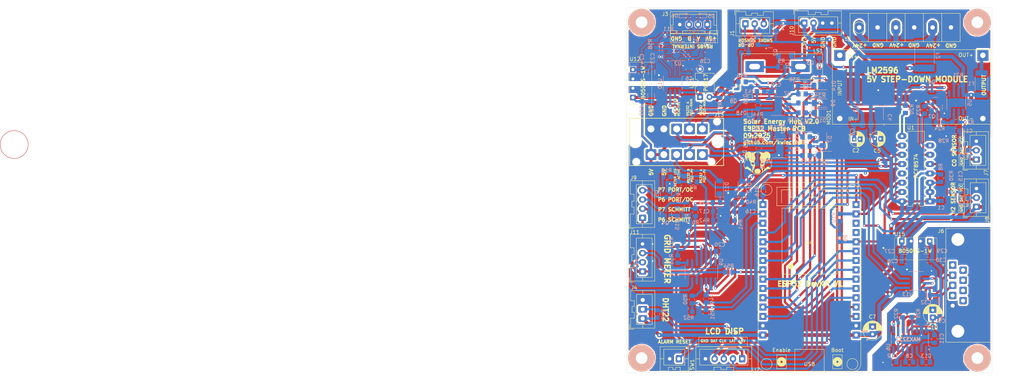
<source format=kicad_pcb>
(kicad_pcb (version 20240108) (generator "pcbnew") (generator_version "8.0")
  (layers (0 "F.Cu" signal) (31 "B.Cu" signal) (34 "B.Paste" user) (35 "F.Paste" user) (36 "B.SilkS" user "B.Silkscreen") (37 "F.SilkS" user "F.Silkscreen") (38 "B.Mask" user) (39 "F.Mask" user) (44 "Edge.Cuts" user))
  (net 0 "")
  (net 1 "GND")
  (net 2 "MQ7_CO_SENSOR")
  (net 3 "MQ8_H2_SENSOR")
  (net 4 "+5V")
  (net 5 "DHT22")
  (net 6 "GAMA_METER_LED_REACTIVE")
  (net 7 "GAMA_METER_LED_ACTIVE_ENERGY")
  (net 8 "RS485_DIR")
  (net 9 "+3V3")
  (net 10 "+24V")
  (net 11 "METER_PV_B")
  (net 12 "SDA_ESP")
  (net 13 "CLOCK_ESP")
  (net 14 "INVERTER_TX")
  (net 15 "METER_PV_A")
  (net 16 "METER_GRID_TX")
  (net 17 "LCD_DISP_DATA")
  (net 18 "RS485_TX_ESP")
  (net 19 "/ESP32_Measurment_Board/RS485_A")
  (net 20 "/ESP32_Measurment_Board/RS485_B")
  (net 21 "METER_PV_RX")
  (net 22 "INVERTER_RX")
  (net 23 "LCD_DISP_LATCH")
  (net 24 "METER_GRID_RX")
  (net 25 "METER_PV_TX")
  (net 26 "METER_MAIN_TX")
  (net 27 "Net-(U6-C1+)")
  (net 28 "METER_MAIN_B")
  (net 29 "METER_MAIN_RX")
  (net 30 "CO_SENSOR_EN")
  (net 31 "CO_SENSOR_SWITCH_VOLTAGES")
  (net 32 "METER_MAIN_A")
  (net 33 "RS485_RX_ESP")
  (net 34 "LCD_DISP_CLOCK")
  (net 35 "BUZZER")
  (net 36 "/ESP32_Measurment_Board/INV_TX_RS232")
  (net 37 "/ESP32_Measurment_Board/INV_RX_RS232")
  (net 38 "SMOKE_DETECTOR")
  (net 39 "Net-(U6-C1-)")
  (net 40 "SMOKE_DETECTOR_RESET")
  (net 41 "ALARM_RESET_BUTTON")
  (net 42 "Net-(U6-VS+)")
  (net 43 "Net-(Q3-B)")
  (net 44 "METER_MAIN_DIR")
  (net 45 "METER_PV_DIR")
  (net 46 "Net-(U6-VS-)")
  (net 47 "GAMA_METER_LED_ACTIVE_ENERGY_INPUT")
  (net 48 "GAMA_METER_LED_REACTIVE_INPUT")
  (net 49 "Net-(U6-C2+)")
  (net 50 "P7_UNCONNECTED")
  (net 51 "Net-(U6-C2-)")
  (net 52 "Net-(C16-Pad1)")
  (net 53 "Net-(C17-Pad1)")
  (net 54 "GND_RS485")
  (net 55 "Net-(D1-K)")
  (net 56 "Net-(D1-A)")
  (net 57 "Net-(J1-Pin_1)")
  (net 58 "Net-(J1-Pin_2)")
  (net 59 "Net-(D11-K)")
  (net 60 "Net-(D14-K)")
  (net 61 "Net-(MOD1-OUT+)")
  (net 62 "Net-(Q1-B)")
  (net 63 "Net-(Q2-B)")
  (net 64 "Net-(Q6-G)")
  (net 65 "Net-(Q6-D)")
  (net 67 "Net-(U2-DE)")
  (net 68 "+5V_INV")
  (net 75 "Net-(J7-Pin_1)")
  (net 76 "Net-(J9-Pin_4)")
  (net 77 "Net-(J7-Pin_2)")
  (net 78 "Net-(J8-Pin_2)")
  (net 79 "Net-(J9-Pin_1)")
  (net 80 "Net-(J11-Pin_3)")
  (net 81 "Net-(Q4-B)")
  (net 82 "Net-(Q5-B)")
  (net 83 "P6_UNCONNECTED")
  (net 84 "Net-(D12-K)")
  (net 85 "Net-(D13-K)")
  (net 86 "Net-(U4-EN)")
  (net 87 "Net-(U6-T1IN)")
  (net 88 "Net-(U5-FB)")
  (net 89 "Net-(U6-R1IN)")
  (net 90 "Net-(U8-DE)")
  (net 91 "Net-(U8-DI)")
  (net 92 "Net-(U7-DE)")
  (net 93 "Net-(J11-Pin_2)")
  (net 94 "Net-(Q7-G)")
  (net 95 "Net-(Q7-D)")
  (net 96 "Net-(U7-DI)")
  (net 97 "Net-(R49-Pad2)")
  (net 98 "Net-(R50-Pad2)")
  (net 99 "Net-(R54-Pad2)")
  (net 100 "Net-(R55-Pad2)")
  (net 107 "GND_INV")
  (net 108 "+5V_RS485")
  (net 109 "Net-(Q8-C)")
  (net 110 "Net-(Q8-B)")
  (net 111 "Net-(R57-Pad2)")
  (net 112 "Net-(U10-VOB)")
  (net 113 "Net-(U10-VIA)")
  (net 114 "Net-(U13-VIA)")
  (net 115 "Net-(U13-VOB)")
  (net 116 "Net-(R6-Pad2)")
  (net 117 "Net-(R7-Pad2)")
  (net 118 "Net-(J9-Pin_3)")
  (net 119 "Net-(J9-Pin_2)")
  (net 120 "Net-(J5-Pin_1)")
  (footprint "Connector_JST:JST_XA_B03B-XASK-1_1x03_P2.50mm_Vertical" (layer "F.Cu") (at 262.25 84.3 90)
    (property "Reference" "J8")
    (property "Value" "H2_SENSOR")
  )
  (footprint "Package_DIP:DIP-4_W7.62mm" (layer "F.Cu") (at 186.95 54.35 90)
    (property "Reference" "U11")
    (property "Value" "PC817")
  )
  (footprint "Connector_JST:JST_XA_B04B-XASK-1_1x04_P2.50mm_Vertical" (layer "F.Cu") (at 215.35 34.2)
    (property "Reference" "J10")
    (property "Value" "Unconnected")
  )
  (footprint "My-Footprints:Mount-Hole-3mm" (layer "F.Cu") (at 171 125.5)
    (property "Reference" "H3")
    (property "Value" "MountingHole")
  )
  (footprint "Capacitor_THT:CP_Radial_D5.0mm_P2.00mm" (layer "F.Cu") (at 250.35 114.45 90)
    (property "Reference" "C10")
    (property "Value" "47u")
  )
  (footprint "Connector_JST:JST_XA_B05B-XASK-1_1x05_P2.50mm_Vertical" (layer "F.Cu") (at 198.4 125.7 180)
    (property "Reference" "J2")
    (property "Value" "LCD_DISP")
  )
  (footprint "My-Footprints:B0505S" (layer "F.Cu") (at 167.73 56.45 90)
    (property "Reference" "U12")
    (property "Value" "B0505S-1W")
  )
  (footprint "Capacitor_THT:CP_Radial_D5.0mm_P2.00mm" (layer "F.Cu") (at 233.934 119 90)
    (property "Reference" "C7")
    (property "Value" "22u")
  )
  (footprint "Connector_JST:JST_XA_B04B-XASK-1_1x04_P2.50mm_Vertical" (layer "F.Cu") (at 171.25 101.9 90)
    (property "Reference" "J11")
    (property "Value" "METER_GRID")
  )
  (footprint "Package_DIP:DIP-16_W7.62mm_LongPads" (layer "F.Cu") (at 249.5945 82.7975 180)
    (property "Reference" "U1")
    (property "Value" "PCF8574")
  )
  (footprint "Connector_JST:JST_XA_B02B-XASK-1_1x02_P2.50mm_Vertical" (layer "F.Cu") (at 181.15 125.7 180)
    (property "Reference" "SW1")
    (property "Value" "SW_Push")
  )
  (footprint "Connector_JST:JST_XA_B04B-XASK-1_1x04_P2.50mm_Vertical" (layer "F.Cu") (at 171.25 87.3 90)
    (property "Reference" "J9")
    (property "Value" "Unconnected")
  )
  (footprint "My-Footprints:esp32_devkit_v1_doit" (layer "F.Cu") (at 216.75 83.67)
    (property "Reference" "U4")
    (property "Value" "ESP32_DevKit_V1_DOIT")
  )
  (footprint "graphic:honeybadger2" (layer "F.Cu") (at 202.6 72.4)
    (property "Reference" "G***" (hide yes))
    (property "Value" "LOGO" (hide yes))
  )
  (footprint "My-Footprints:Mount-Hole-3mm" (layer "F.Cu") (at 171 34)
    (property "Reference" "H1")
    (property "Value" "MountingHole")
  )
  (footprint "My-Footprints:B0505S" (layer "F.Cu") (at 239.945 92.7425)
    (property "Reference" "U15")
    (property "Value" "B0505S-1W")
  )
  (footprint "Capacitor_THT:CP_Radial_D4.0mm_P1.50mm" (layer "F.Cu") (at 228.94 65.8487)
    (property "Reference" "C2")
    (property "Value" "100u")
  )
  (footprint "My-Footprints:Buzzer" (layer "F.Cu") (at 198.3 42.5615)
    (property "Reference" "LS1")
    (property "Value" "BUZZER")
  )
  (footprint "My-Footprints-connectors:CDDC-1,5-5-PV-3,5" (layer "F.Cu") (at 192.45 73.15 180)
    (property "Reference" "J13")
    (property "Value" "METER_INTERFACES")
  )
  (footprint "Capacitor_THT:CP_Radial_D4.0mm_P1.50mm" (layer "F.Cu") (at 234.567401 65.7487)
    (property "Reference" "C5")
    (property "Value" "22u")
  )
  (footprint "My-Footprints-connectors:Screw-Terminal-P6-rast-5mm-6,7x30" (layer "F.Cu") (at 227.8 31.55)
    (property "Reference" "J5")
    (property "Value" "DC_LINE_OUTPUT")
  )
  (footprint "My-Footprints-connectors:JST_XA_1x03_P2.54mm_Vertical" (layer "F.Cu") (at 171.3 114.74 90)
    (property "Reference" "J4")
    (property "Value" "DHT22" (hide yes))
  )
  (footprint "My-Footprints-connectors:DSUB-9_Female_Horizontal_P2.77x2.84mm_EdgePinOffset7.70mm_Housed_MountingHolesOffset9.12mm" (layer "F.Cu") (at 255.769669 100.15 90)
    (property "Reference" "J6")
    (property "Value" "DB9_Socket")
  )
  (footprint "My-Footprints:Mount-Hole-3mm" (layer "F.Cu") (at 262.5 34)
    (property "Reference" "H4")
    (property "Value" "MountingHole")
  )
  (footprint "My-Footprints-converters-modules:LM2596-Step-Down-Conv" (layer "F.Cu") (at 223.005 61.765 90)
    (property "Reference" "MOD1")
    (property "Value" "LM2596-Step-Down")
  )
  (footprint "Connector_JST:JST_XA_B03B-XASK-1_1x03_P2.50mm_Vertical" (layer "F.Cu") (at 199.3 34.4)
    (property "Reference" "J1")
    (property "Value" "OR-OR SMOKE SENSOR")
  )
  (footprint "Connector_JST:JST_XA_B03B-XASK-1_1x03_P2.50mm_Vertical" (layer "F.Cu") (at 262.2 71.4 90)
    (property "Reference" "J7")
    (property "Value" "CO_SENSOR")
  )
  (footprint "Connector_JST:JST_XH_B4B-XH-A_1x04_P2.50mm_Vertical" (layer "F.Cu") (at 188.9 34.6 180)
    (property "Reference" "J3")
    (property "Value" "RS485")
  )
  (footprint "My-Footprints:Mount-Hole-3mm" (layer "F.Cu") (at 262.5 125.5)
    (property "Reference" "H2")
    (property "Value" "MountingHole")
  )
  (footprint "Diode_SMD:D_MiniMELF" (layer "B.Cu") (at 221.073 70.276)
    (property "Reference" "D8")
    (property "Value" "BZV55B3V6")
  )
  (footprint "Capacitor_SMD:C_0805_2012Metric_Pad1.18x1.45mm_HandSolder" (layer "B.Cu") (at 183.85 46.85 90)
    (property "Reference" "C6")
    (property "Value" "100n")
  )
  (footprint "Resistor_SMD:R_0805_2012Metric_Pad1.20x1.40mm_HandSolder" (layer "B.Cu") (at 214.728 58.676 180)
    (property "Reference" "R35")
    (property "Value" "4k7")
  )
  (footprint "Resistor_SMD:R_0805_2012Metric_Pad1.20x1.40mm_HandSolder" (layer "B.Cu") (at 225 92.8 90)
    (property "Reference" "R9")
    (property "Value" "10k")
  )
  (footprint "Diode_SMD:D_MiniMELF" (layer "B.Cu") (at 220.328 65.826 90)
    (property "Reference" "D7")
    (property "Value" "BZV55B3V6")
  )
  (footprint "Resistor_SMD:R_0805_2012Metric_Pad1.20x1.40mm_HandSolder" (layer "B.Cu") (at 180.75 93.95 -90)
    (property "Reference" "R53")
    (property "Value" "10k")
  )
  (footprint "Resistor_SMD:R_0805_2012Metric_Pad1.20x1.40mm_HandSolder" (layer "B.Cu") (at 214.728 53.526 180)
    (property "Reference" "R36")
    (property "Value" "4k7/5k1")
  )
  (footprint "Resistor_SMD:R_0805_2012Metric_Pad1.20x1.40mm_HandSolder" (layer "B.Cu") (at 242.9 57.7 -90)
    (property "Reference" "R20")
    (property "Value" "100R")
  )
  (footprint "Resistor_SMD:R_0805_2012Metric_Pad1.20x1.40mm_HandSolder" (layer "B.Cu") (at 255.27 79.248 -90)
    (property "Reference" "R30")
    (property "Value" "2k2")
  )
  (footprint "Capacitor_SMD:C_0805_2012Metric_Pad1.18x1.45mm_HandSolder" (layer "B.Cu") (at 188.3 42.9)
    (property "Reference" "C26")
    (property "Value" "100n")
  )
  (footprint "Capacitor_SMD:C_0805_2012Metric_Pad1.18x1.45mm_HandSolder" (layer "B.Cu") (at 252.6195 81.6225 90)
    (property "Reference" "C1")
    (property "Value" "100n")
  )
  (footprint "Package_SO:SO-8_3.9x4.9mm_P1.27mm" (layer "B.Cu") (at 245.825 104.47)
    (property "Reference" "U13")
    (property "Value" "ADUM3211ARZ")
  )
  (footprint "Capacitor_SMD:C_1206_3216Metric" (layer "B.Cu") (at 242.8 96.3)
    (property "Reference" "C27")
    (property "Value" "10u")
  )
  (footprint "Resistor_SMD:R_0805_2012Metric_Pad1.20x1.40mm_HandSolder" (layer "B.Cu") (at 183.35 84 -90)
    (property "Reference" "R14")
    (property "Value" "0R")
  )
  (footprint "Capacitor_SMD:C_1206_3216Metric" (layer "B.Cu") (at 248.675 96.3 180)
    (property "Reference" "C29")
    (property "Value" "10u")
  )
  (footprint "Resistor_SMD:R_0805_2012Metric_Pad1.20x1.40mm_HandSolder" (layer "B.Cu") (at 201.422 72.5)
    (property "Reference" "R48")
    (property "Value" "1k")
  )
  (footprint "Resistor_SMD:R_0805_2012Metric_Pad1.20x1.40mm_HandSolder" (layer "B.Cu") (at 203.078 64.476)
    (property "Reference" "R46")
    (property "Value" "1k")
  )
  (footprint "Package_TO_SOT_SMD:SOT-223-3_TabPin2" (layer "B.Cu") (at 233.49 58.6987 90)
    (property "Reference" "U3")
    (property "Value" "AMS1117-5.0")
  )
  (footprint "Package_SO:SOIC-14_3.9x8.7mm_P1.27mm" (layer "B.Cu") (at 187.3 102 90)
    (property "Reference" "U9")
    (property "Value" "74HC14")
  )
  (footprint "Capacitor_SMD:C_1206_3216Metric" (layer "B.Cu") (at 173.7 47.5375 -90)
    (property "Reference" "C23")
    (property "Value" "10u")
  )
  (footprint "Resistor_SMD:R_0805_2012Metric_Pad1.20x1.40mm_HandSolder" (layer "B.Cu") (at 192.325 53.594 -90)
    (property "Reference" "R57")
    (property "Value" "1k")
  )
  (footprint "Package_SO:SOIC-8_3.9x4.9mm_P1.27mm" (layer "B.Cu") (at 180.9 41.85)
    (property "Reference" "U2")
    (property "Value" "ST485")
  )
  (footprint "Capacitor_SMD:C_0805_2012Metric_Pad1.18x1.45mm_HandSolder" (layer "B.Cu") (at 228.59 60.7987 90)
    (property "Reference" "C3")
    (property "Value" "100n")
  )
  (footprint "Resistor_SMD:R_0805_2012Metric_Pad1.20x1.40mm_HandSolder" (layer "B.Cu") (at 185.1 77.5)
    (property "Reference" "R7")
    (property "Value" "0R")
  )
  (footprint "Resistor_SMD:R_0805_2012Metric_Pad1.20x1.40mm_HandSolder" (layer "B.Cu") (at 175.2 113.45 -90)
    (property "Reference" "R17")
    (property "Value" "10k")
  )
  (footprint "Resistor_SMD:R_0805_2012Metric_Pad1.20x1.40mm_HandSolder" (layer "B.Cu") (at 215.828 65.226 180)
    (property "Reference" "R33")
    (property "Value" "4k7/5k1")
  )
  (footprint "Capacitor_SMD:C_0805_2012Metric_Pad1.18x1.45mm_HandSolder" (layer "B.Cu") (at 191.5 85.55)
    (property "Reference" "C17")
    (property "Value" "100n")
  )
  (footprint "Resistor_SMD:R_0805_2012Metric_Pad1.20x1.40mm_HandSolder" (layer "B.Cu") (at 194.75 102.075 180)
    (property "Reference" "R54")
    (property "Value" "4k7")
  )
  (footprint "Resistor_SMD:R_0805_2012Metric_Pad1.20x1.40mm_HandSolder" (layer "B.Cu") (at 258.826 82.042)
    (property "Reference" "R29")
    (property "Value" "7k8")
  )
  (footprint "Package_TO_SOT_SMD:SOT-23" (layer "B.Cu") (at 251.0625 52.875 180)
    (property "Reference" "Q6")
    (property "Value" "BSS138")
  )
  (footprint "Diode_SMD:D_SOD-523" (layer "B.Cu") (at 200.406 70.096 90)
    (property "Reference" "D17")
    (property "Value" "LESD5D5.0CT1G-MS")
  )
  (footprint "Resistor_SMD:R_0805_2012Metric_Pad1.20x1.40mm_HandSolder" (layer "B.Cu") (at 175 39.9 -90)
    (property "Reference" "R58")
    (property "Value" "4k7")
  )
  (footprint "Capacitor_SMD:C_0805_2012Metric_Pad1.18x1.45mm_HandSolder" (layer "B.Cu") (at 171 47.9375 -90)
    (property "Reference" "C24")
    (property "Value" "100n")
  )
  (footprint "Resistor_SMD:R_0805_2012Metric_Pad1.20x1.40mm_HandSolder" (layer "B.Cu") (at 185.65 85.8 -90)
    (property "Reference" "R6")
    (property "Value" "0R")
  )
  (footprint "Resistor_SMD:R_0805_2012Metric_Pad1.20x1.40mm_HandSolder" (layer "B.Cu") (at 199.15 42.35)
    (property "Reference" "R1")
    (property "Value" "10k")
  )
  (footprint "Capacitor_SMD:C_1206_3216Metric" (layer "B.Cu") (at 173.6 54.0375 90)
    (property "Reference" "C21")
    (property "Value" "10u")
  )
  (footprint "Resistor_SMD:R_0805_2012Metric_Pad1.20x1.40mm_HandSolder" (layer "B.Cu") (at 197.4 83.1 180)
    (property "Reference" "R40")
    (property "Value" "1k")
  )
  (footprint "Diode_SMD:D_MiniMELF" (layer "B.Cu") (at 210.058 43.18 180)
    (property "Reference" "D1")
    (property "Value" "1N4148")
  )
  (footprint "Resistor_SMD:R_0805_2012Metric_Pad1.20x1.40mm_HandSolder" (layer "B.Cu") (at 256.7 61.2 180)
    (property "Reference" "R26")
    (property "Value" "10K")
  )
  (footprint "Resistor_SMD:R_0805_2012Metric_Pad1.20x1.40mm_HandSolder" (layer "B.Cu") (at 242.1 113.4 90)
    (property "Reference" "R22")
    (property "Value" "1k")
  )
  (footprint "Resistor_SMD:R_0805_2012Metric_Pad1.20x1.40mm_HandSolder" (layer "B.Cu") (at 211.328 62.976 -90)
    (property "Reference" "R37")
    (property "Value" "10k")
  )
  (footprint "Resistor_SMD:R_0805_2012Metric_Pad1.20x1.40mm_HandSolder" (layer "B.Cu") (at 188.6 109.35 90)
    (property "Reference" "R49")
    (property "Value" "4k7/5k1")
  )
  (footprint "Resistor_SMD:R_0805_2012Metric_Pad1.20x1.40mm_HandSolder" (layer "B.Cu") (at 244.65 113.3 -90)
    (property "Reference" "R25")
    (property "Value" "1k")
  )
  (footprint "Package_TO_SOT_SMD:SOT-23" (layer "B.Cu") (at 206.1125 39.3625)
    (property "Reference" "Q2")
    (property "Value" "BC817")
  )
  (footprint "Capacitor_SMD:C_0805_2012Metric_Pad1.18x1.45mm_HandSolder" (layer "B.Cu") (at 197.275 85.5)
    (property "Reference" "C16")
    (property "Value" "100n")
  )
  (footprint "Resistor_SMD:R_0805_2012Metric_Pad1.20x1.40mm_HandSolder" (layer "B.Cu") (at 180.7 85.725 90)
    (property "Reference" "R15")
    (property "Value" "10K")
  )
  (footprint "Resistor_SMD:R_0805_2012Metric_Pad1.20x1.40mm_HandSolder" (layer "B.Cu") (at 198.374 50.2 180)
    (property "Reference" "R56")
    (property "Value" "1k")
  )
  (footprint "Capacitor_SMD:C_0805_2012Metric_Pad1.18x1.45mm_HandSolder" (layer "B.Cu") (at 207.578 52.826)
    (property "Reference" "C19")
    (property "Value" "100n")
  )
  (footprint "Diode_SMD:D_MiniMELF" (layer "B.Cu") (at 192.2 78.95 90)
    (property "Reference" "D11")
    (property "Value" "LL4148")
  )
  (footprint "Resistor_SMD:R_0805_2012Metric_Pad1.20x1.40mm_HandSolder" (layer "B.Cu") (at 258.826 68.834)
    (property "Reference" "R27")
    (property "Value" "7k8")
  )
  (footprint "Resistor_SMD:R_0805_2012Metric_Pad1.20x1.40mm_HandSolder" (layer "B.Cu") (at 181.1 78.45 90)
    (property "Reference" "R18")
    (property "Value" "0R")
  )
  (footprint "Diode_SMD:D_MiniMELF" (layer "B.Cu") (at 215.678 62.726)
    (property "Reference" "D13")
    (property "Value" "BZV55B3V6")
  )
  (footprint "Resistor_SMD:R_0805_2012Metric_Pad1.20x1.40mm_HandSolder" (layer "B.Cu") (at 177.9 76.1)
    (property "Reference" "R19")
    (property "Value" "10K")
  )
  (footprint "Diode_SMD:D_MiniMELF" (layer "B.Cu") (at 219.7325 51.2855)
    (property "Reference" "D14")
    (property "Value" "BZV55B3V6")
  )
  (footprint "Resistor_SMD:R_0805_2012Metric_Pad1.20x1.40mm_HandSolder" (layer "B.Cu") (at 215.828 67.776 180)
    (property "Reference" "R31")
    (property "Value" "4k7")
  )
  (footprint "Resistor_SMD:R_0805_2012Metric_Pad1.20x1.40mm_HandSolder" (layer "B.Cu") (at 215.828 70.326 180)
    (property "Reference" "R32")
    (property "Value" "4k7")
  )
  (footprint "Capacitor_SMD:C_0805_2012Metric_Pad1.18x1.45mm_HandSolder" (layer "B.Cu") (at 239.35 126.6 180)
    (property "Reference" "C12")
    (property "Value" "100n")
  )
  (footprint "Package_SO:SOIC-8_3.9x4.9mm_P1.27mm" (layer "B.Cu") (at 208.628 68.326 180)
    (property "Reference" "U8")
    (property "Value" "ST485EBDR")
  )
  (footprint "Diode_SMD:D_SOD-523" (layer "B.Cu") (at 187.5 32.2 180)
    (property "Reference" "D5")
    (property "Value" "LESD5D5.0CT1G-MS")
  )
  (footprint "Capacitor_SMD:C_0805_2012Metric_Pad1.18x1.45mm_HandSolder" (layer "B.Cu") (at 250.8 120.3 -90)
    (property "Reference" "C11")
    (property "Value" "100n")
  )
  (footprint "Package_TO_SOT_SMD:SOT-23" (layer "B.Cu") (at 196.0095 53.1735 180)
    (property "Reference" "Q8")
    (property "Value" "BC817")
  )
  (footprint "Diode_SMD:D_SOD-523" (layer "B.Cu") (at 200.4755 58.4885 90)
    (property "Reference" "D18")
    (property "Value" "LESD5D5.0CT1G-MS")
  )
  (footprint "Resistor_SMD:R_0805_2012Metric_Pad1.20x1.40mm_HandSolder" (layer "B.Cu") (at 202.753 56.561 90)
    (property "Reference" "R44")
    (property "Value" "120R")
  )
  (footprint "Package_TO_SOT_SMD:SOT-23" (layer "B.Cu") (at 215.646 42.672 180)
    (property "Reference" "Q3")
    (property "Value" "BC817")
  )
  (footprint "Package_SO:SOIC-8-1EP_3.9x4.9mm_P1.27mm_EP2.41x3.81mm" (layer "B.Cu") (at 256.75 55.9 -90)
    (property "Reference" "U5")
    (property "Value" "UP7760")
  )
  (footprint "Fuse:Fuse_2920_7451Metric" (layer "B.Cu") (at 248.1 43.1 90)
    (property "Reference" "F2")
    (property "Value" "Polyfuse")
  )
  (footprint "Resistor_SMD:R_0805_2012Metric_Pad1.20x1.40mm_HandSolder" (layer "B.Cu") (at 184.75 109.55 90)
    (property "Reference" "R50")
    (property "Value" "4k7/5k1")
  )
  (footprint "Capacitor_SMD:C_0805_2012Metric" (layer "B.Cu") (at 251.35 117.1 180)
    (property "Reference" "C9")
    (property "Value" "100n")
  )
  (footprint "Package_SO:SO-8_3.9x4.9mm_P1.27mm" (layer "B.Cu") (at 179.45 50.5 90)
    (property "Reference" "U10")
    (property "Value" "ADUM3211ARZ")
  )
  (footprint "Resistor_SMD:R_0805_2012Metric_Pad1.20x1.40mm_HandSolder" (layer "B.Cu") (at 188.55 113.4 90)
    (property "Reference" "R51")
    (property "Value" "10k")
  )
  (footprint "Resistor_SMD:R_0805_2012Metric_Pad1.20x1.40mm_HandSolder" (layer "B.Cu") (at 225 87.2 -90)
    (property "Reference" "R10")
    (property "Value" "10k")
  )
  (footprint "Resistor_SMD:R_0805_2012Metric_Pad1.20x1.40mm_HandSolder" (layer "B.Cu") (at 252.2 61.3)
    (property "Reference" "R24")
    (property "Value" "1k8")
  )
  (footprint "Resistor_SMD:R_0805_2012Metric_Pad1.20x1.40mm_HandSolder" (layer "B.Cu") (at 180.8 98.55 -90)
    (property "Reference" "R55")
    (property "Value" "4k7/5k1")
  )
  (footprint "Resistor_SMD:R_0805_2012Metric_Pad1.20x1.40mm_HandSolder" (layer "B.Cu") (at 189.8 37.4)
    (property "Reference" "R13")
    (property "Value" "1k")
  )
  (footprint "Capacitor_SMD:C_0805_2012Metric_Pad1.18x1.45mm_HandSolder" (layer "B.Cu") (at 207.128 64.376)
    (property "Reference" "C18")
    (property "Value" "100n")
  )
  (footprint "Resistor_SMD:R_0805_2012Metric_Pad1.20x1.40mm_HandSolder" (layer "B.Cu") (at 212.598 51.226)
    (property "Reference" "R38")
    (property "Value" "10k")
  )
  (footprint "Package_TO_SOT_SMD:SOT-23" (layer "B.Cu") (at 251.4125 57.1 -90)
    (property "Reference" "Q7")
    (property "Value" "BSS138")
  )
  (footprint "Diode_SMD:D_MiniMELF" (layer "B.Cu") (at 219.823 56.026)
    (property "Reference" "D9")
    (property "Value" "BZV55B3V6")
  )
  (footprint "Capacitor_SMD:C_0805_2012Metric_Pad1.18x1.45mm_HandSolder" (layer "B.Cu") (at 171.1 54.5375 90)
    (property "Reference" "C22")
    (property "Value" "100n")
  )
  (footprint "Capacitor_SMD:C_0805_2012Metric_Pad1.18x1.45mm_HandSolder" (layer "B.Cu") (at 238.5 57 -90)
    (property "Reference" "C4")
    (property "Value" "100n")
  )
  (footprint "Capacitor_SMD:C_0805_2012Metric" (layer "B.Cu") (at 257.81 79.248 -90)
    (property "Reference" "C15")
    (property "Value" "10n")
  )
  (footprint "Package_TO_SOT_SMD:SOT-23" (layer "B.Cu") (at 177.6125 85.85 90)
    (property "Reference" "Q4")
    (property "Value" "BC817")
  )
  (footprint "Resistor_SMD:R_0805_2012Metric_Pad1.20x1.40mm_HandSolder" (layer "B.Cu") (at 196.275 89.1 90)
    (property "Reference" "R41")
    (property "Value" "100K")
  )
  (footprint "Capacitor_SMD:C_0805_2012Metric_Pad1.18x1.45mm_HandSolder" (layer "B.Cu") (at 243.95 126.6 180)
    (property "Reference" "C8")
    (property "Value" "100n")
  )
  (footprint "Resistor_SMD:R_0805_2012Metric_Pad1.20x1.40mm_HandSolder" (layer "B.Cu") (at 256.7 66.1)
    (property "Reference" "R28")
    (property "Value" "2k2")
  )
  (footprint "Diode_SMD:D_MiniMELF" (layer "B.Cu") (at 219.823 58.726)
    (property "Reference" "D10")
    (property "Value" "BZV55B3V6")
  )
  (footprint "Resistor_SMD:R_0805_2012Metric_Pad1.20x1.40mm_HandSolder" (layer "B.Cu") (at 185.2 37.4)
    (property "Reference" "R12")
    (property "Value" "120R")
  )
  (footprint "Package_SO:SO-16_3.9x9.9mm_P1.27mm" (layer "B.Cu") (at 244.095 120.43 90)
    (property "Reference" "U6")
    (property "Value" "MAX3232")
  )
  (footprint "Capacitor_SMD:C_0805_2012Metric_Pad1.18x1.45mm_HandSolder" (layer "B.Cu") (at 248.55 126.6 180)
    (property "Reference" "C13")
    (property "Value" "100n")
  )
  (footprint "Resistor_SMD:R_0805_2012Metric_Pad1.20x1.40mm_HandSolder" (layer "B.Cu") (at 180.45 37.4)
    (property "Reference" "R11")
    (property "Value" "1k")
  )
  (footprint "Resistor_SMD:R_0805_2012Metric_Pad1.20x1.40mm_HandSolder" (layer "B.Cu") (at 191.4 83.1 180)
    (property "Reference" "R39")
    (property "Value" "1k")
  )
  (footprint "Resistor_SMD:R_0805_2012Metric_Pad1.20x1.40mm_HandSolder" (layer "B.Cu") (at 202.75 39.1 -90)
    (property "Reference" "R2")
    (property "Value" "10k")
  )
  (footprint "Diode_SMD:D_MiniMELF" (layer "B.Cu") (at 198.4 79.1 90)
    (property "Reference" "D12")
    (property "Value" "LL4148")
  )
  (footprint "Capacitor_SMD:C_0805_2012Metric_Pad1.18x1.45mm_HandSolder" (layer "B.Cu") (at 242.9 99.1)
    (property "Reference" "C28")
    (property "Value" "100n")
  )
  (footprint "Resistor_SMD:R_0805_2012Metric_Pad1.20x1.40mm_HandSolder" (layer "B.Cu") (at 207.8 35.3 90)
    (property "Reference" "R4")
    (property "Value" "10k")
  )
  (footprint "Resistor_SMD:R_0805_2012Metric_Pad1.20x1.40mm_HandSolder" (layer "B.Cu") (at 257.3 50.2)
    (property "Reference" "R21")
    (property "Value" "10k")
  )
  (footprint "Capacitor_SMD:C_0805_2012Metric" (layer "B.Cu") (at 209.1 46.2 180)
    (property "Reference" "R5")
    (property "Value" "2k")
  )
  (footprint "Package_TO_SOT_SMD:SOT-23" (layer "B.Cu") (at 199.15 38.65 90)
    (property "Reference" "Q1")
    (property "Value" "BC817")
  )
  (footprint "Package_SO:SOIC-8_3.9x4.9mm_P1.27mm" (layer "B.Cu") (at 208.253 56.811 180)
    (property "Reference" "U7")
    (property "Value" "ST485EBDR")
  )
  (footprint "Resistor_SMD:R_0805_2012Metric_Pad1.20x1.40mm_HandSolder" (layer "B.Cu") (at 183.8 112.85)
    (property "Reference" "R52")
    (property "Value" "10k")
  )
  (footprint "Resistor_SMD:R_0805_2012Metric_Pad1.20x1.40mm_HandSolder" (layer "B.Cu") (at 204.1 80.075 -90)
    (property "Reference" "R16")
    (property "Value" "10k")
  )
  (footprint "Resistor_SMD:R_0805_2012Metric_Pad1.20x1.40mm_HandSolder" (layer "B.Cu") (at 214.728 55.976 180)
    (property "Reference" "R34")
    (property "Value" "4k7")
  )
  (footprint "Resistor_SMD:R_0805_2012Metric_Pad1.20x1.40mm_HandSolder" (layer "B.Cu") (at 202.928 68.346 90)
    (property "Reference" "R47")
    (property "Value" "120R")
  )
  (footprint "Resistor_SMD:R_0805_2012Metric_Pad1.20x1.40mm_HandSolder" (layer "B.Cu") (at 219.456 42.672 90)
    (property "Reference" "R3")
    (property "Value" "10k")
  )
  (footprint "Capacitor_SMD:C_0805_2012Metric_Pad1.18x1.45mm_HandSolder" (layer "B.Cu") (at 248.5 108.4 180)
    (property "Reference" "C32")
    (property "Value" "100n")
  )
  (footprint "Resistor_SMD:R_0805_2012Metric_Pad1.20x1.40mm_HandSolder" (layer "B.Cu") (at 191.4775 88 180)
    (property "Reference" "R42")
    (property "Value" "100K")
  )
  (footprint "Resistor_SMD:R_0805_2012Metric_Pad1.20x1.40mm_HandSolder" (layer "B.Cu") (at 203.903 60.761 180)
    (property "Reference" "R45")
    (property "Value" "1k")
  )
  (footprint "Capacitor_SMD:C_0805_2012Metric_Pad1.18x1.45mm_HandSolder" (layer "B.Cu") (at 248.975 98.8 180)
    (property "Reference" "C30")
    (property "Value" "100n")
  )
  (footprint "Diode_SMD:D_SOD-523" (layer "B.Cu") (at 200.5755 54.9335 -90)
    (property "Reference" "D16")
    (property "Value" "LESD5D5.0CT1G-MS")
  )
  (footprint "Resistor_SMD:R_0805_2012Metric_Pad1.20x1.40mm_HandSolder" (layer "B.Cu") (at 248.1 57.9 -90)
    (property "Reference" "R23")
    (property "Value" "100R")
  )
  (footprint "Fuse:Fuse_2512_6332Metric_Pad1.52x3.35mm_HandSolder" (layer "B.Cu") (at 263.6 50.8 -90)
    (property "Reference" "F1")
    (property "Value" "2A")
  )
  (footprint "Package_TO_SOT_SMD:SOT-23" (layer "B.Cu") (at 177.6625 80.7 -90)
    (property "Reference" "Q5")
    (property "Value" "BC817")
  )
  (footprint "Capacitor_SMD:C_0805_2012Metric" (layer "B.Cu") (at 256.6 63.6)
    (property "Reference" "C14")
    (property "Value" "10n")
  )
  (footprint "Diode_SMD:D_SOD-523" (layer "B.Cu") (at 200.628 66.796 -90)
    (property "Reference" "D15")
    (property "Value" "LESD5D5.0CT1G-MS")
  )
  (footprint "Resistor_SMD:R_0805_2012Metric_Pad1.20x1.40mm_HandSolder" (layer "B.Cu") (at 252.4745 76.454 -90)
    (property "Reference" "R8")
    (property "Value" "10k")
  )
  (footprint "Diode_SMD:D_SOD-523" (layer "B.Cu") (at 182.5 32.2)
    (property "Reference" "D6")
    (property "Value" "LESD5D5.0CT1G-MS")
  )
  (footprint "Resistor_SMD:R_0805_2012Metric_Pad1.20x1.40mm_HandSolder" (layer "B.Cu") (at 203.428 52.876)
    (property "Reference" "R43")
    (property "Value" "1k")
  )
  (footprint "Capacitor_SMD:C_0805_2012Metric_Pad1.18x1.45mm_HandSolder" (layer "B.Cu") (at 192.3 96.35)
    (property "Reference" "C20")
    (property "Value" "100n")
  )
  (gr_circle (center 0 67.31) (end 3.81 67.31) (stroke (width 0.1)) (fill none) (layer "F.Cu"))
  (gr_rect (start 231.1 48.5) (end 239.9 56.5) (stroke (width 0.2)) (fill solid) (layer "B.Cu") (net 9))
  (gr_line (start 218.1 54.6) (end 217.1 54.6) (stroke (width 0.1)) (layer "B.SilkS"))
  (gr_line (start 217.1 54.6) (end 216.6 55) (stroke (width 0.1)) (layer "B.SilkS"))
  (gr_rect (start 218.1 53.1) (end 221.1 54.6) (stroke (width 0.1)) (fill none) (layer "B.SilkS"))
  (gr_rect (start 257.5 65.145) (end 258.89 73.1) (stroke (width 0.1)) (fill none) (layer "F.SilkS"))
  (gr_rect (start 186.6 119.8) (end 199.8 122.4) (stroke (width 0.1)) (fill none) (layer "F.SilkS"))
  (gr_rect (start 257.4 78.045) (end 258.94 85.9) (stroke (width 0.1)) (fill none) (layer "F.SilkS"))
  (gr_rect (start 178.85 37.05) (end 191.7 39.6) (stroke (width 0.1)) (fill none) (layer "F.SilkS"))
  (gr_rect (start 167 30) (end 266.5 129.5) (stroke (width 0.05)) (fill none) (layer "Edge.Cuts"))
  (gr_text "MAX3232" (at 247.2 121 0) (layer "B.SilkS") (effects (font (size 1 1) (thickness 0.25) (bold yes)) (justify left bottom mirror)))
  (gr_text "B0505S-1W" (at 172.011619 55.083619 90) (layer "F.SilkS") (effects (font (size 1 1) (thickness 0.2) (bold yes)) (justify left bottom)))
  (gr_text "DAT" (at 189.681667 121.266749 0) (layer "F.SilkS") (effects (font (size 0.7 0.7) (thickness 0.175) (bold yes)) (justify left bottom)))
  (gr_text "3V3" (at 215.9 40.814286 90) (layer "F.SilkS") (effects (font (size 1 1) (thickness 0.2) (bold yes)) (justify left bottom)))
  (gr_text "RS232 A\nPOZ-PV" (at 188.5 73.9 90) (layer "F.SilkS") (effects (font (size 0.6 0.6) (thickness 0.15) (bold yes)) (justify right bottom)))
  (gr_text "GND" (at 224.1 41.1 90) (layer "F.SilkS") (effects (font (size 1 1) (thickness 0.2) (bold yes)) (justify left bottom)))
  (gr_text "RS485 INTERNAL" (at 190.6 40 180) (layer "F.SilkS") (effects (font (size 0.9 0.9) (thickness 0.225) (bold yes)) (justify left bottom)))
  (gr_text "GND" (at 258.65 73 90) (layer "F.SilkS") (effects (font (size 0.7 0.7) (thickness 0.175) (bold yes)) (justify left bottom)))
  (gr_text "METER LED\nREACTIVE" (at 181.5 59.7 90) (layer "F.SilkS") (effects (font (size 0.6 0.6) (thickness 0.15) (bold yes)) (justify left bottom)))
  (gr_text "GND" (at 221 41.1 90) (layer "F.SilkS") (effects (font (size 1 1) (thickness 0.2) (bold yes)) (justify left bottom)))
  (gr_text "5V" (at 177.7 75.9 90) (layer "F.SilkS") (effects (font (size 1 1) (thickness 0.25) (bold yes)) (justify left bottom)))
  (gr_text "+24V" (at 232.65 39.7 180) (layer "F.SilkS") (effects (font (size 1 1) (thickness 0.25) (bold yes)) (justify left bottom)))
  (gr_text "GND" (at 258.55 85.8 90) (layer "F.SilkS") (effects (font (size 0.7 0.7) (thickness 0.175) (bold yes)) (justify left bottom)))
  (gr_text "CO SENSOR" (at 256.8 73.5 90) (layer "F.SilkS") (effects (font (size 1 1) (thickness 0.25) (bold yes)) (justify left bottom)))
  (gr_text "+24V" (at 252.7 39.7 180) (layer "F.SilkS") (effects (font (size 1 1) (thickness 0.25) (bold yes)) (justify left bottom)))
  (gr_text "RS232 A\nPOZ-MAIN" (at 184.9 59.6 90) (layer "F.SilkS") (effects (font (size 0.6 0.6) (thickness 0.15) (bold yes)) (justify left bottom)))
  (gr_text "PC817" (at 189.1 53 90) (layer "F.SilkS") (effects (font (size 1 1) (thickness 0.2) (bold yes)) (justify left bottom)))
  (gr_text "ALARM RESET" (at 175.322559 121.6 0) (layer "F.SilkS") (effects (font (size 0.9 0.9) (thickness 0.225) (bold yes)) (justify left bottom)))
  (gr_text "CLK" (at 192.048333 121.233498 0) (layer "F.SilkS") (effects (font (size 0.7 0.7) (thickness 0.175) (bold yes)) (justify left bottom)))
  (gr_text "GND" (at 237.1 39.6 180) (layer "F.SilkS") (effects (font (size 1 1) (thickness 0.25) (bold yes)) (justify left bottom)))
  (gr_text "H2 SENSOR" (at 256.5 86.4 90) (layer "F.SilkS") (effects (font (size 1 1) (thickness 0.25) (bold yes)) (justify left bottom)))
  (gr_text "ESP32 DevKit V1" (at 207.8 106.1 0) (layer "F.SilkS") (effects (font (size 1.4 1.4) (thickness 0.35) (bold yes)) (justify left bottom)))
  (gr_text "P7 PORT/OC" (at 175.3 80.2 0) (layer "F.SilkS") (effects (font (size 1 1) (thickness 0.25) (bold yes)) (justify left bottom)))
  (gr_text "+5V" (at 197.031666 121.233499 0) (layer "F.SilkS") (effects (font (size 0.7 0.7) (thickness 0.175) (bold yes)) (justify left bottom)))
  (gr_text "VCC" (at 258.6 67.3 90) (layer "F.SilkS") (effects (font (size 0.7 0.7) (thickness 0.175) (bold yes)) (justify left bottom)))
  (gr_text "GND" (at 174.1 59.8 90) (layer "F.SilkS") (effects (font (size 1 1) (thickness 0.25) (bold yes)) (justify left bottom)))
  (gr_text "GND" (at 186.949208 121.234291 0) (layer "F.SilkS") (effects (font (size 0.7 0.7) (thickness 0.175) (bold yes)) (justify left bottom)))
  (gr_text "METER LED\nACTIVE" (at 181.5 73.8 90) (layer "F.SilkS") (effects (font (size 0.6 0.6) (thickness 0.15) (bold yes)) (justify right bottom)))
  (gr_text "P6 SCHMITT" (at 175.3 88.4 0) (layer "F.SilkS") (effects (font (size 1 1) (thickness 0.25) (bold yes)) (justify left bottom)))
  (gr_text "GND" (at 246.9 39.6 180) (layer "F.SilkS") (effects (font (size 1 1) (thickness 0.25) (bold yes)) (justify left bottom)))
  (gr_text "GND" (at 177.8 59.8 90) (layer "F.SilkS") (effects (font (size 1 1) (thickness 0.25) (bold yes)) (justify left bottom)))
  (gr_text "VCC" (at 258.5 80.3 90) (layer "F.SilkS") (effects (font (size 0.7 0.7) (thickness 0.175) (bold yes)) (justify left bottom)))
  (gr_text "GRID METER" (at 177.1 91.53 270) (layer "F.SilkS") (effects (font (size 1.5 1.5) (thickness 0.375) (bold yes)) (justify left bottom)))
  (gr_text "DHT22" (at 176.7 108.8 270) (layer "F.SilkS") (effects (font (size 1.4 1.4) (thickness 0.35) (bold yes)) (justify left bottom)))
  (gr_text "5V" (at 218.5 39.861905 90) (layer "F.SilkS") (effects (font (size 1 1) (thickness 0.2) (bold yes)) (justify left bottom)))
  (gr_text "GND" (at 257 39.7 180) (layer "F.SilkS") (effects (font (size 1 1) (thickness 0.25) (bold yes)) (justify left bottom)))
  (gr_text "5V" (at 174.2 75.9 90) (layer "F.SilkS") (effects (font (size 1 1) (thickness 0.25) (bold yes)) (justify left bottom)))
  (gr_text "OR-OR\nSMOKE SENSOR" (at 197.2 38.4 180) (layer "F.SilkS") (effects (font (size 0.8 0.8) (thickness 0.2) (bold yes)) (justify right bottom)))
  (gr_text "DAT" (at 258.6 83.05 90) (layer "F.SilkS") (effects (font (size 0.7 0.7) (thickness 0.175) (bold yes)) (justify left bottom)))
  (gr_text "DAT" (at 258.7 70 90) (layer "F.SilkS") (effects (font (size 0.7 0.7) (thickness 0.175) (bold yes)) (justify left bottom)))
  (gr_text "P6 PORT/OC" (at 175.3 82.9 0) (layer "F.SilkS") (effects (font (size 1 1) (thickness 0.25) (bold yes)) (justify left bottom)))
  (gr_text "PCF8574" (at 246.4 76.6 90) (layer "F.SilkS") (effects (font (size 1 1) (thickness 0.2) (bold yes)) (justify left bottom)))
  (gr_text "P7 SCHMITT" (at 175.3 85.6 0) (layer "F.SilkS") (effects (font (size 1 1) (thickness 0.25) (bold yes)) (justify left bottom)))
  (gr_text "RS232 B\nPOZ-PV" (at 185.1 73.8 90) (layer "F.SilkS") (effects (font (size 0.6 0.6) (thickness 0.15) (bold yes)) (justify right bottom)))
  (gr_text "LAT" (at 194.815 121.233499 0) (layer "F.SilkS") (effects (font (size 0.7 0.7) (thickness 0.175) (bold yes)) (justify left bottom)))
  (gr_text "LM2596\n5V STEP-DOWN MODULE" (at 232.1 50.4 0) (layer "F.SilkS") (effects (font (size 1.5 1.5) (thickness 0.375) (bold yes)) (justify left bottom)))
  (gr_text "Solar Energy Hub V2.0\nESP32 Master PCB\n09.2025" (at 198.5 65.6 0) (layer "F.SilkS") (effects (font (size 1.2 1.2) (thickness 0.3) (bold yes)) (justify left bottom)))
  (gr_text "RS232 A\nPOZ-MAIN" (at 188.5 59.5 90) (layer "F.SilkS") (effects (font (size 0.6 0.6) (thickness 0.15) (bold yes)) (justify left bottom)))
  (gr_text "github.com/kwiecinski" (at 198.5 67.3 0) (layer "F.SilkS") (effects (font (size 1 1) (thickness 0.25) (bold yes)) (justify left bottom)))
  (gr_text "B0505S-1W" (at 240.9 96.9 0) (layer "F.SilkS") (effects (font (size 1 1) (thickness 0.2) (bold yes)) (justify left bottom)))
  (gr_text "+24V" (at 242.7 39.6 180) (layer "F.SilkS") (effects (font (size 1 1) (thickness 0.25) (bold yes)) (justify left bottom)))
  (gr_text "+5V  A  B  GND" (at 191.65 37.8 180) (layer "F.SilkS") (effects (font (size 1 1) (thickness 0.25) (bold yes)) (justify left bottom)))
  (gr_text "LCD DISP" (at 188.1 119.1 0) (layer "F.SilkS") (effects (font (size 1.5 1.5) (thickness 0.375) (bold yes)) (justify left bottom)))
  (segment (start 235.204 67.818) (end 236.067401 66.954599) (width 0.6) (layer "F.Cu") (net 1))
  (segment (start 194.6 80.5) (end 194.6 79.9) (width 0.8) (layer "F.Cu") (net 1))
  (segment (start 253.3 59) (end 253.5 58.8) (width 0.6) (layer "F.Cu") (net 1))
  (segment (start 253.2825 65.0175) (end 254 65.0175) (width 0.6) (layer "F.Cu") (net 1))
  (segment (start 178.65 78) (end 178.65 86.9125) (width 0.6) (layer "F.Cu") (net 1))
  (segment (start 178.65 86.9125) (end 176.6625 88.9) (width 0.6) (layer "F.Cu") (net 1))
  (segment (start 253.3 64.3175) (end 253.3 59) (width 0.6) (layer "F.Cu") (net 1))
  (segment (start 243.078 101.346) (end 238.76 105.664) (width 0.6) (layer "F.Cu") (net 1))
  (segment (start 242.316 90.17) (end 244.445 92.299) (width 0.6) (layer "F.Cu") (net 1))
  (segment (start 254 65.0175) (end 253.3 64.3175) (width 0.6) (layer "F.Cu") (net 1))
  (segment (start 177.05 61.45) (end 179.1 59.4) (width 0.8) (layer "F.Cu") (net 1))
  (segment (start 174 99.05) (end 174 94.4) (width 0.6) (layer "F.Cu") (net 1))
  (segment (start 236.067401 66.954599) (end 236.067401 65.7487) (width 0.6) (layer "F.Cu") (net 1))
  (segment (start 179.1 59.4) (end 197.29 59.4) (width 0.8) (layer "F.Cu") (net 1))
  (segment (start 220.3 34.25) (end 220.35 34.2) (width 1) (layer "F.Cu") (net 1))
  (segment (start 220.3 37.8) (end 220.3 34.25) (width 1) (layer "F.Cu") (net 1))
  (segment (start 244.445 92.299) (end 244.445 93.6425) (width 0.6) (layer "F.Cu") (net 1))
  (segment (start 177.675 108.845) (end 176.86 109.66) (width 0.6) (layer "F.Cu") (net 1))
  (segment (start 204.3 70.2) (end 200.4 74.1) (width 0.8) (layer "F.Cu") (net 1))
  (segment (start 194.6 79.9) (end 200.4 74.1) (width 0.8) (layer "F.Cu") (net 1))
  (segment (start 197.29 59.4) (end 200.628 62.738) (width 0.8) (layer "F.Cu") (net 1))
  (segment (start 220.3 37.8) (end 217.932 40.168) (width 0.6) (layer "F.Cu") (net 1))
  (segment (start 177.05 63.05) (end 177.05 61.45) (width 0.8) (layer "F.Cu") (net 1))
  (segment (start 190.495 88.76) (end 192.515 86.74) (width 0.6) (layer "F.Cu") (net 1))
  (segment (start 217.932 40.168) (end 217.932 43.434) (width 0.6) (layer "F.Cu") (net 1))
  (segment (start 243.332 101.346) (end 243.078 101.346) (width 0.6) (layer "F.Cu") (net 1))
  (segment (start 241.2 55) (end 241.3 55.1) (width 0.8) (layer "F.Cu") (net 1))
  (segment (start 230.44 65.8487) (end 230.44 67.118) (width 0.6) (layer "F.Cu") (net 1))
  (segment (start 177.675 104.475) (end 177.675 108.845) (width 0.6) (layer "F.Cu") (net 1))
  (segment (start 231.14 67.818) (end 235.204 67.818) (width 0.6) (layer "F.Cu") (net 1))
  (segment (start 208.4 70.2) (end 204.3 70.2) (width 0.8) (layer "F.Cu") (net 1))
  (segment (start 241.2 54.3) (end 241.2 55) (width 0.8) (layer "F.Cu") (net 1))
  (segment (start 245.8 55.3) (end 245.8 55.4) (width 0.8) (layer "F.Cu") (net 1))
  (segment (start 183.87 88.76) (end 190.495 88.76) (width 0.6) (layer "F.Cu") (net 1))
  (segment (start 230.44 67.118) (end 231.14 67.818) (width 0.6) (layer "F.Cu") (net 1))
  (via (at 236.9 95.5) (size 1.2) (drill 0.5) (layers "F.Cu" "B.Cu") (net 1))
  (via (at 174 99.05) (size 0.7) (drill 0.4) (layers "F.Cu" "B.Cu") (net 1))
  (via (at 176.6625 88.9) (size 0.7) (drill 0.4) (layers "F.Cu" "B.Cu") (net 1))
  (via (at 200.628 62.738) (size 1) (drill 0.5) (layers "F.Cu" "B.Cu") (net 1))
  (via (at 176.86 109.66) (size 0.7) (drill 0.4) (layers "F.Cu" "B.Cu") (net 1))
  (via (at 178.65 78) (size 0.7) (drill 0.4) (layers "F.Cu" "B.Cu") (net 1))
  (via (at 242.316 90.17) (size 1) (drill 0.5) (layers "F.Cu" "B.Cu") (net 1))
  (via (at 245.8 55.3) (size 1.2) (drill 0.5) (layers "F.Cu" "B.Cu") (net 1))
  (via (at 243.332 101.346) (size 1) (drill 0.5) (layers "F.Cu" "B.Cu") (net 1))
  (via (at 238.76 105.664) (size 1) (drill 0.5) (layers "F.Cu" "B.Cu") (net 1))
  (via (at 174 94.4) (size 0.7) (drill 0.4) (layers "F.Cu" "B.Cu") (net 1))
  (via (at 194.6 80.5) (size 1) (drill 0.5) (layers "F.Cu" "B.Cu") (net 1))
  (via (at 254 65.0175) (size 0.8) (drill 0.4) (layers "F.Cu" "B.Cu") (net 1))
  (via (at 208.4 70.2) (size 1) (drill 0.5) (layers "F.Cu" "B.Cu") (net 1))
  (via (at 192.515 86.74) (size 0.7) (drill 0.4) (layers "F.Cu" "B.Cu") (net 1))
  (via (at 241.2 54.3) (size 1.2) (drill 0.5) (layers "F.Cu" "B.Cu") (net 1))
  (via (at 217.932 43.434) (size 0.7) (drill 0.4) (layers "F.Cu" "B.Cu") (net 1))
  (via (at 253.5 58.8) (size 0.8) (drill 0.4) (layers "F.Cu" "B.Cu") (net 1))
  (via (at 177.675 104.475) (size 0.7) (drill 0.4) (layers "F.Cu" "B.Cu") (net 1))
  (via (at 183.87 88.76) (size 0.7) (drill 0.4) (layers "F.Cu" "B.Cu") (net 1))
  (via (at 200.4 74.1) (size 1) (drill 0.5) (layers "F.Cu" "B.Cu") (net 1))
  (segment (start 254.42 58.8) (end 254.845 58.375) (width 0.6) (layer "B.Cu") (net 1))
  (segment (start 208.4 70.2) (end 208.4 64.6105) (width 0.8) (layer "B.Cu") (net 1))
  (segment (start 233.934 110.49) (end 238.76 105.664) (width 0.8) (layer "B.Cu") (net 1))
  (segment (start 222.6 50.168) (end 221.4825 51.2855) (width 0.8) (layer "B.Cu") (net 1))
  (segment (start 206.2 31.7) (end 206 31.5) (width 0.6) (layer "B.Cu") (net 1))
  (segment (start 255.7 66.1) (end 254.6175 65.0175) (width 0.6) (layer "B.Cu") (net 1))
  (segment (start 205.778 59.886) (end 204.903 60.761) (width 0.6) (layer "B.Cu") (net 1))
  (segment (start 220.35 32.45) (end 220.35 34.2) (width 0.6) (layer "B.Cu") (net 1))
  (segment (start 210.2155 51.226) (end 211.598 51.226) (width 0.6) (layer "B.Cu") (net 1))
  (segment (start 197.75 39.45) (end 196.95 38.65) (width 0.6) (layer "B.Cu") (net 1))
  (segment (start 223.072 60.225) (end 221.573 58.726) (width 0.6) (layer "B.Cu") (net 1))
  (segment (start 176.6625 92.4375) (end 176.6625 88.9) (width 0.6) (layer "B.Cu") (net 1))
  (segment (start 180.75 91.88) (end 183.87 88.76) (width 0.6) (layer "B.Cu") (net 1))
  (segment (start 217.932 46.432) (end 219.1 47.6) (width 0.8) (layer "B.Cu") (net 1))
  (segment (start 235.79 61.8487) (end 235.79 60.2362) (width 1) (layer "B.Cu") (net 1))
  (segment (start 208.369 70.231) (end 206.153 70.231) (width 0.6) (layer "B.Cu") (net 1))
  (segment (start 254.6175 65.0175) (end 249.5945 65.0175) (width 0.6) (layer "B.Cu") (net 1))
  (segment (start 200.628 59.341) (end 200.4755 59.1885) (width 0.6) (layer "B.Cu") (net 1))
  (segment (start 183.6 114.7) (end 188.25 114.7) (width 0.6) (layer "B.Cu") (net 1))
  (segment (start 171.3 109.66) (end 176.86 109.66) (width 0.6) (layer "B.Cu") (net 1))
  (segment (start 206.756 62.738) (end 207.518 62.738) (width 0.6) (layer "B.Cu") (net 1))
  (segment (start 247.142 85.344) (end 253.492 85.344) (width 0.6) (layer "B.Cu") (net 1))
  (segment (start 168.725 115.75) (end 168.725 110.95) (width 0.6) (layer "B.Cu") (net 1))
  (segment (start 212.18 60.948) (end 217.006 60.948) (width 0.6) (layer "B.Cu") (net 1))
  (segment (start 168.725 110.95) (end 170.015 109.66) (width 0.6) (layer "B.Cu") (net 1))
  (segment (start 204.903 62.663) (end 204.978 62.738) (width 0.6) (layer "B.Cu") (net 1))
  (segment (start 262.25 79.3) (end 261.198 78.248) (width 0.6) (layer "B.Cu") (net 1))
  (segment (start 174.7 94.4) (end 176.6625 92.4375) (width 0.6) (layer "B.Cu") (net 1))
  (segment (start 188.25 114.7) (end 188.55 114.4) (width 0.6) (layer "B.Cu") (net 1))
  (segment (start 179.8 128.5) (end 187.5 128.5) (width 0.6) (layer "B.Cu") (net 1))
  (segment (start 200.4655 54.1235) (end 200.5755 54.2335) (width 0.6) (layer "B.Cu") (net 1))
  (segment (start 253.9 31.8) (end 255.3 33.2) (width 1) (layer "B.Cu") (net 1))
  (segment (start 252.3625 56.1625) (end 252.3625 54.6) (width 0.6) (layer "B.Cu") (net 1))
  (segment (start 222.85 34.2) (end 220.35 34.2) (width 0.6) (layer "B.Cu") (net 1))
  (segment (start 197.9375 39.5875) (end 197.8 39.45) (width 0.6) (layer "B.Cu") (net 1))
  (segment (start 264.005 64.595) (end 264.005 60.225) (width 1) (layer "B.Cu") (net 1))
  (segment (start 264.005 58.011) (end 261.894 55.9) (width 0.8) (layer "B.Cu") (net 1))
  (segment (start 176.05 52.5625) (end 177.0325 52.5625) (width 0.6) (layer "B.Cu") (net 1))
  (segment (start 192.515 86.74) (end 193.06 86.74) (width 0.8) (layer "B.Cu") (net 1))
  (segment (start 253.492 85.344) (end 254.762 84.074) (width 0.6) (layer "B.Cu") (net 1))
  (segment (start 176.05 52.5625) (end 176.05 62.05) (width 0.6) (layer "B.Cu") (net 1))
  (segment (start 196.75 114.4) (end 199.04 116.69) (width 0.6) (layer "B.Cu") (net 1))
  (segment (start 183.49 104.475) (end 177.675 104.475) (width 0.6) (layer "B.Cu") (net 1))
  (segment (start 197.125 89.8) (end 198.025 88.9) (width 0.6) (layer "B.Cu") (net 1))
  (segment (start 235.79 60.2362) (end 237.9887 58.0375) (width 1) (layer "B.Cu") (net 1))
  (segment (start 253.5 58.8) (end 254.42 58.8) (width 0.6) (layer "B.Cu") (net 1))
  (segment (start 188.55 114.4) (end 196.75 114.4) (width 0.6) (layer "B.Cu") (net 1))
  (segment (start 217.932 43.434) (end 217.932 46.432) (width 0.8) (layer "B.Cu") (net 1))
  (segment (start 174 100.8) (end 174 99.05) (width 0.6) (layer "B.Cu") (net 1))
  (segment (start 233.934 117) (end 233.934 110.49) (width 0.8) (layer "B.Cu") (net 1))
  (segment (start 217.006 60.948) (end 217.428 61.37) (width 0.6) (layer "B.Cu") (net 1))
  (segment (start 180.05 112.85) (end 182.8 112.85) (width 0.6) (layer "B.Cu") (net 1))
  (segment (start 199.04 116.69) (end 204.05 116.69) (width 0.6) (layer "B.Cu") (net 1))
  (segment (start 224.333 65.801) (end 224.333 60.897) (width 0.6) (layer "B.Cu") (net 1))
  (segment (start 168.6 52.0175) (end 171.05 52.0175) (width 0.6) (layer "B.Cu") (net 1))
  (segment (start 221.573 58.726) (end 221.573 51.376) (width 0.6) (layer "B.Cu") (net 1))
  (segment (start 200.628 62.738) (end 204.978 62.738) (width 0.6) (layer "B.Cu") (net 1))
  (segment (start 192.515 85.6725) (end 192.515 86.74) (width 1) (layer "B.Cu") (net 1))
  (segment (start 261.894 55.9) (end 252.625 55.9) (width 0.8) (layer "B.Cu") (net 1))
  (segment (start 200.406 70.796) (end 200.406 72.374) (width 0.6) (layer "B.Cu") (net 1))
  (segment (start 196.4 89.8) (end 196.4 94.05) (width 0.6) (layer "B.Cu") (net 1))
  (segment (start 182.8 113.9) (end 183.6 114.7) (width 0.6) (layer "B.Cu") (net 1))
  (segment (start 192.515 86.74) (end 192.515 87.935) (width 1) (layer "B.Cu") (net 1))
  (segment (start 187.5 128.5) (end 188.5 127.5) (width 0.6) (layer "B.Cu") (net 1))
  (segment (start 245 31.8) (end 253.9 31.8) (width 1) (layer "B.Cu") (net 1))
  (segment (start 264.7 60.92) (end 264.005 60.225) (width 1) (layer "B.Cu") (net 1))
  (segment (start 176.6625 88.9) (end 176.6625 86.7875) (width 0.6) (layer "B.Cu") (net 1))
  (segment (start 224.333 60.897) (end 225.005 60.225) (width 0.6) (layer "B.Cu") (net 1))
  (segment (start 255.65 66.05) (end 255.7 66.1) (width 0.6) (layer "B.Cu") (net 1))
  (segment (start 200.4 74.1) (end 200.4 72.412) (width 0.8) (layer "B.Cu") (net 1))
  (segment (start 244.445 93.6425) (end 244.445 100.233) (width 0.6) (layer "B.Cu") (net 1))
  (segment (start 211.328 61.8) (end 212.18 60.948) (width 0.6) (layer "B.Cu") (net 1))
  (segment (start 182.8 112.85) (end 182.8 113.9) (width 0.6) (layer "B.Cu") (net 1))
  (segment (start 264.005 60.225) (end 264.005 58.011) (width 0.8) (layer "B.Cu") (net 1))
  (segment (start 225.005 60.225) (end 223.072 60.225) (width 0.6) (layer "B.Cu") (net 1))
  (segment (start 252.6195 80.3745) (end 254.746 78.248) (width 0.6) (layer "B.Cu") (net 1))
  (segment (start 198.025 85.9125) (end 198.4375 85.5) (width 0.6) (layer "B.Cu") (net 1))
  (segment (start 219.4 31.5) (end 220.35 32.45) (width 0.6) (layer "B.Cu") (net 1))
  (segment (start 196.95 33.25) (end 198.7 31.5) (width 0.6) (layer "B.Cu") (net 1))
  (segment (start 208.4 70.2) (end 208.369 70.231) (width 0.6) (layer "B.Cu") (net 1))
  (segment (start 240.6625 58.0375) (end 241.2 57.5) (width 0.8) (layer "B.Cu") (net 1))
  (segment (start 198.025 88.9) (end 198.025 85.9125) (width 0.6) (layer "B.Cu") (net 1))
  (segment (start 217.428 62.726) (end 218.978 62.726) (width 0.6) (layer "B.Cu") (net 1))
  (segment (start 252.3625 56.1625) (end 256.4875 56.1625) (width 0.6) (layer "B.Cu") (net 1))
  (segment (start 177.0325 52.5625) (end 177.545 53.075) (width 0.6) (layer "B.Cu") (net 1))
  (segment (start 205.778 58.716) (end 207.73 58.716) (width 0.6) (layer "B.Cu") (net 1))
  (segment (start 252.3625 54.6) (end 252.3625 54.1875) (width 0.6) (layer "B.Cu") (net 1))
  (segment (start 200.628 62.738) (end 200.628 59.341) (width 0.6) (layer "B.Cu") (net 1))
  (segment (start 196.947 54.1235) (end 200.4655 54.1235) (width 0.6) (layer "B.Cu") (net 1))
  (segment (start 208.6155 52.826) (end 210.2155 51.226) (width 0.6) (layer "B.Cu") (net 1))
  (segment (start 198.7 31.5) (end 206 31.5) (width 0.6) (layer "B.Cu") (net 1))
  (segment (start 180.75 92.95) (end 180.75 91.88) (width 0.6) (layer "B.Cu") (net 1))
  (segment (start 170.015 109.66) (end 171.3 109.66) (width 0.6) (layer "B.Cu") (net 1))
  (segment (start 219.1 47.6) (end 221.7 47.6) (width 0.8) (layer "B.Cu") (net 1))
  (segment (start 188.4 127.4) (end 188.4 125.7) (width 0.6) (layer "B.Cu") (net 1))
  (segment (start 204.978 62.738) (end 206.756 62.738) (width 0.6) (layer "B.Cu") (net 1))
  (segment (start 194.6 85.2) (end 194.6 80.5) (width 0.8) (layer "B.Cu") (net 1))
  (segment (start 207.518 62.738) (end 208.1655 63.3855) (width 0.6) (layer "B.Cu") (net 1))
  (segment (start 230.44 67.502) (end 229.616 68.326) (width 0.6) (layer "B.Cu") (net 1))
  (segment (start 262.25 79.3) (end 264.7 76.85) (width 1) (layer "B.Cu") (net 1))
  (segment (start 206 31.5) (end 219.4 31.5) (width 0.6) (layer "B.Cu") (net 1))
  (segment (start 236.067401 65.7487) (end 236.067401 62.126101) (width 1) (layer "B.Cu") (net 1))
  (segment (start 208.1655 63.3855) (end 208.1655 64.376) (width 0.6) (layer "B.Cu") (net 1))
  (segment (start 193.06 86.74) (end 194.5 85.3) (width 0.8) (layer "B.Cu") (net 1))
  (segment (start 254.746 78.248) (end 255.27 78.248) (width 0.6) (layer "B.Cu") (net 1))
  (segment (start 242.316 90.17) (end 247.142 85.344) (width 0.6) (layer "B.Cu") (net 1))
  (segment (start 178.6125 78.0375) (end 178.65 78) (width 0.6) (layer "B.Cu") (net 1))
  (segment (start 197.8 39.45) (end 197.75 39.45) (width 0.6) (layer "B.Cu") (net 1))
  (segment (start 188.5 127.5) (end 188.4 127.4) (width 0.6) (layer "B.Cu") (net 1))
  (segment (start 192.515 87.935) (end 192.4775 87.9725) (width 1) (layer "B.Cu") (net 1))
  (segment (start 237.9887 58.0375) (end 238.5 58.0375) (width 1) (layer "B.Cu") (net 1))
  (segment (start 220.328 64.076) (end 222.608 64.076) (width 0.6) (layer "B.Cu") (net 1))
  (segment (start 262.2 66.4) (end 264.005 64.595) (width 1) (layer "B.Cu") (net 1))
  (segment (start 194.5775 90.1) (end 192.4775 88) (width 0.6) (layer "B.Cu") (net 1))
  (segment (start 204.903 60.761) (end 204.903 62.663) (width 0.6) (layer "B.Cu") (net 1))
  (segment (start 178.65 125.7) (end 178.65 125.675) (width 0.6) (layer "B.Cu") (net 1))
  (segment (start 177.05 63.05) (end 173.55 63.05) (width 1) (layer "B.Cu") (net 1))
  (segment (start 174 94.4) (end 174.7 94.4) (width 0.6) (layer "B.Cu") (net 1))
  (segment (start 255.3 33.2) (end 255.3 35.4) (width 1) (layer "B.Cu") (net 1))
  (segment (start 221.573 51.376) (end 221.4825 51.2855) (width 0.6) (layer "B.Cu") (net 1))
  (segment (start 245 31.8) (end 245 35.1) (width 1) (layer "B.Cu") (net 1))
  (segment (start 235.3 33.9) (end 237.4 31.8) (width 1) (layer "B.Cu") (net 1))
  (segment (start 196.4 89.8) (end 197.125 89.8) (width 0.6) (layer "B.Cu") (net 1))
  (segment (start 211.328 61.976) (end 207.518 61.976) (width 0.6) (layer "B.Cu") (net 1))
  (segment (start 217.428 61.37) (end 217.428 62.726) (width 0.6) (layer "B.Cu") (net 1))
  (segment (start 221.7 47.6) (end 222.6 48.5) (width 0.8) (layer "B.Cu") (net 1))
  (segment (start 196.95 38.65) (end 196.95 33.25) (width 0.6) (layer "B.Cu") (net 1))
  (segment (start 222.608 64.076) (end 224.333 65.801) (width 0.6) (layer "B.Cu") (net 1))
  (segment (start 261.198 78.248) (end 255.27 78.248) (width 0.6) (layer "B.Cu") (net 1))
  (segment (start 237.4 31.8) (end 245 31.8) (width 1) (layer "B.Cu") (net 1))
  (segment (start 208.6155 57.8305) (end 208.6155 52.826) (width 0.6) (layer "B.Cu") (net 1))
  (segment (start 207.73 58.716) (end 208.6155 57.8305) (width 0.6) (layer "B.Cu") (net 1))
  (segment (start 178.65 125.675) (end 168.725 115.75) (width 0.6) (layer "B.Cu") (net 1))
  (segment (start 224.333 68.326) (end 224.333 65.801) (width 1) (layer "B.Cu") (net 1))
  (segment (start 229.616 68.326) (end 224.333 68.326) (width 0.6) (layer "B.Cu") (net 1))
  (segment (start 252.3625 54.1875) (end 252 53.825) (width 0.6) (layer "B.Cu") (net 1))
  (segment (start 256.4875 56.1625) (end 256.75 55.9) (width 0.6) (layer "B.Cu") (net 1))
  (segment (start 200.406 72.374) (end 200.422 72.39) (width 0.6) (layer "B.Cu") (net 1))
  (segment (start 222.6 48.5) (end 222.6 50.168) (width 0.8) (layer "B.Cu") (net 1))
  (segment (start 264.7 76.85) (end 264.7 60.92) (width 1) (layer "B.Cu") (net 1))
  (segment (start 216.5835 43.622) (end 217.744 43.622) (width 0.6) (layer "B.Cu") (net 1))
  (segment (start 176.05 62.05) (end 177.05 63.05) (width 0.6) (layer "B.Cu") (net 1))
  (segment (start 177.175 92.95) (end 176.6625 92.4375) (width 0.6) (layer "B.Cu") (net 1))
  (segment (start 254.762 84.074) (end 254.762 82.042) (width 0.6) (layer "B.Cu") (net 1))
  (segment (start 206.2 35.9) (end 206.2 31.7) (width 0.6) (layer "B.Cu") (net 1))
  (segment (start 171.1 52.0675) (end 171.05 52.0175) (width 0.6) (layer "B.Cu") (net 1))
  (segment (start 243.25 101.428) (end 243.332 101.346) (width 0.6) (layer "B.Cu") (net 1))
  (segment (start 253.0125 56.1625) (end 252.3625 56.1625) (width 0.6) (layer "B.Cu") (net 1))
  (segment (start 230.44 65.8487) (end 230.44 67.502) (width 0.6) (layer "B.Cu") (net 1))
  (segment (start 222.823 70.276) (end 224.333 68.766) (width 1) (layer "B.Cu") (net 1))
  (segment (start 171.05 52.0175) (end 173.055 52.0175) (width 0.6) (layer "B.Cu") (net 1))
  (segment (start 254.845 57.995) (end 253.0125 56.1625) (width 0.6) (layer "B.Cu") (net 1))
  (segment (start 243.25 102.565) (end 243.25 101.428) (width 0.6) (layer "B.Cu") (net 1))
  (segment (start 200.4 72.412) (end 200.422 72.39) (width 0.8) (layer "B.Cu") (net 1))
  (segment (start 178.65 127.35) (end 179.8 128.5) (width 0.6) (layer "B.Cu") (net 1))
  (segment (start 229.76 117) (end 229.45 116.69) (width 1) (layer "B.Cu") (net 1))
  (segment (start 246.5 54.6) (end 245.8 55.3) (width 0.8) (layer "B.Cu") (net 1))
  (segment (start 180.75 92.95) (end 177.175 92.95) (width 0.6) (layer "B.Cu") (net 1))
  (segment (start 178.6125 79.7625) (end 178.6125 78.0375) (width 0.6) (layer "B.Cu") (net 1))
  (segment (start 245 35.1) (end 245.3 35.4) (width 1) (layer "B.Cu") (net 1))
  (segment (start 254.762 82.042) (end 253.305 80.585) (width 0.6) (layer "B.Cu") (net 1))
  (segment (start 173.6 52.5625) (end 176.05 52.5625) (width 0.6) (layer "B.Cu") (net 1))
  (segment (start 254.845 58.375) (end 254.845 57.995) (width 0.6) (layer "B.Cu") (net 1))
  (segment (start 236.067401 62.126101) (end 235.79 61.8487) (width 1) (layer "B.Cu") (net 1))
  (segment (start 255.65 63.6) (end 255.65 66.05) (width 0.6) (layer "B.Cu") (net 1))
  (segment (start 171.1 53.5) (end 171.1 52.0675) (width 0.6) (layer "B.Cu") (net 1))
  (segment (start 196.4 94.05) (end 194.1 96.35) (width 0.6) (layer "B.Cu") (net 1))
  (segment (start 211.328 61.976) (end 211.328 61.8) (width 0.6) (layer "B.Cu") (net 1))
  (segment (start 234.3 117) (end 229.76 117) (width 1) (layer "B.Cu") (net 1))
  (segment (start 196.275 90.1) (end 194.5775 90.1) (width 0.6) (layer "B.Cu") (net 1))
  (segment (start 252.6195 80.585) (end 252.6195 80.3745) (width 0.6) (layer "B.Cu") (net 1))
  (segment (start 218.978 62.726) (end 220.328 64.076) (width 0.6) (layer "B.Cu") (net 1))
  (segment (start 253.305 80.585) (end 252.6195 80.585) (width 0.6) (layer "B.Cu") (net 1))
  (segment (start 208.4 64.6105) (end 208.1655 64.376) (width 0.8) (layer "B.Cu") (net 1))
  (segment (start 177.675 104.475) (end 174 100.8) (width 0.6) (layer "B.Cu") (net 1))
  (segment (start 173.055 52.0175) (end 173.6 52.5625) (width 0.6) (layer "B.Cu") (net 1))
  (segment (start 200.628 66.096) (end 200.628 62.738) (width 0.6) (layer "B.Cu") (net 1))
  (segment (start 171.25 94.4) (end 174 94.4) (width 0.6) (layer "B.Cu") (net 1))
  (segment (start 238.5 58.0375) (end 240.6625 58.0375) (width 0.8) (layer "B.Cu") (net 1))
  (segment (start 228.59 59.7612) (end 225.4688 59.7612) (width 1) (layer "B.Cu") (net 1))
  (segment (start 224.333 68.766) (end 224.333 68.326) (width 1) (layer "B.Cu") (net 1))
  (segment (start 235.3 35.4) (end 235.3 33.9) (width 1) (layer "B.Cu") (net 1))
  (segment (start 198.2 39.5875) (end 197.9375 39.5875) (width 0.6) (layer "B.Cu") (net 1))
  (segment (start 207.518 61.976) (end 206.756 62.738) (width 0.6) (layer "B.Cu") (net 1))
  (segment (start 225.4688 59.7612) (end 225.005 60.225) (width 1) (layer "B.Cu") (net 1))
  (segment (start 176.86 109.66) (end 180.05 112.85) (width 0.6) (layer "B.Cu") (net 1))
  (segment (start 194.1 96.35) (end 193.3375 96.35) (width 0.6) (layer "B.Cu") (net 1))
  (segment (start 241.2 57.5) (end 241.2 54.3) (width 0.8) (layer "B.Cu") (net 1))
  (segment (start 217.744 43.622) (end 217.932 43.434) (width 0.6) (layer "B.Cu") (net 1))
  (segment (start 178.65 125.7) (end 178.65 127.35) (width 0.6) (layer "B.Cu") (net 1))
  (segment (start 256.75 55.9) (end 261.894 55.9) (width 0.6) (layer "B.Cu") (net 1))
  (segment (start 205.175 38.4125) (end 205.175 36.925) (width 0.6) (layer "B.Cu") (net 1))
  (segment (start 194.5 85.3) (end 194.6 85.2) (width 0.8) (layer "B.Cu") (net 1))
  (segment (start 244.445 100.233) (end 243.332 101.346) (width 0.6) (layer "B.Cu") (net 1))
  (segment (start 205.778 58.716) (end 205.778 59.886) (width 0.6) (layer "B.Cu") (net 1))
  (segment (start 252.625 55.9) (end 252.3625 56.1625) (width 0.8) (layer "B.Cu") (net 1))
  (segment (start 252.3625 54.6) (end 246.5 54.6) (width 0.8) (layer "B.Cu") (net 1))
  (segment (start 205.175 36.925) (end 206.2 35.9) (width 0.6) (layer "B.Cu") (net 1))
  (segment (start 255.27 85.344) (end 255.27 69.85) (width 0.6) (layer "F.Cu") (net 2))
  (segment (start 255.27 69.85) (end 255.27 69.596) (width 0.6) (layer "F.Cu") (net 2))
  (segment (start 254.508 86.106) (end 255.27 85.344) (width 0.6) (layer "F.Cu") (net 2))
  (segment (start 255.27 69.596) (end 256.032 68.834) (width 0.6) (layer "F.Cu") (net 2))
  (segment (start 239.522 86.106) (end 254.508 86.106) (width 0.6) (layer "F.Cu") (net 2))
  (via (at 256.032 68.834) (size 0.7) (drill 0.4) (layers "F.Cu" "B.Cu") (net 2))
  (via (at 239.522 86.106) (size 0.7) (drill 0.4) (layers "F.Cu" "B.Cu") (net 2))
  (segment (start 207.16 91.29) (end 204.05 91.29) (width 0.6) (layer "B.Cu") (net 2))
  (segment (start 256.032 68.834) (end 257.826 68.834) (width 0.6) (layer "B.Cu") (net 2))
  (segment (start 257.826 68.834) (end 257.826 63.876) (width 0.6) (layer "B.Cu") (net 2))
  (segment (start 239.522 86.106) (end 237.49 84.074) (width 0.6) (layer "B.Cu") (net 2))
  (segment (start 237.49 84.074) (end 237.49 78.994) (width 0.6) (layer "B.Cu") (net 2))
  (segment (start 210.058 85.09) (end 210.058 88.392) (width 0.6) (layer "B.Cu") (net 2))
  (segment (start 257.826 63.876) (end 257.55 63.6) (width 0.6) (layer "B.Cu") (net 2))
  (segment (start 210.058 88.392) (end 207.16 91.29) (width 0.6) (layer "B.Cu") (net 2))
  (segment (start 218.248 76.9) (end 210.058 85.09) (width 0.6) (layer "B.Cu") (net 2))
  (segment (start 237.49 78.994) (end 235.396 76.9) (width 0.6) (layer "B.Cu") (net 2))
  (segment (start 235.396 76.9) (end 218.248 76.9) (width 0.6) (layer "B.Cu") (net 2))
  (segment (start 254.762 87.63) (end 256.54 85.852) (width 0.6) (layer "F.Cu") (net 3))
  (segment (start 256.54 85.852) (end 256.54 80.248) (width 0.6) (layer "F.Cu") (net 3))
  (segment (start 239.014 87.63) (end 254.762 87.63) (width 0.6) (layer "F.Cu") (net 3))
  (via (at 239.014 87.63) (size 0.7) (drill 0.4) (layers "F.Cu" "B.Cu") (net 3))
  (via (at 256.54 80.248) (size 0.7) (drill 0.4) (layers "F.Cu" "B.Cu") (net 3))
  (segment (start 211.328 86.106) (end 211.328 91.694) (width 0.6) (layer "B.Cu") (net 3))
  (segment (start 211.328 91.694) (end 209.192 93.83) (width 0.6) (layer "B.Cu") (net 3))
  (segment (start 239.014 87.63) (end 235.966 84.582) (width 0.6) (layer "B.Cu") (net 3))
  (segment (start 234.41 78.2) (end 219.234 78.2) (width 0.6) (layer "B.Cu") (net 3))
  (segment (start 235.966 84.582) (end 235.966 79.756) (width 0.6) (layer "B.Cu") (net 3))
  (segment (start 257.76 80.248) (end 257.81 80.198) (width 0.6) (layer "B.Cu") (net 3))
  (segment (start 209.192 93.83) (end 204.05 93.83) (width 0.6) (layer "B.Cu") (net 3))
  (segment (start 257.826 82.042) (end 257.826 80.214) (width 0.6) (layer "B.Cu") (net 3))
  (segment (start 257.826 80.214) (end 257.81 80.198) (width 0.6) (layer "B.Cu") (net 3))
  (segment (start 219.234 78.2) (end 211.328 86.106) (width 0.6) (layer "B.Cu") (net 3))
  (segment (start 255.27 80.248) (end 256.54 80.248) (width 0.6) (layer "B.Cu") (net 3))
  (segment (start 256.54 80.248) (end 257.76 80.248) (width 0.6) (layer "B.Cu") (net 3))
  (segment (start 235.966 79.756) (end 234.41 78.2) (width 0.6) (layer "B.Cu") (net 3))
  (segment (start 215.3995 46.0615) (end 215.3995 38.9005) (width 0.8) (layer "F.Cu") (net 4))
  (segment (start 183.625 122.375) (end 180.45 119.2) (width 0.6) (layer "F.Cu") (net 4))
  (segment (start 262 64.2) (end 260.8 63) (width 1) (layer "F.Cu") (net 4))
  (segment (start 171.25 101.9) (end 180.45 101.9) (width 0.6) (layer "F.Cu") (net 4))
  (segment (start 260.8 63) (end 260.8 53.7875) (width 1) (layer "F.Cu") (net 4))
  (segment (start 198.4 125.7) (end 198.4 123.8) (width 0.6) (layer "F.Cu") (net 4))
  (segment (start 171.0675 54.5575) (end 168.6 54.5575) (width 0.6) (layer "F.Cu") (net 4))
  (segment (start 177.05 68.45) (end 178.1 67.4) (width 0.8) (layer "F.Cu") (net 4))
  (segment (start 180.79 54.49) (end 182.4 56.1) (width 0.8) (layer "F.Cu") (net 4))
  (segment (start 198.1 48.7) (end 212.761 48.7) (width 0.8) (layer "F.Cu") (net 4))
  (segment (start 212.761 48.7) (end 215.3995 46.0615) (width 0.8) (layer "F.Cu") (net 4))
  (segment (start 177.05 70.05) (end 177.05 68.45) (width 0.8) (layer "F.Cu") (net 4))
  (segment (start 168.42 100.37) (end 168.42 77.67) (width 0.8) (layer "F.Cu") (net 4))
  (segment (start 215.3995 38.9005) (end 217.85 36.45) (width 0.8) (layer "F.Cu") (net 4))
  (segment (start 262.25 84.3) (end 264 84.3) (width 1) (layer "F.Cu") (net 4))
  (segment (start 190.8 64.2) (end 203.9 64.2) (width 0.8) (layer "F.Cu") (net 4))
  (segment (start 171.25 101.9) (end 169.95 101.9) (width 0.8) (layer "F.Cu") (net 4))
  (segment (start 171.196 54.686) (end 171.0675 54.5575) (width 0.6) (layer "F.Cu") (net 4))
  (segment (start 169.95 101.9) (end 168.42 100.37) (width 0.8) (layer "F.Cu") (net 4))
  (segment (start 264.8 65.7) (end 263.3 64.2) (width 1) (layer "F.Cu") (net 4))
  (segment (start 263.3 64.2) (end 262 64.2) (width 1) (layer "F.Cu") (net 4))
  (segment (start 264.8 83.5) (end 264.8 65.7) (width 1) (layer "F.Cu") (net 4))
  (segment (start 168.42 77.67) (end 173.55 72.54) (width 0.8) (layer "F.Cu") (net 4))
  (segment (start 180.45 119.2) (end 180.45 101.9) (width 0.6) (layer "F.Cu") (net 4))
  (segment (start 173.55 70.05) (end 177.05 70.05) (width 0.8) (layer "F.Cu") (net 4))
  (segment (start 190.7 56.1) (end 198.1 48.7) (width 0.8) (layer "F.Cu") (net 4))
  (segment (start 217.85 36.45) (end 217.85 34.2) (width 0.8) (layer "F.Cu") (net 4))
  (segment (start 203.9 64.2) (end 205.1 65.4) (width 0.8) (layer "F.Cu") (net 4))
  (segment (start 264 84.3) (end 264.8 83.5) (width 1) (layer "F.Cu") (net 4))
  (segment (start 168.63 54.49) (end 180.79 54.49) (width 0.8) (layer "F.Cu") (net 4))
  (segment (start 182.4 56.1) (end 190.7 56.1) (width 0.8) (layer "F.Cu") (net 4))
  (segment (start 187.06 101.9) (end 191.11 97.85) (width 0.6) (layer "F.Cu") (net 4))
  (segment (start 196.975 122.375) (end 183.625 122.375) (width 0.6) (layer "F.Cu") (net 4))
  (segment (start 198.4 123.8) (end 196.975 122.375) (width 0.6) (layer "F.Cu") (net 4))
  (segment (start 178.1 67.4) (end 187.6 67.4) (width 0.8) (layer "F.Cu") (net 4))
  (segment (start 173.55 70.05) (end 173.55 67.378) (width 0.6) (layer "F.Cu") (net 4))
  (segment (start 187.6 67.4) (end 190.8 64.2) (width 0.8) (layer "F.Cu") (net 4))
  (segment (start 173.55 72.54) (end 173.55 70.05) (width 0.8) (layer "F.Cu") (net 4))
  (segment (start 171.196 65.024) (end 171.196 54.686) (width 0.6) (layer "F.Cu") (net 4))
  (segment (start 180.45 101.9) (end 187.06 101.9) (width 0.6) (layer "F.Cu") (net 4))
  (segment (start 173.55 67.378) (end 171.196 65.024) (width 0.6) (layer "F.Cu") (net 4))
  (via (at 260.8 53.7875) (size 1.2) (drill 0.5) (layers "F.Cu" "B.Cu") (net 4))
  (via (at 205.1 65.4) (size 1) (drill 0.5) (layers "F.Cu" "B.Cu") (net 4))
  (via (at 191.11 97.85) (size 0.7) (drill 0.4) (layers "F.Cu" "B.Cu") (net 4))
  (segment (start 228.94 65.8487) (end 228.94 62.1862) (width 1) (layer "B.Cu") (net 4))
  (segment (start 231.19 61.8487) (end 228.6025 61.8487) (width 1) (layer "B.Cu") (net 4))
  (segment (start 218.7 36.7) (end 217.8 35.8) (width 1) (layer "B.Cu") (net 4))
  (segment (start 257.385 51.615) (end 257.7 51.3) (width 0.6) (layer "B.Cu") (net 4))
  (segment (start 206.5405 52.826) (end 204.478 52.826) (width 0.6) (layer "B.Cu") (net 4))
  (segment (start 257.7 51.3) (end 258.655 51.3) (width 0.6) (layer "B.Cu") (net 4))
  (segment (start 171.196 55.671) (end 171.1 55.575) (width 0.6) (layer "B.Cu") (net 4))
  (segment (start 173.55 67.378) (end 171.196 65.024) (width 0.6) (layer "B.Cu") (net 4))
  (segment (start 206.0905 64.376) (end 206.0905 66.3585) (width 0.6) (layer "B.Cu") (net 4))
  (segment (start 263.6 53.7875) (end 260.8 53.7875) (width 1) (layer "B.Cu") (net 4))
  (segment (start 206.5405 51.2695) (end 210.246 47.564) (width 0.6) (layer "B.Cu") (net 4))
  (segment (start 171.1 55.575) (end 172.1495 55.575) (width 0.6) (layer "B.Cu") (net 4))
  (segment (start 241.905 92.867) (end 247.65 87.122) (width 1) (layer "B.Cu") (net 4))
  (segment (start 204.078 64.476) (end 205.9905 64.476) (width 0.6) (layer "B.Cu") (net 4))
  (segment (start 228.94 62.1862) (end 228.59 61.8362) (width 1) (layer "B.Cu") (net 4))
  (segment (start 206.5405 52.826) (end 206.5405 51.2695) (width 0.6) (layer "B.Cu") (net 4))
  (segment (start 258.655 46.355) (end 255.7 43.4) (width 1) (layer "B.Cu") (net 4))
  (segment (start 231.4 43.4) (end 230.2 42.2) (width 1) (layer "B.Cu") (net 4))
  (segment (start 228 55.8) (end 228 44.4) (width 1) (layer "B.Cu") (net 4))
  (segment (start 206.0905 66.3585) (end 206.153 66.421) (width 0.6) (layer "B.Cu") (net 4))
  (segment (start 257.385 53.425) (end 257.385 51.615) (width 0.6) (layer "B.Cu") (net 4))
  (segment (start 205.778 54.906) (end 205.778 53.276) (width 0.6) (layer "B.Cu") (net 4))
  (segment (start 205.576 53.074) (end 205.824 52.826) (width 0.6) (layer "B.Cu") (net 4))
  (segment (start 241.905 93.6425) (end 241.905 92.867) (width 0.6) (layer "B.Cu") (net 4))
  (segment (start 258.655 51.3) (end 258.655 50.555) (width 0.6) (layer "B.Cu") (net 4))
  (segment (start 258.655 50.555) (end 258.3 50.2) (width 0.6) (layer "B.Cu") (net 4))
  (segment (start 169.555 55.5125) (end 168.6 54.5575) (width 0.6) (layer "B.Cu") (net 4))
  (segment (start 228 44.4) (end 230.2 42.2) (width 1) (layer "B.Cu") (net 4))
  (segment (start 191.11 97.85) (end 191.11 96.8775) (width 0.6) (layer "B.Cu") (net 4))
  (segment (start 224.7 36.7) (end 218.7 36.7) (width 1) (layer "B.Cu") (net 4))
  (segment (start 247.65 87.122) (end 259.428 87.122) (width 1) (layer "B.Cu") (net 4))
  (segment (start 172.1495 55.575) (end 172.212 55.5125) (width 0.6) (layer "B.Cu") (net 4))
  (segment (start 231.19 58.99) (end 228 55.8) (width 1) (layer "B.Cu") (net 4))
  (segment (start 191.11 99.525) (end 191.11 97.85) (width 0.6) (layer "B.Cu") (net 4))
  (segment (start 231.19 61.8487) (end 231.19 58.99) (width 1) (layer "B.Cu") (net 4))
  (segment (start 228.8773 65.786) (end 228.94 65.8487) (width 0.6) (layer "B.Cu") (net 4))
  (segment (start 210.246 47.564) (end 210.246 46.228) (width 0.6) (layer "B.Cu") (net 4))
  (segment (start 259.428 87.122) (end 262.25 84.3) (width 1) (layer "B.Cu") (net 4))
  (segment (start 173.6 55.5125) (end 172.212 55.5125) (width 0.6) (layer "B.Cu") (net 4))
  (segment (start 215.233 46.228) (end 215.3995 46.0615) (width 0.6) (layer "B.Cu") (net 4))
  (segment (start 173.55 70.05) (end 173.55 67.378) (width 0.6) (layer "B.Cu") (net 4))
  (segment (start 191.11 96.8775) (end 191.2625 96.725) (width 0.6) (layer "B.Cu") (net 4))
  (segment (start 241.905 93.6425) (end 241.905 98.9325) (width 1) (layer "B.Cu") (net 4))
  (segment (start 258.655 53.425) (end 258.655 46.355) (width 1) (layer "B.Cu") (net 4))
  (segment (start 241.905 98.9325) (end 241.7375 99.1) (width 0.6) (layer "B.Cu") (net 4))
  (segment (start 205.1 65.3665) (end 206.0905 64.376) (width 0.8) (layer "B.Cu") (net 4))
  (segment (start 205.824 52.826) (end 206.5405 52.826) (width 0.6) (layer "B.Cu") (net 4))
  (segment (start 228.6025 61.8487) (end 228.59 61.8362) (width 1) (layer "B.Cu") (net 4))
  (segment (start 260.8 53.7875) (end 259.0175 53.7875) (width 1) (layer "B.Cu") (net 4))
  (segment (start 258.655 53.425) (end 258.655 51.3) (width 0.6) (layer "B.Cu") (net 4))
  (segment (start 205.778 53.276) (end 205.576 53.074) (width 0.6) (layer "B.Cu") (net 4))
  (segment (start 217.8 35.8) (end 217.85 35.75) (width 1) (layer "B.Cu") (net 4))
  (segment (start 205.1 65.4) (end 205.1 65.3665) (width 0.8) (layer "B.Cu") (net 4))
  (segment (start 217.85 35.75) (end 217.85 34.2) (width 1) (layer "B.Cu") (net 4))
  (segment (start 230.2 42.2) (end 224.7 36.7) (width 1) (layer "B.Cu") (net 4))
  (segment (start 205.9905 64.476) (end 206.0905 64.376) (width 0.6) (layer "B.Cu") (net 4))
  (segment (start 210.246 46.228) (end 215.233 46.228) (width 0.6) (layer "B.Cu") (net 4))
  (segment (start 255.7 43.4) (end 231.4 43.4) (width 1) (layer "B.Cu") (net 4))
  (segment (start 171.196 65.024) (end 171.196 55.671) (width 0.6) (layer "B.Cu") (net 4))
  (segment (start 172.212 55.5125) (end 169.555 55.5125) (width 0.6) (layer "B.Cu") (net 4))
  (segment (start 204.478 52.826) (end 204.428 52.876) (width 0.6) (layer "B.Cu") (net 4))
  (segment (start 259.0175 53.7875) (end 258.655 53.425) (width 1) (layer "B.Cu") (net 4))
  (segment (start 194.2 116.8) (end 194.2 116.9) (width 0.6) (layer "F.Cu") (net 5))
  (segment (start 194.2 116.9) (end 198.6 121.3) (width 0.6) (layer "F.Cu") (net 5))
  (segment (start 198.6 121.3) (end 221.5 121.3) (width 0.6) (layer "F.Cu") (net 5))
  (via (at 194.2 116.8) (size 0.7) (drill 0.4) (layers "F.Cu" "B.Cu") (net 5))
  (via (at 221.5 121.3) (size 0.7) (drill 0.4) (layers "F.Cu" "B.Cu") (net 5))
  (segment (start 180.3 116.8) (end 175.95 112.45) (width 0.6) (layer "B.Cu") (net 5))
  (segment (start 221.5 110.05) (end 221.5 121.3) (width 0.6) (layer "B.Cu") (net 5))
  (segment (start 229.45 109.07) (end 222.48 109.07) (width 0.6) (layer "B.Cu") (net 5))
  (segment (start 171.3 112.2) (end 174.95 112.2) (width 0.6) (layer "B.Cu") (net 5))
  (segment (start 174.95 112.2) (end 175.2 112.45) (width 0.6) (layer "B.Cu") (net 5))
  (segment (start 194.2 116.8) (end 180.3 116.8) (width 0.6) (layer "B.Cu") (net 5))
  (segment (start 222.48 109.07) (end 221.65 109.9) (width 0.6) (layer "B.Cu") (net 5))
  (segment (start 175.95 112.45) (end 175.2 112.45) (width 0.6) (layer "B.Cu") (net 5))
  (segment (start 221.65 109.9) (end 221.5 110.05) (width 0.6) (layer "B.Cu") (net 5))
  (segment (start 190.125 111.675) (end 190.15 111.65) (width 0.6) (layer "F.Cu") (net 6))
  (segment (start 187.6 111.675) (end 190.125 111.675) (width 0.6) (layer "F.Cu") (net 6))
  (segment (start 186.45 110.55) (end 186.475 110.55) (width 0.6) (layer "F.Cu") (net 6))
  (segment (start 186.475 110.55) (end 187.6 111.675) (width 0.6) (layer "F.Cu") (net 6))
  (via (at 186.45 110.55) (size 0.7) (drill 0.4) (layers "F.Cu" "B.Cu") (net 6))
  (via (at 190.15 111.65) (size 0.7) (drill 0.4) (layers "F.Cu" "B.Cu") (net 6))
  (segment (start 184.75 110.55) (end 186.45 110.55) (width 0.6) (layer "B.Cu") (net 6))
  (segment (start 200.85 106.475) (end 195.675 111.65) (width 0.6) (layer "B.Cu") (net 6))
  (segment (start 202.125 88.75) (end 200.85 90.025) (width 0.6) (layer "B.Cu") (net 6))
  (segment (start 195.675 111.65) (end 190.15 111.65) (width 0.6) (layer "B.Cu") (net 6))
  (segment (start 204.05 88.75) (end 202.125 88.75) (width 0.6) (layer "B.Cu") (net 6))
  (segment (start 200.85 90.025) (end 200.85 106.475) (width 0.6) (layer "B.Cu") (net 6))
  (segment (start 184.8 112.85) (end 184.8 110.325) (width 0.6) (layer "B.Cu") (net 6))
  (segment (start 184.8 110.325) (end 184.775 110.3) (width 0.6) (layer "B.Cu") (net 6))
  (segment (start 188.6 110.35) (end 195.3 110.35) (width 0.6) (layer "B.Cu") (net 7))
  (segment (start 199.525 87.9) (end 201.215 86.21) (width 0.6) (layer "B.Cu") (net 7))
  (segment (start 195.3 110.35) (end 199.525 106.125) (width 0.6) (layer "B.Cu") (net 7))
  (segment (start 188.55 112.4) (end 188.55 110.4) (width 0.6) (layer "B.Cu") (net 7))
  (segment (start 201.215 86.21) (end 204.05 86.21) (width 0.6) (layer "B.Cu") (net 7))
  (segment (start 188.55 110.4) (end 188.6 110.35) (width 0.6) (layer "B.Cu") (net 7))
  (segment (start 199.525 106.125) (end 199.525 87.9) (width 0.6) (layer "B.Cu") (net 7))
  (segment (start 218.9 52.784) (end 218.9 54.404) (width 0.6) (layer "F.Cu") (net 8))
  (segment (start 218.44 54.864) (end 218.44 59.69) (width 0.6) (layer "F.Cu") (net 8))
  (segment (start 218.9 54.404) (end 218.44 54.864) (width 0.6) (layer "F.Cu") (net 8))
  (segment (start 224.282 65.532) (end 224.282 111.506) (width 0.6) (layer "F.Cu") (net 8))
  (segment (start 226.926 114.15) (end 229.45 114.15) (width 0.6) (layer "F.Cu") (net 8))
  (segment (start 203.454 52.07) (end 218.186 52.07) (width 0.6) (layer "F.Cu") (net 8))
  (segment (start 224.282 111.506) (end 226.926 114.15) (width 0.6) (layer "F.Cu") (net 8))
  (segment (start 218.44 59.69) (end 224.282 65.532) (width 0.6) (layer "F.Cu") (net 8))
  (segment (start 218.186 52.07) (end 218.9 52.784) (width 0.6) (layer "F.Cu") (net 8))
  (segment (start 201.93 50.546) (end 203.454 52.07) (width 0.6) (layer "F.Cu") (net 8))
  (via (at 201.93 50.546) (size 0.7) (drill 0.4) (layers "F.Cu" "B.Cu") (net 8))
  (segment (start 201.459 50.075) (end 199.411 50.075) (width 0.6) (layer "B.Cu") (net 8))
  (segment (start 201.93 50.546) (end 201.459 50.075) (width 0.6) (layer "B.Cu") (net 8))
  (segment (start 199.411 50.075) (end 199.374 50.038) (width 0.6) (layer "B.Cu") (net 8))
  (segment (start 231.9 74.5) (end 231.9 75) (width 0.6) (layer "F.Cu") (net 9))
  (segment (start 227.1 75.1) (end 227.7 74.5) (width 0.6) (layer "F.Cu") (net 9))
  (segment (start 196.3 36.4) (end 207.4 36.4) (width 0.8) (layer "F.Cu") (net 9))
  (segment (start 186.95 53.35) (end 188.3 52) (width 0.8) (layer "F.Cu") (net 9))
  (segment (start 188.3 52) (end 190.8 52) (width 0.8) (layer "F.Cu") (net 9))
  (segment (start 227.7 74.5) (end 231.9 74.5) (width 0.6) (layer "F.Cu") (net 9))
  (segment (start 236.5 105.944) (end 236.5 103.6) (width 1) (layer "F.Cu") (net 9))
  (segment (start 239.014 101.086) (end 239.014 89.408) (width 1) (layer "F.Cu") (net 9))
  (segment (start 231.9 75) (end 232 75.1) (width 0.6) (layer "F.Cu") (net 9))
  (segment (start 186.95 54.35) (end 186.95 53.35) (width 0.8) (layer "F.Cu") (net 9))
  (segment (start 190.8 52) (end 190.8 51.8) (width 0.8) (layer "F.Cu") (net 9))
  (segment (start 225 48.1) (end 222.2 45.3) (width 1) (layer "F.Cu") (net 9))
  (segment (start 227.1 83.6) (end 227.1 75.1) (width 0.6) (layer "F.Cu") (net 9))
  (segment (start 235.5 52.5) (end 231.1 48.1) (width 1) (layer "F.Cu") (net 9))
  (segment (start 249.5945 82.7975) (end 241.9745 82.7975) (width 0.6) (layer "F.Cu") (net 9))
  (segment (start 207.4 36.4) (end 209.6 34.2) (width 0.8) (layer "F.Cu") (net 9))
  (segment (start 236.5 103.6) (end 239.014 101.086) (width 1) (layer "F.Cu") (net 9))
  (segment (start 238.633 108.077) (end 236.5 105.944) (width 1) (layer "F.Cu") (net 9))
  (segment (start 190.8 51.8) (end 195.4 47.2) (width 0.8) (layer "F.Cu") (net 9))
  (segment (start 195.3 37.4) (end 196.3 36.4) (width 0.8) (layer "F.Cu") (net 9))
  (segment (start 204.05 119.23) (end 234.07 119.23) (width 1) (layer "F.Cu") (net 9))
  (segment (start 234.07 119.23) (end 234.3 119) (width 1) (layer "F.Cu") (net 9))
  (segment (start 195.4 47.2) (end 195.3 47.1) (width 0.8) (layer "F.Cu") (net 9))
  (segment (start 175.79 119.23) (end 171.3 114.74) (width 1) (layer "F.Cu") (net 9))
  (segment (start 231.1 48.1) (end 225 48.1) (width 1) (layer "F.Cu") (net 9))
  (segment (start 195.3 47.1) (end 195.3 37.4) (width 0.8) (layer "F.Cu") (net 9))
  (segment (start 222.2 45.3) (end 222.2 38.7) (width 1) (layer "F.Cu") (net 9))
  (via (at 209.6 34.2) (size 1) (drill 0.5) (layers "F.Cu" "B.Cu") (net 9))
  (via (at 238.633 108.077) (size 1.2) (drill 0.7) (layers "F.Cu" "B.Cu") (net 9))
  (via (at 232 75.1) (size 0.8) (drill 0.4) (layers "F.Cu" "B.Cu") (net 9))
  (via (at 175.79 119.23) (size 1.2) (drill 0.5) (layers "F.Cu" "B.Cu") (net 9))
  (via (at 227.1 83.6) (size 0.8) (drill 0.4) (layers "F.Cu" "B.Cu") (net 9))
  (via (at 222.2 38.7) (size 1.2) (drill 0.5) (layers "F.Cu" "B.Cu") (net 9))
  (via (at 239.014 89.408) (size 1.2) (drill 0.7) (layers "F.Cu" "B.Cu") (net 9))
  (via (at 235.5 52.5) (size 1.2) (drill 0.5) (layers "F.Cu" "B.Cu") (net 9))
  (segment (start 215.35 34.2) (end 215.35 37.05) (width 1) (layer "B.Cu") (net 9))
  (segment (start 240.335 106.375) (end 235.712 110.998) (width 1) (layer "B.Cu") (net 9))
  (segment (start 217 38.7) (end 222.2 38.7) (width 1) (layer "B.Cu") (net 9))
  (segment (start 241.9745 82.7975) (end 240.0235 82.7975) (width 1) (layer "B.Cu") (net 9))
  (segment (start 243.25 106.375) (end 240.335 106.375) (width 0.6) (layer "B.Cu") (net 9))
  (segment (start 233.49 55.5487) (end 238.4025 55.5487) (width 1) (layer "B.Cu") (net 9))
  (segment (start 204.1 77.7) (end 207.3 74.5) (width 0.6) (layer "B.Cu") (net 9))
  (segment (start 215.35 37.05) (end 217 38.7) (width 1) (layer "B.Cu") (net 9))
  (segment (start 235.712 110.998) (end 235.712 117.976) (width 1) (layer "B.Cu") (net 9))
  (segment (start 225 91.8) (end 225 89.9) (width 0.8) (layer "B.Cu") (net 9))
  (segment (start 181.355 53.075) (end 185.675 53.075) (width 0.6) (layer "B.Cu") (net 9))
  (segment (start 174.885 114.74) (end 174.95 114.675) (width 0.6) (layer "B.Cu") (net 9))
  (segment (start 233.49 61.8487) (end 233.49 64.671299) (width 1) (layer "B.Cu") (net 9))
  (segment (start 239.014 81.788) (end 239.014 75.3) (width 1) (layer "B.Cu") (net 9))
  (segment (start 171.3 114.74) (end 174.885 114.74) (width 0.6) (layer "B.Cu") (net 9))
  (segment (start 239.014 75.3) (end 239.014 71.374) (width 1) (layer "B.Cu") (net 9))
  (segment (start 234.567401 66.927401) (end 234.567401 65.7487) (width 1) (layer "B.Cu") (net 9))
  (segment (start 209.6 34.2) (end 215.35 34.2) (width 1) (layer "B.Cu") (net 9))
  (segment (start 207.65 34.2) (end 209.6 34.2) (width 1) (layer "B.Cu") (net 9))
  (segment (start 185.675 53.075) (end 186.95 54.35) (width 0.6) (layer "B.Cu") (net 9))
  (segment (start 223.6 84.2) (end 224.2 83.6) (width 0.6) (layer "B.Cu") (net 9))
  (segment (start 235.712 117.976) (end 234.688 119) (width 1) (layer "B.Cu") (net 9))
  (segment (start 252.4145 77.7175) (end 252.4745 77.6575) (width 0.6) (layer "B.Cu") (net 9))
  (segment (start 222.6 85.2) (end 223.6 84.2) (width 0.6) (layer "B.Cu") (net 9))
  (segment (start 249.5945 77.7175) (end 252.4145 77.7175) (width 0.6) (layer "B.Cu") (net 9))
  (segment (start 222.6 88.9) (end 222.6 85.2) (width 0.6) (layer "B.Cu") (net 9))
  (segment (start 252.6195 82.66) (end 249.732 82.66) (width 1) (layer "B.Cu") (net 9))
  (segment (start 175.79 119.23) (end 204.05 119.23) (width 1) (layer "B.Cu") (net 9))
  (segment (start 240.0235 82.7975) (end 239.014 81.788) (width 1) (layer "B.Cu") (net 9))
  (segment (start 239.014 71.374) (end 234.567401 66.927401) (width 1) (layer "B.Cu") (net 9))
  (segment (start 224.2 83.6) (end 227.1 83.6) (width 0.6) (layer "B.Cu") (net 9))
  (segment (start 223.6 89.9) (end 222.6 88.9) (width 0.6) (layer "B.Cu") (net 9))
  (segment (start 225 89.9) (end 225 88.2) (width 0.8) (layer "B.Cu") (net 9))
  (segment (start 241.9745 86.4475) (end 239.014 89.408) (width 1) (layer "B.Cu") (net 9))
  (segment (start 232 75.1) (end 232 74.5) (width 0.6) (layer "B.Cu") (net 9))
  (segment (start 234.688 119) (end 234.3 119) (width 0.6) (layer "B.Cu") (net 9))
  (segment (start 241.9745 82.7975) (end 241.9745 86.4475) (width 1) (layer "B.Cu") (net 9))
  (segment (start 238.4025 55.5487) (end 238.59 55.3612) (width 1) (layer "B.Cu") (net 9))
  (segment (start 249.732 82.66) (end 249.5945 82.7975) (width 1) (layer "B.Cu") (net 9))
  (segment (start 249.5945 82.7975) (end 249.5945 77.7175) (width 0.6) (layer "B.Cu") (net 9))
  (segment (start 229.68 119) (end 229.45 119.23) (width 1) (layer "B.Cu") (net 9))
  (segment (start 232 74.5) (end 239.014 74.5) (width 0.6) (layer "B.Cu") (net 9))
  (segment (start 207.3 74.5) (end 232 74.5) (width 0.6) (layer "B.Cu") (net 9))
  (segment (start 225 89.9) (end 223.6 89.9) (width 0.6) (layer "B.Cu") (net 9))
  (segment (start 233.49 64.671299) (end 234.567401 65.7487) (width 1) (layer "B.Cu") (net 9))
  (segment (start 234.3 119) (end 229.68 119) (width 1) (layer "B.Cu") (net 9))
  (segment (start 204.1 79.075) (end 204.1 77.7) (width 0.6) (layer "B.Cu") (net 9))
  (segment (start 233.49 55.5487) (end 233.49 61.8487) (width 1) (layer "B.Cu") (net 9))
  (segment (start 239.014 74.5) (end 239.014 75.3) (width 0.6) (layer "B.Cu") (net 9))
  (segment (start 226.7 34.2) (end 223.95 31.45) (width 1) (layer "F.Cu") (net 10))
  (segment (start 225.005 42.985) (end 225.015 42.985) (width 1) (layer "F.Cu") (net 10))
  (segment (start 244.1 46.5) (end 234.3 46.5) (width 1) (layer "F.Cu") (net 10))
  (segment (start 205.65 31.45) (end 204.3 32.8) (width 1) (layer "F.Cu") (net 10))
  (segment (start 204.3 32.8) (end 204.3 34.4) (width 1) (layer "F.Cu") (net 10))
  (segment (start 234.3 46.5) (end 227.9 40.1) (width 1) (layer "F.Cu") (net 10))
  (segment (start 226.7 38.9) (end 226.7 34.2) (width 1) (layer "F.Cu") (net 10))
  (segment (start 227.9 40.1) (end 226.7 38.9) (width 1) (layer "F.Cu") (net 10))
  (segment (start 225.015 42.985) (end 227.9 40.1) (width 1) (layer "F.Cu") (net 10))
  (segment (start 223.95 31.45) (end 205.65 31.45) (width 1) (layer "F.Cu") (net 10))
  (via (at 244.1 46.5) (size 1.2) (drill 0.5) (layers "F.Cu" "B.Cu") (net 10))
  (segment (start 244.1125 46.4875) (end 244.1 46.5) (width 1) (layer "B.Cu") (net 10))
  (segment (start 248.1 46.4875) (end 244.1125 46.4875) (width 1) (layer "B.Cu") (net 10))
  (segment (start 202.078 66.496) (end 202.928 67.346) (width 0.6) (layer "B.Cu") (net 11))
  (segment (start 202.778 67.496) (end 202.928 67.346) (width 0.6) (layer "B.Cu") (net 11))
  (segment (start 184.05 70.05) (end 184.05 68.426) (width 0.6) (layer "B.Cu") (net 11))
  (segment (start 197.68 67.496) (end 200.628 67.496) (width 0.6) (layer "B.Cu") (net 11))
  (segment (start 190.754 69.088) (end 196.088 69.088) (width 0.6) (layer "B.Cu") (net 11))
  (segment (start 184.05 68.426) (end 185.166 67.31) (width 0.6) (layer "B.Cu") (net 11))
  (segment (start 196.088 69.088) (end 197.68 67.496) (width 0.6) (layer "B.Cu") (net 11))
  (segment (start 203.273 67.691) (end 202.928 67.346) (width 0.6) (layer "B.Cu") (net 11))
  (segment (start 185.166 67.31) (end 188.976 67.31) (width 0.6) (layer "B.Cu") (net 11))
  (segment (start 200.628 67.496) (end 202.778 67.496) (width 0.6) (layer "B.Cu") (net 11))
  (segment (start 206.153 67.691) (end 203.273 67.691) (width 0.6) (layer "B.Cu") (net 11))
  (segment (start 188.976 67.31) (end 190.754 69.088) (width 0.6) (layer "B.Cu") (net 11))
  (segment (start 202.078 64.476) (end 202.078 66.496) (width 0.6) (layer "B.Cu") (net 11))
  (segment (start 241.9745 80.2575) (end 240.5445 80.2575) (width 0.6) (layer "F.Cu") (net 12))
  (segment (start 237.236 83.566) (end 237.236 91.694) (width 0.6) (layer "F.Cu") (net 12))
  (segment (start 237.236 91.694) (end 235.204 93.726) (width 0.6) (layer "F.Cu") (net 12))
  (segment (start 229.554 93.726) (end 229.45 93.83) (width 0.6) (layer "F.Cu") (net 12))
  (segment (start 240.5445 80.2575) (end 237.236 83.566) (width 0.6) (layer "F.Cu") (net 12))
  (segment (start 235.204 93.726) (end 229.554 93.726) (width 0.6) (layer "F.Cu") (net 12))
  (segment (start 229.45 93.83) (end 225.03 93.83) (width 0.8) (layer "B.Cu") (net 12))
  (segment (start 225.03 93.83) (end 225 93.8) (width 0.8) (layer "B.Cu") (net 12))
  (segment (start 229.45 86.21) (end 232.306 86.21) (width 0.6) (layer "F.Cu") (net 13))
  (segment (start 232.306 86.21) (end 240.7985 77.7175) (width 0.6) (layer "F.Cu") (net 13))
  (segment (start 240.7985 77.7175) (end 241.9745 77.7175) (width 0.6) (layer "F.Cu") (net 13))
  (segment (start 225.01 86.21) (end 225 86.2) (width 0.8) (layer "B.Cu") (net 13))
  (segment (start 229.45 86.21) (end 225.01 86.21) (width 0.8) (layer "B.Cu") (net 13))
  (segment (start 243.25 103.835) (end 241.503 103.835) (width 0.6) (layer "B.Cu") (net 14))
  (segment (start 233.172 79.248) (end 220.726 79.248) (width 0.6) (layer "B.Cu") (net 14))
  (segment (start 234.188 80.264) (end 233.172 79.248) (width 0.6) (layer "B.Cu") (net 14))
  (segment (start 234.188 96.52) (end 234.188 80.264) (width 0.6) (layer "B.Cu") (net 14))
  (segment (start 210.462 96.37) (end 204.05 96.37) (width 0.6) (layer "B.Cu") (net 14))
  (segment (start 241.503 103.835) (end 234.188 96.52) (width 0.6) (layer "B.Cu") (net 14))
  (segment (start 220.726 79.248) (end 212.852 87.122) (width 0.6) (layer "B.Cu") (net 14))
  (segment (start 212.852 93.98) (end 210.462 96.37) (width 0.6) (layer "B.Cu") (net 14))
  (segment (start 212.852 87.122) (end 212.852 93.98) (width 0.6) (layer "B.Cu") (net 14))
  (segment (start 200.678 69.396) (end 202.878 69.396) (width 0.6) (layer "B.Cu") (net 15))
  (segment (start 187.55 70.05) (end 187.858 70.358) (width 0.6) (layer "B.Cu") (net 15))
  (segment (start 187.858 70.358) (end 196.977 70.358) (width 0.6) (layer "B.Cu") (net 15))
  (segment (start 197.939 69.396) (end 200.678 69.396) (width 0.6) (layer "B.Cu") (net 15))
  (segment (start 206.153 68.961) (end 203.313 68.961) (width 0.6) (layer "B.Cu") (net 15))
  (segment (start 196.977 70.358) (end 197.939 69.396) (width 0.6) (layer "B.Cu") (net 15))
  (segment (start 202.578 72.246) (end 202.578 69.696) (width 0.6) (layer "B.Cu") (net 15))
  (segment (start 203.313 68.961) (end 202.928 69.346) (width 0.6) (layer "B.Cu") (net 15))
  (segment (start 202.578 69.696) (end 202.928 69.346) (width 0.6) (layer "B.Cu") (net 15))
  (segment (start 202.878 69.396) (end 202.928 69.346) (width 0.6) (layer "B.Cu") (net 15))
  (segment (start 203.45 102.05) (end 204.05 101.45) (width 0.6) (layer "F.Cu") (net 16))
  (segment (start 198 102.05) (end 203.45 102.05) (width 0.6) (layer "F.Cu") (net 16))
  (via (at 198 102.05) (size 0.7) (drill 0.4) (layers "F.Cu" "B.Cu") (net 16))
  (segment (start 203.875 101.625) (end 204.05 101.45) (width 0.6) (layer "B.Cu") (net 16))
  (segment (start 197.975 102.075) (end 195.75 102.075) (width 0.6) (layer "B.Cu") (net 16))
  (segment (start 198 102.05) (end 197.975 102.075) (width 0.6) (layer "B.Cu") (net 16))
  (segment (start 204.2 125.8) (end 215.5 125.8) (width 0.6) (layer "B.Cu") (net 17))
  (segment (start 190.9 124.7) (end 193.7 121.9) (width 0.6) (layer "B.Cu") (net 17))
  (segment (start 190.9 125.7) (end 190.9 124.7) (width 0.6) (layer "B.Cu") (net 17))
  (segment (start 217.4 123.9) (end 217.4 103.8) (width 0.6) (layer "B.Cu") (net 17))
  (segment (start 217.4 103.8) (end 224.83 96.37) (width 0.6) (layer "B.Cu") (net 17))
  (segment (start 224.83 96.37) (end 229.45 96.37) (width 0.6) (layer "B.Cu") (net 17))
  (segment (start 200.3 121.9) (end 204.2 125.8) (width 0.6) (layer "B.Cu") (net 17))
  (segment (start 215.5 125.8) (end 217.4 123.9) (width 0.6) (layer "B.Cu") (net 17))
  (segment (start 193.7 121.9) (end 200.3 121.9) (width 0.6) (layer "B.Cu") (net 17))
  (segment (start 215.9 111.76) (end 221.996 105.664) (width 0.6) (layer "F.Cu") (net 18))
  (segment (start 180.398 56.7) (end 180.898 57.2) (width 0.6) (layer "F.Cu") (net 18))
  (segment (start 213.614 111.76) (end 215.9 111.76) (width 0.6) (layer "F.Cu") (net 18))
  (segment (start 191.466 57.2) (end 195.072 53.594) (width 0.6) (layer "F.Cu") (net 18))
  (segment (start 178.8 56.7) (end 180.398 56.7) (width 0.6) (layer "F.Cu") (net 18))
  (segment (start 213.36 58.674) (end 213.36 99.06) (width 0.6) (layer "F.Cu") (net 18))
  (segment (start 211.328 109.474) (end 213.614 111.76) (width 0.6) (layer "F.Cu") (net 18))
  (segment (start 180.898 57.2) (end 191.466 57.2) (width 0.6) (layer "F.Cu") (net 18))
  (segment (start 211.328 101.092) (end 211.328 109.474) (width 0.6) (layer "F.Cu") (net 18))
  (segment (start 208.28 53.594) (end 213.36 58.674) (width 0.6) (layer "F.Cu") (net 18))
  (segment (start 195.072 53.594) (end 208.28 53.594) (width 0.6) (layer "F.Cu") (net 18))
  (segment (start 213.36 99.06) (end 211.328 101.092) (width 0.6) (layer "F.Cu") (net 18))
  (via (at 221.996 105.664) (size 0.7) (drill 0.4) (layers "F.Cu" "B.Cu") (net 18))
  (via (at 178.8 56.7) (size 0.8) (drill 0.4) (layers "F.Cu" "B.Cu") (net 18))
  (segment (start 178.815 56.685) (end 178.815 53.075) (width 0.6) (layer "B.Cu") (net 18))
  (segment (start 178.8 56.7) (end 178.815 56.685) (width 0.6) (layer "B.Cu") (net 18))
  (segment (start 223.67 103.99) (end 221.996 105.664) (width 0.6) (layer "B.Cu") (net 18))
  (segment (start 229.45 103.99) (end 223.67 103.99) (width 0.6) (layer "B.Cu") (net 18))
  (segment (start 186.4 40) (end 186.4 34.6) (width 0.6) (layer "B.Cu") (net 19))
  (segment (start 183.375 41.215) (end 185.185 41.215) (width 0.6) (layer "B.Cu") (net 19))
  (segment (start 185.185 41.215) (end 186.4 40) (width 0.6) (layer "B.Cu") (net 19))
  (segment (start 186.4 34.6) (end 186.4 32.6) (width 0.6) (layer "B.Cu") (net 19))
  (segment (start 186.2 37.4) (end 188.8 37.4) (width 0.6) (layer "B.Cu") (net 19))
  (segment (start 186.4 32.6) (end 186.8 32.2) (width 0.6) (layer "B.Cu") (net 19))
  (segment (start 183.9 32.9) (end 183.9 34.6) (width 0.6) (layer "B.Cu") (net 20))
  (segment (start 181.2 41.8) (end 181.2 37.65) (width 0.6) (layer "B.Cu") (net 20))
  (segment (start 183.2 32.2) (end 183.9 32.9) (width 0.6) (layer "B.Cu") (net 20))
  (segment (start 184.2 37.4) (end 184.2 34.9) (width 0.6) (layer "B.Cu") (net 20))
  (segment (start 181.885 42.485) (end 181.2 41.8) (width 0.6) (layer "B.Cu") (net 20))
  (segment (start 184.2 34.9) (end 183.9 34.6) (width 0.6) (layer "B.Cu") (net 20))
  (segment (start 183.375 42.485) (end 181.885 42.485) (width 0.6) (layer "B.Cu") (net 20))
  (segment (start 181.45 37.4) (end 184.2 37.4) (width 0.6) (layer "B.Cu") (net 20))
  (segment (start 181.2 37.65) (end 181.45 37.4) (width 0.6) (layer "B.Cu") (net 20))
  (segment (start 218.186 72.39) (end 218.186 70.276) (width 0.6) (layer "F.Cu") (net 21))
  (segment (start 218.186 72.39) (end 218.186 97.536) (width 0.6) (layer "F.Cu") (net 21))
  (via (at 218.186 70.276) (size 0.7) (drill 0.4) (layers "F.Cu" "B.Cu") (net 21))
  (via (at 218.186 97.536) (size 0.7) (drill 0.4) (layers "F.Cu" "B.Cu") (net 21))
  (segment (start 219.323 70.276) (end 218.186 70.276) (width 0.6) (layer "B.Cu") (net 21))
  (segment (start 216.878 70.276) (end 216.828 70.326) (width 0.6) (layer "B.Cu") (net 21))
  (segment (start 218.186 97.536) (end 211.732 103.99) (width 0.6) (layer "B.Cu") (net 21))
  (segment (start 211.732 103.99) (end 204.05 103.99) (width 0.6) (layer "B.Cu") (net 21))
  (segment (start 218.186 70.276) (end 216.878 70.276) (width 0.6) (layer "B.Cu") (net 21))
  (segment (start 240.741 105.105) (end 243.25 105.105) (width 0.6) (layer "B.Cu") (net 22))
  (segment (start 214.376 94.742) (end 214.376 87.376) (width 0.6) (layer "B.Cu") (net 22))
  (segment (start 232.918 82.042) (end 232.918 97.282) (width 0.6) (layer "B.Cu") (net 22))
  (segment (start 232.918 97.282) (end 240.741 105.105) (width 0.6) (layer "B.Cu") (net 22))
  (segment (start 221.234 80.518) (end 231.394 80.518) (width 0.6) (layer "B.Cu") (net 22))
  (segment (start 210.208 98.91) (end 214.376 94.742) (width 0.6) (layer "B.Cu") (net 22))
  (segment (start 204.05 98.91) (end 210.208 98.91) (width 0.6) (layer "B.Cu") (net 22))
  (segment (start 214.376 87.376) (end 221.234 80.518) (width 0.6) (layer "B.Cu") (net 22))
  (segment (start 231.394 80.518) (end 232.918 82.042) (width 0.6) (layer "B.Cu") (net 22))
  (segment (start 223.55 101.45) (end 229.45 101.45) (width 0.6) (layer "B.Cu") (net 23))
  (segment (start 195.9 125.7) (end 195.9 127.4) (width 0.6) (layer "B.Cu") (net 23))
  (segment (start 220.2 104.8) (end 223.55 101.45) (width 0.6) (layer "B.Cu") (net 23))
  (segment (start 220.2 124.3) (end 220.2 104.8) (width 0.6) (layer "B.Cu") (net 23))
  (segment (start 195.9 127.4) (end 196.9 128.4) (width 0.6) (layer "B.Cu") (net 23))
  (segment (start 216.1 128.4) (end 220.2 124.3) (width 0.6) (layer "B.Cu") (net 23))
  (segment (start 196.9 128.4) (end 216.1 128.4) (width 0.6) (layer "B.Cu") (net 23))
  (segment (start 205.48 75.7) (end 191.22 89.96) (width 0.6) (layer "F.Cu") (net 24))
  (segment (start 229.5 75.7) (end 229.5 83.62) (width 0.6) (layer "F.Cu") (net 24))
  (segment (start 185.1 89.96) (end 183.96 91.1) (width 0.6) (layer "F.Cu") (net 24))
  (segment (start 209.5 75.7) (end 205.48 75.7) (width 0.6) (layer "F.Cu") (net 24))
  (segment (start 229.5 83.62) (end 229.45 83.67) (width 0.6) (layer "F.Cu") (net 24))
  (segment (start 191.22 89.96) (end 185.1 89.96) (width 0.6) (layer "F.Cu") (net 24))
  (via (at 209.5 75.7) (size 0.8) (drill 0.4) (layers "F.Cu" "B.Cu") (net 24))
  (via (at 229.5 75.7) (size 0.8) (drill 0.4) (layers "F.Cu" "B.Cu") (net 24))
  (via (at 183.96 91.1) (size 0.7) (drill 0.4) (layers "F.Cu" "B.Cu") (net 24))
  (segment (start 182.29 96.02) (end 183.28 95.03) (width 0.6) (layer "B.Cu") (net 24))
  (segment (start 209.5 75.7) (end 229.5 75.7) (width 0.6) (layer "B.Cu") (net 24))
  (segment (start 183.96 94.35) (end 183.96 91.1) (width 0.6) (layer "B.Cu") (net 24))
  (segment (start 180.8 96.02) (end 180.8 95) (width 0.6) (layer "B.Cu") (net 24))
  (segment (start 180.8 97.55) (end 180.8 96.02) (width 0.6) (layer "B.Cu") (net 24))
  (segment (start 183.28 95.03) (end 183.96 94.35) (width 0.6) (layer "B.Cu") (net 24))
  (segment (start 180.8 95) (end 180.75 94.95) (width 0.6) (layer "B.Cu") (net 24))
  (segment (start 180.8 96.02) (end 182.29 96.02) (width 0.6) (layer "B.Cu") (net 24))
  (segment (start 214.249 103.759) (end 216.916 101.092) (width 0.6) (layer "F.Cu") (net 25))
  (segment (start 216.916 101.092) (end 216.916 66.802) (width 0.6) (layer "F.Cu") (net 25))
  (segment (start 216.916 66.802) (end 218.44 65.278) (width 0.6) (layer "F.Cu") (net 25))
  (via (at 218.44 65.278) (size 0.7) (drill 0.4) (layers "F.Cu" "B.Cu") (net 25))
  (via (at 214.249 103.759) (size 0.7) (drill 0.4) (layers "F.Cu" "B.Cu") (net 25))
  (segment (start 211.478 106.53) (end 204.05 106.53) (width 0.6) (layer "B.Cu") (net 25))
  (segment (start 216.88 65.278) (end 216.828 65.226) (width 0.6) (layer "B.Cu") (net 25))
  (segment (start 218.44 65.278) (end 216.88 65.278) (width 0.6) (layer "B.Cu") (net 25))
  (segment (start 214.249 103.759) (end 211.478 106.53) (width 0.6) (layer "B.Cu") (net 25))
  (segment (start 215.138 55.88) (end 217.424 53.594) (width 0.6) (layer "F.Cu") (net 26))
  (segment (start 215.138 99.822) (end 215.138 55.88) (width 0.6) (layer "F.Cu") (net 26))
  (segment (start 213.36 101.6) (end 215.138 99.822) (width 0.6) (layer "F.Cu") (net 26))
  (segment (start 213.36 106.934) (end 213.36 101.6) (width 0.6) (layer "F.Cu") (net 26))
  (via (at 217.424 53.594) (size 0.7) (drill 0.4) (layers "F.Cu" "B.Cu") (net 26))
  (via (at 213.36 106.934) (size 0.7) (drill 0.4) (layers "F.Cu" "B.Cu") (net 26))
  (segment (start 211.224 109.07) (end 213.36 106.934) (width 0.6) (layer "B.Cu") (net 26))
  (segment (start 204.05 109.07) (end 211.224 109.07) (width 0.6) (layer "B.Cu") (net 26))
  (segment (start 217.424 53.594) (end 215.796 53.594) (width 0.6) (layer "B.Cu") (net 26))
  (segment (start 215.796 53.594) (end 215.728 53.526) (width 0.6) (layer "B.Cu") (net 26))
  (segment (start 248.54 123.005) (end 248.54 124.24) (width 0.6) (layer "B.Cu") (net 27))
  (segment (start 249.5875 125.2875) (end 249.5875 126.6) (width 0.6) (layer "B.Cu") (net 27))
  (segment (start 248.54 124.24) (end 249.5875 125.2875) (width 0.6) (layer "B.Cu") (net 27))
  (segment (start 196.088 57.912) (end 186.69 57.912) (width 0.6) (layer "B.Cu") (net 28))
  (segment (start 202.428 52.876) (end 202.428 55.236) (width 0.6) (layer "B.Cu") (net 28))
  (segment (start 198.3665 55.6335) (end 196.088 57.912) (width 0.6) (layer "B.Cu") (net 28))
  (segment (start 202.753 55.561) (end 200.648 55.561) (width 0.6) (layer "B.Cu") (net 28))
  (segment (start 186.69 57.912) (end 184.05 60.552) (width 0.6) (layer "B.Cu") (net 28))
  (segment (start 202.428 55.236) (end 202.753 55.561) (width 0.6) (layer "B.Cu") (net 28))
  (segment (start 200.648 55.561) (end 200.5755 55.6335) (width 0.6) (layer "B.Cu") (net 28))
  (segment (start 203.368 56.176) (end 202.753 55.561) (width 0.6) (layer "B.Cu") (net 28))
  (segment (start 184.05 60.552) (end 184.05 63.05) (width 0.6) (layer "B.Cu") (net 28))
  (segment (start 205.778 56.176) (end 203.368 56.176) (width 0.6) (layer "B.Cu") (net 28))
  (segment (start 200.5755 55.6335) (end 198.3665 55.6335) (width 0.6) (layer "B.Cu") (net 28))
  (segment (start 216.916 60.706) (end 216.916 58.674) (width 0.6) (layer "F.Cu") (net 29))
  (segment (start 220.726 64.516) (end 216.916 60.706) (width 0.6) (layer "F.Cu") (net 29))
  (segment (start 220.726 104.14) (end 220.726 64.516) (width 0.6) (layer "F.Cu") (net 29))
  (segment (start 214.63 110.236) (end 220.726 104.14) (width 0.6) (layer "F.Cu") (net 29))
  (via (at 216.916 58.674) (size 0.7) (drill 0.4) (layers "F.Cu" "B.Cu") (net 29))
  (via (at 214.63 110.236) (size 0.7) (drill 0.4) (layers "F.Cu" "B.Cu") (net 29))
  (segment (start 215.778 58.726) (end 215.728 58.676) (width 0.6) (layer "B.Cu") (net 29))
  (segment (start 218.021 58.674) (end 218.073 58.726) (width 0.6) (layer "B.Cu") (net 29))
  (segment (start 218.073 58.726) (end 215.778 58.726) (width 0.6) (layer "B.Cu") (net 29))
  (segment (start 204.05 114.15) (end 210.716 114.15) (width 0.6) (layer "B.Cu") (net 29))
  (segment (start 210.716 114.15) (end 214.63 110.236) (width 0.6) (layer "B.Cu") (net 29))
  (segment (start 216.916 58.674) (end 218.021 58.674) (width 0.6) (layer "B.Cu") (net 29))
  (segment (start 241.9745 65.0175) (end 241.9745 59.6255) (width 0.6) (layer "B.Cu") (net 30))
  (segment (start 241.9745 59.6255) (end 242.9 58.7) (width 0.6) (layer "B.Cu") (net 30))
  (segment (start 248.0575 67.5575) (end 247.1 66.6) (width 0.6) (layer "B.Cu") (net 31))
  (segment (start 247.1 66.6) (end 247.1 59.9) (width 0.6) (layer "B.Cu") (net 31))
  (segment (start 249.5945 67.5575) (end 248.0575 67.5575) (width 0.6) (layer "B.Cu") (net 31))
  (segment (start 247.1 59.9) (end 248.1 58.9) (width 0.6) (layer "B.Cu") (net 31))
  (segment (start 199.0835 57.7885) (end 200.4755 57.7885) (width 0.6) (layer "B.Cu") (net 32))
  (segment (start 187.55 63.05) (end 187.55 61.116) (width 0.6) (layer "B.Cu") (net 32))
  (segment (start 187.55 61.116) (end 189.484 59.182) (width 0.6) (layer "B.Cu") (net 32))
  (segment (start 202.903 57.711) (end 202.753 57.561) (width 0.6) (layer "B.Cu") (net 32))
  (segment (start 189.484 59.182) (end 197.69 59.182) (width 0.6) (layer "B.Cu") (net 32))
  (segment (start 202.5255 57.7885) (end 202.753 57.561) (width 0.6) (layer "B.Cu") (net 32))
  (segment (start 205.778 57.446) (end 202.868 57.446) (width 0.6) (layer "B.Cu") (net 32))
  (segment (start 200.4755 57.7885) (end 202.5255 57.7885) (width 0.6) (layer "B.Cu") (net 32))
  (segment (start 202.868 57.446) (end 202.753 57.561) (width 0.6) (layer "B.Cu") (net 32))
  (segment (start 197.69 59.182) (end 199.0835 57.7885) (width 0.6) (layer "B.Cu") (net 32))
  (segment (start 202.903 60.761) (end 202.903 57.711) (width 0.6) (layer "B.Cu") (net 32))
  (segment (start 211.836 58.928) (end 211.836 98.552) (width 0.6) (layer "F.Cu") (net 33))
  (segment (start 212.852 113.03) (end 216.662 113.03) (width 0.6) (layer "F.Cu") (net 33))
  (segment (start 180.086 58.1) (end 180.286 58.3) (width 0.6) (layer "F.Cu") (net 33))
  (segment (start 192.652 58.3) (end 196.342 54.61) (width 0.6) (layer "F.Cu") (net 33))
  (segment (start 216.662 113.03) (end 222.504 107.188) (width 0.6) (layer "F.Cu") (net 33))
  (segment (start 196.342 54.61) (end 207.518 54.61) (width 0.6) (layer "F.Cu") (net 33))
  (segment (start 210.058 110.236) (end 212.852 113.03) (width 0.6) (layer "F.Cu") (net 33))
  (segment (start 211.836 98.552) (end 210.058 100.33) (width 0.6) (layer "F.Cu") (net 33))
  (segment (start 207.518 54.61) (end 211.836 58.928) (width 0.6) (layer "F.Cu") (net 33))
  (segment (start 180.286 58.3) (end 192.652 58.3) (width 0.6) (layer "F.Cu") (net 33))
  (segment (start 210.058 100.33) (end 210.058 110.236) (width 0.6) (layer "F.Cu") (net 33))
  (via (at 222.504 107.188) (size 0.7) (drill 0.4) (layers "F.Cu" "B.Cu") (net 33))
  (via (at 180.086 58.1) (size 0.8) (drill 0.4) (layers "F.Cu" "B.Cu") (net 33))
  (segment (start 180.086 53.076) (end 180.085 53.075) (width 0.6) (layer "B.Cu") (net 33))
  (segment (start 180.086 58.1) (end 180.086 53.076) (width 0.6) (layer "B.Cu") (net 33))
  (segment (start 223.162 106.53) (end 222.504 107.188) (width 0.6) (layer "B.Cu") (net 33))
  (segment (start 229.45 106.53) (end 223.162 106.53) (width 0.6) (layer "B.Cu") (net 33))
  (segment (start 193.4 125.7) (end 193.4 124.5) (width 0.6) (layer "B.Cu") (net 34))
  (segment (start 218.8 104.4) (end 224.29 98.91) (width 0.6) (layer "B.Cu") (net 34))
  (segment (start 215.5 127.2) (end 218.8 123.9) (width 0.6) (layer "B.Cu") (net 34))
  (segment (start 194.8 123.1) (end 199.9 123.1) (width 0.6) (layer "B.Cu") (net 34))
  (segment (start 204 127.2) (end 215.5 127.2) (width 0.6) (layer "B.Cu") (net 34))
  (segment (start 193.4 124.5) (end 194.8 123.1) (width 0.6) (layer "B.Cu") (net 34))
  (segment (start 199.9 123.1) (end 204 127.2) (width 0.6) (layer "B.Cu") (net 34))
  (segment (start 224.29 98.91) (end 229.45 98.91) (width 0.6) (layer "B.Cu") (net 34))
  (segment (start 218.8 123.9) (end 218.8 104.4) (width 0.6) (layer "B.Cu") (net 34))
  (segment (start 224.282 57.658) (end 235.712 57.658) (width 0.6) (layer "F.Cu") (net 35))
  (segment (start 220.4 51.2) (end 220.4 53.776) (width 0.6) (layer "F.Cu") (net 35))
  (segment (start 219.456 45.8) (end 219.5 45.844) (width 0.6) (layer "F.Cu") (net 35))
  (segment (start 220.4 53.776) (end 224.282 57.658) (width 0.6) (layer "F.Cu") (net 35))
  (segment (start 219.5 45.844) (end 219.5 50.3) (width 0.6) (layer "F.Cu") (net 35))
  (segment (start 235.712 57.658) (end 239.014 60.96) (width 0.6) (layer "F.Cu") (net 35))
  (segment (start 219.5 50.3) (end 220.4 51.2) (width 0.6) (layer "F.Cu") (net 35))
  (segment (start 240.5315 67.5575) (end 241.9745 67.5575) (width 0.6) (layer "F.Cu") (net 35))
  (segment (start 239.014 60.96) (end 239.014 66.04) (width 0.6) (layer "F.Cu") (net 35))
  (segment (start 239.014 66.04) (end 240.5315 67.5575) (width 0.6) (layer "F.Cu") (net 35))
  (via (at 219.456 45.8) (size 0.7) (drill 0.4) (layers "F.Cu" "B.Cu") (net 35))
  (segment (start 219.456 45.8) (end 219.456 43.672) (width 0.6) (layer "B.Cu") (net 35))
  (segment (start 243.75 118.15) (end 245 116.9) (width 0.6) (layer "F.Cu") (net 36))
  (segment (start 239.65 124.9) (end 240.25 124.9) (width 0.6) (layer "F.Cu") (net 36))
  (segment (start 252.75 115.75) (end 252.75 108.45) (width 0.6) (layer "F.Cu") (net 36))
  (segment (start 255.51 105.69) (end 255.769669 105.69) (width 0.6) (layer "F.Cu") (net 36))
  (segment (start 240.25 124.9) (end 243.75 121.4) (width 0.6) (layer "F.Cu") (net 36))
  (segment (start 245 116.9) (end 251.6 116.9) (width 0.6) (layer "F.Cu") (net 36))
  (segment (start 252.75 108.45) (end 255.51 105.69) (width 0.6) (layer "F.Cu") (net 36))
  (segment (start 243.75 121.4) (end 243.75 118.15) (width 0.6) (layer "F.Cu") (net 36))
  (segment (start 251.6 116.9) (end 252.75 115.75) (width 0.6) (layer "F.Cu") (net 36))
  (via (at 239.65 124.9) (size 0.7) (drill 0.35) (layers "F.Cu" "B.Cu") (net 36))
  (segment (start 239.65 123.005) (end 239.65 124.9) (width 0.6) (layer "B.Cu") (net 36))
  (segment (start 253 103.95) (end 254.03 102.92) (width 0.6) (layer "F.Cu") (net 37))
  (segment (start 249.6 108.65) (end 250.15 108.1) (width 0.6) (layer "F.Cu") (net 37))
  (segment (start 251.2 108.1) (end 253 106.3) (width 0.6) (layer "F.Cu") (net 37))
  (segment (start 254.03 102.92) (end 255.769669 102.92) (width 0.6) (layer "F.Cu") (net 37))
  (segment (start 242.4 115.1) (end 243.3 114.2) (width 0.6) (layer "F.Cu") (net 37))
  (segment (start 241.2 121.25) (end 242.4 120.05) (width 0.6) (layer "F.Cu") (net 37))
  (segment (start 243.3 114.2) (end 245.9 114.2) (width 0.6) (layer "F.Cu") (net 37))
  (segment (start 245.9 114.2) (end 249.6 110.5) (width 0.6) (layer "F.Cu") (net 37))
  (segment (start 242.4 120.05) (end 242.4 115.1) (width 0.6) (layer "F.Cu") (net 37))
  (segment (start 249.6 110.5) (end 249.6 108.65) (width 0.6) (layer "F.Cu") (net 37))
  (segment (start 250.15 108.1) (end 251.2 108.1) (width 0.6) (layer "F.Cu") (net 37))
  (segment (start 253 106.3) (end 253 103.95) (width 0.6) (layer "F.Cu") (net 37))
  (segment (start 240.9 121.25) (end 241.2 121.25) (width 0.6) (layer "F.Cu") (net 37))
  (via (at 240.9 121.25) (size 0.7) (drill 0.35) (layers "F.Cu" "B.Cu") (net 37))
  (segment (start 240.92 123.005) (end 240.92 121.27) (width 0.6) (layer "B.Cu") (net 37))
  (segment (start 240.92 121.27) (end 240.9 121.25) (width 0.6) (layer "B.Cu") (net 37))
  (segment (start 246.4 52.9) (end 252.1 58.6) (width 0.6) (layer "F.Cu") (net 38))
  (segment (start 238.3 52.9) (end 246.4 52.9) (width 0.6) (layer "F.Cu") (net 38))
  (segment (start 251.1625 72.6375) (end 249.5945 72.6375) (width 0.6) (layer "F.Cu") (net 38))
  (segment (start 252.1 58.6) (end 252.1 71.7) (width 0.6) (layer "F.Cu") (net 38))
  (segment (start 226 46.2) (end 231.6 46.2) (width 0.6) (layer "F.Cu") (net 38))
  (segment (start 252.1 71.7) (end 251.1625 72.6375) (width 0.6) (layer "F.Cu") (net 38))
  (segment (start 231.6 46.2) (end 238.3 52.9) (width 0.6) (layer "F.Cu") (net 38))
  (via (at 226 46.2) (size 0.8) (drill 0.4) (layers "F.Cu" "B.Cu") (net 38))
  (segment (start 216 40.2) (end 221.3 40.2) (width 0.6) (layer "B.Cu") (net 38))
  (segment (start 223.5 46.2) (end 226 46.2) (width 0.6) (layer "B.Cu") (net 38))
  (segment (start 222.2 44.6) (end 222.2 44.9) (width 0.6) (layer "B.Cu") (net 38))
  (segment (start 207.55 36.3) (end 207.55 38.8625) (width 0.6) (layer "B.Cu") (net 38))
  (segment (start 222.2 44.9) (end 223.3 46) (width 0.6) (layer "B.Cu") (net 38))
  (segment (start 223.3 46) (end 223.5 46.2) (width 0.6) (layer "B.Cu") (net 38))
  (segment (start 215.1625 39.3625) (end 215.6 39.8) (width 0.6) (layer "B.Cu") (net 38))
  (segment (start 207.55 38.8625) (end 207.05 39.3625) (width 0.6) (layer "B.Cu") (net 38))
  (segment (start 207.05 39.3625) (end 215.1625 39.3625) (width 0.6) (layer "B.Cu") (net 38))
  (segment (start 222.2 41.1) (end 222.2 44.6) (width 0.6) (layer "B.Cu") (net 38))
  (segment (start 215.6 39.8) (end 216 40.2) (width 0.6) (layer "B.Cu") (net 38))
  (segment (start 221.3 40.2) (end 222.2 41.1) (width 0.6) (layer "B.Cu") (net 38))
  (segment (start 246 124.3) (end 247.5125 125.8125) (width 0.6) (layer "B.Cu") (net 39))
  (segment (start 247.5125 125.8125) (end 247.5125 126.6) (width 0.6) (layer "B.Cu") (net 39))
  (segment (start 246 123.005) (end 246 124.3) (width 0.6) (layer "B.Cu") (net 39))
  (segment (start 225.044 56.388) (end 243.288 56.388) (width 0.6) (layer "F.Cu") (net 40))
  (segment (start 216.63 50.546) (end 205.486 50.546) (width 0.6) (layer "F.Cu") (net 40))
  (segment (start 246.7 69.408) (end 247.3895 70.0975) (width 0.6) (layer "F.Cu") (net 40))
  (segment (start 243.288 56.388) (end 246.7 59.8) (width 0.6) (layer "F.Cu") (net 40))
  (segment (start 217.9 49.276) (end 216.63 50.546) (width 0.6) (layer "F.Cu") (net 40))
  (segment (start 220.8 49.276) (end 222.504 50.98) (width 0.6) (layer "F.Cu") (net 40))
  (segment (start 247.3895 70.0975) (end 249.5945 70.0975) (width 0.6) (layer "F.Cu") (net 40))
  (segment (start 246.7 59.8) (end 246.7 69.408) (width 0.6) (layer "F.Cu") (net 40))
  (segment (start 222.504 50.98) (end 222.504 53.848) (width 0.6) (layer "F.Cu") (net 40))
  (segment (start 222.504 53.848) (end 225.044 56.388) (width 0.6) (layer "F.Cu") (net 40))
  (via (at 220.8 49.276) (size 0.7) (drill 0.4) (layers "F.Cu" "B.Cu") (net 40))
  (via (at 217.9 49.276) (size 0.7) (drill 0.4) (layers "F.Cu" "B.Cu") (net 40))
  (via (at 205.486 50.546) (size 0.7) (drill 0.4) (layers "F.Cu" "B.Cu") (net 40))
  (segment (start 203.708 50.546) (end 205.486 50.546) (width 0.6) (layer "B.Cu") (net 40))
  (segment (start 198.15 47.75) (end 199.168 48.768) (width 0.6) (layer "B.Cu") (net 40))
  (segment (start 198.15 42.35) (end 198.15 47.75) (width 0.6) (layer "B.Cu") (net 40))
  (segment (start 199.168 48.768) (end 201.93 48.768) (width 0.6) (layer "B.Cu") (net 40))
  (segment (start 201.93 48.768) (end 203.708 50.546) (width 0.6) (layer "B.Cu") (net 40))
  (segment (start 217.9 49.276) (end 220.8 49.276) (width 0.6) (layer "B.Cu") (net 40))
  (segment (start 235.458 89.408) (end 231.648 89.408) (width 0.6) (layer "F.Cu") (net 41))
  (via (at 235.458 89.408) (size 0.7) (drill 0.4) (layers "F.Cu" "B.Cu") (net 41))
  (via (at 231.648 89.408) (size 0.7) (drill 0.4) (layers "F.Cu" "B.Cu") (net 41))
  (segment (start 235.458 89.408) (end 236.982 90.932) (width 0.6) (layer "B.Cu") (net 41))
  (segment (start 214.3 124.65) (end 204.7 124.65) (width 0.6) (layer "B.Cu") (net 41))
  (segment (start 216 122.95) (end 214.3 124.65) (width 0.6) (layer "B.Cu") (net 41))
  (segment (start 231.648 89.408) (end 231.648 82.55) (width 0.6) (layer "B.Cu") (net 41))
  (segment (start 216 103.278) (end 216 122.95) (width 0.6) (layer "B.Cu") (net 41))
  (segment (start 220 85) (end 220 99.278) (width 0.6) (layer "B.Cu") (net 41))
  (segment (start 230.886 81.788) (end 223.212 81.788) (width 0.6) (layer "B.Cu") (net 41))
  (segment (start 251.9945 75.1775) (end 252.4745 75.6575) (width 0.6) (layer "B.Cu") (net 41))
  (segment (start 246.1195 76.2065) (end 247.1485 75.1775) (width 0.6) (layer "B.Cu") (net 41))
  (segment (start 204.7 124.65) (end 200.75 120.7) (width 0.6) (layer "B.Cu") (net 41))
  (segment (start 231.648 82.55) (end 230.886 81.788) (width 0.6) (layer "B.Cu") (net 41))
  (segment (start 223.212 81.788) (end 220 85) (width 0.6) (layer "B.Cu") (net 41))
  (segment (start 200.75 120.7) (end 186.15 120.7) (width 0.6) (layer "B.Cu") (net 41))
  (segment (start 236.982 90.932) (end 239.776 90.932) (width 0.6) (layer "B.Cu") (net 41))
  (segment (start 249.5945 75.1775) (end 251.9945 75.1775) (width 0.6) (layer "B.Cu") (net 41))
  (segment (start 247.1485 75.1775) (end 249.5945 75.1775) (width 0.6) (layer "B.Cu") (net 41))
  (segment (start 186.15 120.7) (end 181.15 125.7) (width 0.6) (layer "B.Cu") (net 41))
  (segment (start 246.1195 84.5885) (end 246.1195 76.2065) (width 0.6) (layer "B.Cu") (net 41))
  (segment (start 239.776 90.932) (end 246.1195 84.5885) (width 0.6) (layer "B.Cu") (net 41))
  (segment (start 220 99.278) (end 216 103.278) (width 0.6) (layer "B.Cu") (net 41))
  (segment (start 247.27 121.88) (end 248 121.15) (width 0.6) (layer "B.Cu") (net 42))
  (segment (start 247.27 123.005) (end 247.27 121.88) (width 0.6) (layer "B.Cu") (net 42))
  (segment (start 250.8375 121.15) (end 251.05 120.9375) (width 0.6) (layer "B.Cu") (net 42))
  (segment (start 248 121.15) (end 250.8375 121.15) (width 0.6) (layer "B.Cu") (net 42))
  (segment (start 219.406 41.722) (end 219.456 41.672) (width 0.6) (layer "B.Cu") (net 43))
  (segment (start 216.5835 41.722) (end 219.406 41.722) (width 0.6) (layer "B.Cu") (net 43))
  (segment (start 221.996 58.42) (end 221.996 61.341) (width 0.6) (layer "F.Cu") (net 44))
  (segment (start 221.996 61.341) (end 225.552 64.897) (width 0.6) (layer "F.Cu") (net 44))
  (segment (start 226.672 111.61) (end 229.45 111.61) (width 0.6) (layer "F.Cu") (net 44))
  (segment (start 219.456 55.88) (end 221.996 58.42) (width 0.6) (layer "F.Cu") (net 44))
  (segment (start 225.552 64.897) (end 225.552 110.49) (width 0.6) (layer "F.Cu") (net 44))
  (segment (start 225.552 110.49) (end 226.672 111.61) (width 0.6) (layer "F.Cu") (net 44))
  (via (at 219.456 55.88) (size 0.7) (drill 0.4) (layers "F.Cu" "B.Cu") (net 44))
  (segment (start 219.456 55.88) (end 219.31 56.026) (width 0.6) (layer "B.Cu") (net 44))
  (segment (start 219.456 55.88) (end 219.36 55.976) (width 0.6) (layer "B.Cu") (net 44))
  (segment (start 219.31 56.026) (end 218.073 56.026) (width 0.6) (layer "B.Cu") (net 44))
  (segment (start 219.36 55.976) (end 215.728 55.976) (width 0.6) (layer "B.Cu") (net 44))
  (segment (start 213.868 108.712) (end 219.456 103.124) (width 0.6) (layer "F.Cu") (net 45))
  (segment (start 219.456 68.792) (end 218.44 67.776) (width 0.6) (layer "F.Cu") (net 45))
  (segment (start 219.456 103.124) (end 219.456 68.792) (width 0.6) (layer "F.Cu") (net 45))
  (via (at 218.44 67.776) (size 0.7) (drill 0.4) (layers "F.Cu" "B.Cu") (net 45))
  (via (at 213.868 108.712) (size 0.7) (drill 0.4) (layers "F.Cu" "B.Cu") (net 45))
  (segment (start 204.05 111.61) (end 210.97 111.61) (width 0.6) (layer "B.Cu") (net 45))
  (segment (start 218.44 67.776) (end 220.128 67.776) (width 0.6) (layer "B.Cu") (net 45))
  (segment (start 220.128 67.776) (end 220.328 67.576) (width 0.6) (layer "B.Cu") (net 45))
  (segment (start 210.97 111.61) (end 213.868 108.712) (width 0.6) (layer "B.Cu") (net 45))
  (segment (start 216.828 67.776) (end 218.44 67.776) (width 0.6) (layer "B.Cu") (net 45))
  (segment (start 240.3875 126.6) (end 240.3875 126.0125) (width 0.6) (layer "B.Cu") (net 46))
  (segment (start 240.3875 126.0125) (end 242.19 124.21) (width 0.6) (layer "B.Cu") (net 46))
  (segment (start 242.19 124.21) (end 242.19 123.005) (width 0.6) (layer "B.Cu") (net 46))
  (segment (start 182.392 74.422) (end 180.55 72.58) (width 0.6) (layer "B.Cu") (net 47))
  (segment (start 189.422 74.422) (end 182.392 74.422) (width 0.6) (layer "B.Cu") (net 47))
  (segment (start 180.55 72.58) (end 180.55 70.05) (width 0.6) (layer "B.Cu") (net 47))
  (segment (start 192.2 77.2) (end 189.422 74.422) (width 0.6) (layer "B.Cu") (net 47))
  (segment (start 195.58 66.802) (end 195.58 69.088) (width 0.6) (layer "F.Cu") (net 48))
  (segment (start 195.58 69.088) (end 198.12 71.628) (width 0.6) (layer "F.Cu") (net 48))
  (via (at 195.58 66.802) (size 0.7) (drill 0.4) (layers "F.Cu" "B.Cu") (net 48))
  (via (at 198.12 71.628) (size 0.7) (drill 0.4) (layers "F.Cu" "B.Cu") (net 48))
  (segment (start 193.548 64.008) (end 195.326 65.786) (width 0.6) (layer "B.Cu") (net 48))
  (segment (start 188.468 66.04) (end 188.722 66.04) (width 0.6) (layer "B.Cu") (net 48))
  (segment (start 198.4 76.77) (end 198.4 77.35) (width 0.6) (layer "B.Cu") (net 48))
  (segment (start 198.12 77.07) (end 198.4 77.35) (width 0.6) (layer "B.Cu") (net 48))
  (segment (start 195.326 65.786) (end 195.58 66.04) (width 0.6) (layer "B.Cu") (net 48))
  (segment (start 180.55 64.472) (end 181.61 65.532) (width 0.6) (layer "B.Cu") (net 48))
  (segment (start 188.722 66.04) (end 190.754 64.008) (width 0.6) (layer "B.Cu") (net 48))
  (segment (start 195.58 66.04) (end 195.58 66.802) (width 0.6) (layer "B.Cu") (net 48))
  (segment (start 190.754 64.008) (end 193.548 64.008) (width 0.6) (layer "B.Cu") (net 48))
  (segment (start 198.12 71.628) (end 198.12 77.07) (width 0.6) (layer "B.Cu") (net 48))
  (segment (start 181.61 65.532) (end 182.118 66.04) (width 0.6) (layer "B.Cu") (net 48))
  (segment (start 182.118 66.04) (end 188.468 66.04) (width 0.6) (layer "B.Cu") (net 48))
  (segment (start 180.55 63.05) (end 180.55 64.472) (width 0.6) (layer "B.Cu") (net 48))
  (segment (start 244.73 123.005) (end 244.73 126.3425) (width 0.6) (layer "B.Cu") (net 49))
  (segment (start 244.73 126.3425) (end 244.9875 126.6) (width 0.6) (layer "B.Cu") (net 49))
  (segment (start 239.5285 72.6375) (end 241.9745 72.6375) (width 0.6) (layer "F.Cu") (net 50))
  (segment (start 236.3 73.2) (end 238.966 73.2) (width 0.6) (layer "F.Cu") (net 50))
  (segment (start 238.966 73.2) (end 239.5285 72.6375) (width 0.6) (layer "F.Cu") (net 50))
  (via (at 236.3 73.2) (size 0.7) (drill 0.4) (layers "F.Cu" "B.Cu") (net 50))
  (segment (start 179.75 76.1) (end 181.1 77.45) (width 0.6) (layer "B.Cu") (net 50))
  (segment (start 191.008 78.994) (end 187.96 75.946) (width 0.6) (layer "B.Cu") (net 50))
  (segment (start 184.658 75.946) (end 184.1 76.504) (width 0.6) (layer "B.Cu") (net 50))
  (segment (start 236.3 73.2) (end 206.2 73.2) (width 0.6) (layer "B.Cu") (net 50))
  (segment (start 181.1 77.45) (end 184.05 77.45) (width 0.6) (layer "B.Cu") (net 50))
  (segment (start 200.406 78.994) (end 191.008 78.994) (width 0.6) (layer "B.Cu") (net 50))
  (segment (start 178.9 76.1) (end 179.75 76.1) (width 0.6) (layer "B.Cu") (net 50))
  (segment (start 187.96 75.946) (end 184.658 75.946) (width 0.6) (layer "B.Cu") (net 50))
  (segment (start 184.05 77.45) (end 184.1 77.5) (width 0.6) (layer "B.Cu") (net 50))
  (segment (start 184.1 76.504) (end 184.1 77.5) (width 0.6) (layer "B.Cu") (net 50))
  (segment (start 206.2 73.2) (end 200.406 78.994) (width 0.6) (layer "B.Cu") (net 50))
  (segment (start 242.9125 125.2875) (end 242.9125 126.6) (width 0.6) (layer "B.Cu") (net 51))
  (segment (start 243.46 124.74) (end 242.9125 125.2875) (width 0.6) (layer "B.Cu") (net 51))
  (segment (start 243.46 123.005) (end 243.46 124.74) (width 0.6) (layer "B.Cu") (net 51))
  (segment (start 189.625 107.85) (end 188.6 106.825) (width 0.6) (layer "F.Cu") (net 52))
  (segment (start 191.9 107.85) (end 189.625 107.85) (width 0.6) (layer "F.Cu") (net 52))
  (segment (start 196.475 86.95) (end 196.5 86.975) (width 0.6) (layer "F.Cu") (net 52))
  (segment (start 188.6 106.825) (end 188.6 106.1) (width 0.6) (layer "F.Cu") (net 52))
  (segment (start 196.5 103.25) (end 191.9 107.85) (width 0.6) (layer "F.Cu") (net 52))
  (segment (start 196.5 86.975) (end 196.5 103.25) (width 0.6) (layer "F.Cu") (net 52))
  (via (at 188.6 106.1) (size 0.7) (drill 0.4) (layers "F.Cu" "B.Cu") (net 52))
  (via (at 196.475 86.95) (size 0.7) (drill 0.4) (layers "F.Cu" "B.Cu") (net 52))
  (segment (start 196.475 86.95) (end 196.475 85.6125) (width 0.6) (layer "B.Cu") (net 52))
  (segment (start 196.3625 83.1375) (end 196.4 83.1) (width 0.6) (layer "B.Cu") (net 52))
  (segment (start 196.475 85.6125) (end 196.3625 85.5) (width 0.6) (layer "B.Cu") (net 52))
  (segment (start 196.3625 85.5) (end 196.3625 83.1375) (width 0.6) (layer "B.Cu") (net 52))
  (segment (start 196.475 87.95) (end 196.475 86.95) (width 0.6) (layer "B.Cu") (net 52))
  (segment (start 188.57 106.07) (end 188.6 106.1) (width 0.6) (layer "B.Cu") (net 52))
  (segment (start 188.57 104.475) (end 188.57 106.07) (width 0.6) (layer "B.Cu") (net 52))
  (segment (start 191.175 106.425) (end 191.15 106.425) (width 0.6) (layer "F.Cu") (net 53))
  (segment (start 193.88 93.23) (end 194.65 94) (width 0.6) (layer "F.Cu") (net 53))
  (segment (start 194.65 102.95) (end 191.175 106.425) (width 0.6) (layer "F.Cu") (net 53))
  (segment (start 194.65 94) (end 194.65 102.95) (width 0.6) (layer "F.Cu") (net 53))
  (via (at 193.88 93.23) (size 0.7) (drill 0.4) (layers "F.Cu" "B.Cu") (net 53))
  (via (at 191.15 106.425) (size 0.7) (drill 0.4) (layers "F.Cu" "B.Cu") (net 53))
  (segment (start 191.11 106.385) (end 191.15 106.425) (width 0.6) (layer "B.Cu") (net 53))
  (segment (start 193.88 93.23) (end 190.4 89.75) (width 0.6) (layer "B.Cu") (net 53))
  (segment (start 193.88 93.23) (end 190.4775 89.8275) (width 0.6) (layer "B.Cu") (net 53))
  (segment (start 191.11 104.475) (end 191.11 106.385) (width 0.6) (layer "B.Cu") (net 53))
  (segment (start 190.4775 89.8275) (end 190.4775 88) (width 0.6) (layer "B.Cu") (net 53))
  (segment (start 190.4 89.75) (end 190.4 83.1) (width 0.6) (layer "B.Cu") (net 53))
  (segment (start 182.3 45.8) (end 178.3 45.8) (width 0.6) (layer "F.Cu") (net 54))
  (segment (start 185.2 39.4) (end 185.2 42.2) (width 0.6) (layer "F.Cu") (net 54))
  (segment (start 178.3 45.8) (end 175.7 48.4) (width 0.6) (layer "F.Cu") (net 54))
  (segment (start 189.49 46.49) (end 189.49 46.73) (width 0.6) (layer "F.Cu") (net 54))
  (segment (start 185.2 42.2) (end 189.49 46.49) (width 0.6) (layer "F.Cu") (net 54))
  (via (at 185.2 39.4) (size 0.9) (drill 0.45) (layers "F.Cu" "B.Cu") (net 54))
  (via (at 175.7 48.4) (size 1) (drill 0.5) (layers "F.Cu" "B.Cu") (net 54))
  (via (at 182.3 45.8) (size 0.8) (drill 0.4) (layers "F.Cu" "B.Cu") (net 54))
  (segment (start 182.3125 45.8125) (end 183.85 45.8125) (width 0.6) (layer "B.Cu") (net 54))
  (segment (start 173.7 49.0125) (end 169.065 49.0125) (width 0.8) (layer "B.Cu") (net 54))
  (segment (start 184.655 39.945) (end 185.2 39.4) (width 0.6) (layer "B.Cu") (net 54))
  (segment (start 189.9 32.2) (end 188.2 32.2) (width 0.6) (layer "B.Cu") (net 54))
  (segment (start 176.225 47.925) (end 176.2 47.9) (width 0.6) (layer "B.Cu") (net 54))
  (segment (start 173.7 49.0125) (end 175.0875 49.0125) (width 0.8) (layer "B.Cu") (net 54))
  (segment (start 175.0875 49.0125) (end 175.7 48.4) (width 0.6) (layer "B.Cu") (net 54))
  (segment (start 175.0875 49.0125) (end 176.2 47.9) (width 0.8) (layer "B.Cu") (net 54))
  (segment (start 189.3375 44.6625) (end 189 45) (width 0.6) (layer "B.Cu") (net 54))
  (segment (start 189.4375 42.8625) (end 191 41.3) (width 0.6) (layer "B.Cu") (net 54))
  (segment (start 182.4 31) (end 187.1 31) (width 0.6) (layer "B.Cu") (net 54))
  (segment (start 189.3375 42.9) (end 189.3375 44.6625) (width 0.6) (layer "B.Cu") (net 54))
  (segment (start 184.6625 45) (end 183.85 45.8125) (width 0.6) (layer "B.Cu") (net 54))
  (segment (start 191 41.3) (end 191 37.6) (width 0.6) (layer "B.Cu") (net 54))
  (segment (start 182.3 45.8) (end 182.3125 45.8125) (width 0.6) (layer "B.Cu") (net 54))
  (segment (start 191 37.6) (end 190.8 37.4) (width 0.6) (layer "B.Cu") (net 54))
  (segment (start 189.49 46.73) (end 189.49 45.49) (width 0.6) (layer "B.Cu") (net 54))
  (segment (start 188.2 32.1) (end 188.2 32.2) (width 0.6) (layer "B.Cu") (net 54))
  (segment (start 176.2 47.9) (end 177.52 47.9) (width 0.6) (layer "B.Cu") (net 54))
  (segment (start 177.545 47.925) (end 176.225 47.925) (width 0.6) (layer "B.Cu") (net 54))
  (segment (start 177.52 47.9) (end 177.545 47.925) (width 0.6) (layer "B.Cu") (net 54))
  (segment (start 189 45) (end 184.6625 45) (width 0.6) (layer "B.Cu") (net 54))
  (segment (start 187.1 31) (end 188.2 32.1) (width 0.6) (layer "B.Cu") (net 54))
  (segment (start 181.4 32.6) (end 181.8 32.2) (width 0.6) (layer "B.Cu") (net 54))
  (segment (start 190.8 33.1) (end 189.9 32.2) (width 0.6) (layer "B.Cu") (net 54))
  (segment (start 189.49 45.49) (end 189 45) (width 0.6) (layer "B.Cu") (net 54))
  (segment (start 181.4 34.6) (end 181.4 32.6) (width 0.6) (layer "B.Cu") (net 54))
  (segment (start 190.8 37.4) (end 190.8 33.1) (width 0.6) (layer "B.Cu") (net 54))
  (segment (start 183.375 39.945) (end 184.655 39.945) (width 0.6) (layer "B.Cu") (net 54))
  (segment (start 169.065 49.0125) (end 168.6 49.4775) (width 0.8) (layer "B.Cu") (net 54))
  (segment (start 181.8 32.2) (end 181.8 31.6) (width 0.6) (layer "B.Cu") (net 54))
  (segment (start 181.8 31.6) (end 182.4 31) (width 0.6) (layer "B.Cu") (net 54))
  (segment (start 212.316 42.672) (end 211.808 43.18) (width 0.6) (layer "B.Cu") (net 55))
  (segment (start 214.7085 42.672) (end 212.316 42.672) (width 0.6) (layer "B.Cu") (net 55))
  (segment (start 208.346 46.228) (end 208.346 43.218) (width 0.6) (layer "B.Cu") (net 56))
  (segment (start 203.066 46.228) (end 202.8995 46.0615) (width 0.6) (layer "B.Cu") (net 56))
  (segment (start 208.346 43.218) (end 208.308 43.18) (width 0.6) (layer "B.Cu") (net 56))
  (segment (start 208.346 46.228) (end 203.066 46.228) (width 0.6) (layer "B.Cu") (net 56))
  (segment (start 199.15 34.55) (end 199.3 34.4) (width 0.6) (layer "B.Cu") (net 57))
  (segment (start 199.15 37.7125) (end 199.15 34.55) (width 0.6) (layer "B.Cu") (net 57))
  (segment (start 201.8 37.15) (end 201.8 34.4) (width 0.6) (layer "B.Cu") (net 58))
  (segment (start 202.75 38.1) (end 201.8 37.15) (width 0.6) (layer "B.Cu") (net 58))
  (segment (start 192.3775 81.2775) (end 192.1 81) (width 0.6) (layer "B.Cu") (net 59))
  (segment (start 192.3775 83.3475) (end 192.3775 81.2775) (width 0.6) (layer "B.Cu") (net 59))
  (segment (start 213.6575 51.2855) (end 213.598 51.226) (width 0.6) (layer "B.Cu") (net 60))
  (segment (start 210.728 54.906) (end 212.108 53.526) (width 0.6) (layer "B.Cu") (net 60))
  (segment (start 213.598 53.396) (end 213.728 53.526) (width 0.6) (layer "B.Cu") (net 60))
  (segment (start 212.108 53.526) (end 213.728 53.526) (width 0.6) (layer "B.Cu") (net 60))
  (segment (start 213.598 51.226) (end 213.598 53.396) (width 0.6) (layer "B.Cu") (net 60))
  (segment (start 217.9825 51.2855) (end 213.6575 51.2855) (width 0.6) (layer "B.Cu") (net 60))
  (segment (start 263.6 47.8125) (end 263.6 43.39) (width 1) (layer "B.Cu") (net 61))
  (segment (start 263.6 43.39) (end 264.005 42.985) (width 1) (layer "B.Cu") (net 61))
  (segment (start 200.1 39.5875) (end 200.1 42.3) (width 0.6) (layer "B.Cu") (net 62))
  (segment (start 205.175 40.3125) (end 202.9625 40.3125) (width 0.6) (layer "B.Cu") (net 63))
  (segment (start 202.9625 40.3125) (end 202.75 40.1) (width 0.6) (layer "B.Cu") (net 63))
  (segment (start 247.7 51.7) (end 253.4 51.7) (width 0.6) (layer "F.Cu") (net 64))
  (segment (start 253.4 51.7) (end 253.45 51.75) (width 0.6) (layer "F.Cu") (net 64))
  (via (at 253.45 51.75) (size 0.8) (drill 0.4) (layers "F.Cu" "B.Cu") (net 64))
  (via (at 247.7 51.7) (size 0.8) (drill 0.4) (layers "F.Cu" "B.Cu") (net 64))
  (segment (start 253.275 51.925) (end 252 51.925) (width 0.6) (layer "B.Cu") (net 64))
  (segment (start 242.9 53.6) (end 244.8 51.7) (width 0.6) (layer "B.Cu") (net 64))
  (segment (start 242.9 56.7) (end 242.9 53.6) (width 0.6) (layer "B.Cu") (net 64))
  (segment (start 244.8 51.7) (end 247.7 51.7) (width 0.6) (layer "B.Cu") (net 64))
  (segment (start 253.45 51.75) (end 253.275 51.925) (width 0.6) (layer "B.Cu") (net 64))
  (segment (start 256.115 50.385) (end 256.3 50.2) (width 0.6) (layer "B.Cu") (net 65))
  (segment (start 250.125 50.475) (end 250.8 49.8) (width 0.6) (layer "B.Cu") (net 65))
  (segment (start 256.115 53.425) (end 256.115 50.385) (width 0.6) (layer "B.Cu") (net 65))
  (segment (start 250.8 49.8) (end 255.9 49.8) (width 0.6) (layer "B.Cu") (net 65))
  (segment (start 255.9 49.8) (end 256.3 50.2) (width 0.6) (layer "B.Cu") (net 65))
  (segment (start 250.125 52.875) (end 250.125 50.475) (width 0.6) (layer "B.Cu") (net 65))
  (segment (start 182.02 41.8) (end 179.8 41.8) (width 0.6) (layer "F.Cu") (net 67))
  (segment (start 186.95 46.73) (end 182.02 41.8) (width 0.6) (layer "F.Cu") (net 67))
  (via (at 179.8 41.8) (size 0.8) (drill 0.4) (layers "F.Cu" "B.Cu") (net 67))
  (segment (start 178.525 41.8) (end 178.425 41.9) (width 0.6) (layer "B.Cu") (net 67))
  (segment (start 178.425 41.9) (end 178.425 41.215) (width 0.6) (layer "B.Cu") (net 67))
  (segment (start 175.315 41.215) (end 175 40.9) (width 0.6) (layer "B.Cu") (net 67))
  (segment (start 178.425 41.215) (end 175.315 41.215) (width 0.6) (layer "B.Cu") (net 67))
  (segment (start 179.8 41.8) (end 178.525 41.8) (width 0.6) (layer "B.Cu") (net 67))
  (segment (start 178.425 41.215) (end 178.425 42.485) (width 0.6) (layer "B.Cu") (net 67))
  (segment (start 250.35 114.45) (end 251.75 114.45) (width 0.8) (layer "B.Cu") (net 68))
  (segment (start 250.35 117.05) (end 250.4 117.1) (width 0.6) (layer "B.Cu") (net 68))
  (segment (start 250.35 114.45) (end 250.35 117.05) (width 0.6) (layer "B.Cu") (net 68))
  (segment (start 250.4 117.1) (end 250.4 118.2125) (width 0.6) (layer "B.Cu") (net 68))
  (segment (start 250.0425 117.855) (end 250.4 118.2125) (width 0.6) (layer "B.Cu") (net 68))
  (segment (start 252.55 108.25) (end 252.55 101.3375) (width 0.8) (layer "B.Cu") (net 68))
  (segment (start 249.55 106.9) (end 249.5375 106.9125) (width 0.6) (layer "B.Cu") (net 68))
  (segment (start 252.55 113.65) (end 252.55 108.25) (width 0.8) (layer "B.Cu") (net 68))
  (segment (start 249.025 106.375) (end 249.55 106.9) (width 0.6) (layer "B.Cu") (net 68))
  (segment (start 249.5375 106.9125) (end 249.5375 108.4) (width 0.6) (layer "B.Cu") (net 68))
  (segment (start 249.5375 108.4) (end 252.4 108.4) (width 0.8) (layer "B.Cu") (net 68))
  (segment (start 250.8 118.6125) (end 250.8 119.2625) (width 0.6) (layer "B.Cu") (net 68))
  (segment (start 249.525 94.375) (end 250.15 95) (width 1) (layer "B.Cu") (net 68))
  (segment (start 249.525 93.6425) (end 249.525 94.375) (width 1) (layer "B.Cu") (net 68))
  (segment (start 252.55 101.3375) (end 250.0125 98.8) (width 0.8) (layer "B.Cu") (net 68))
  (segment (start 248.3 106.375) (end 249.025 106.375) (width 0.6) (layer "B.Cu") (net 68))
  (segment (start 250.4 118.2125) (end 250.8 118.6125) (width 0.6) (layer "B.Cu") (net 68))
  (segment (start 250.15 95) (end 250.15 98.6625) (width 1) (layer "B.Cu") (net 68))
  (segment (start 250.15 98.6625) (end 250.0125 98.8) (width 1) (layer "B.Cu") (net 68))
  (segment (start 252.4 108.4) (end 252.55 108.25) (width 0.8) (layer "B.Cu") (net 68))
  (segment (start 248.54 117.855) (end 250.0425 117.855) (width 0.6) (layer "B.Cu") (net 68))
  (segment (start 250.15 96.3) (end 250.15 95) (width 0.6) (layer "B.Cu") (net 68))
  (segment (start 251.75 114.45) (end 252.55 113.65) (width 0.8) (layer "B.Cu") (net 68))
  (segment (start 259.1 69.3) (end 259.1 61.2) (width 0.6) (layer "F.Cu") (net 75))
  (segment (start 259 69.4) (end 259.1 69.3) (width 0.6) (layer "F.Cu") (net 75))
  (segment (start 261 71.4) (end 259 69.4) (width 0.6) (layer "F.Cu") (net 75))
  (segment (start 262.2 71.4) (end 261 71.4) (width 0.6) (layer "F.Cu") (net 75))
  (via (at 259.1 61.2) (size 0.8) (drill 0.4) (layers "F.Cu" "B.Cu") (net 75))
  (segment (start 257.385 60.885) (end 257.7 61.2) (width 0.6) (layer "B.Cu") (net 75))
  (segment (start 259.1 61.2) (end 257.7 61.2) (width 0.6) (layer "B.Cu") (net 75))
  (segment (start 257.385 58.375) (end 257.385 60.885) (width 0.6) (layer "B.Cu") (net 75))
  (segment (start 174.6375 81.6375) (end 172.8 79.8) (width 0.6) (layer "B.Cu") (net 76))
  (segment (start 181.1 79.95) (end 181.1 79.45) (width 0.6) (layer "B.Cu") (net 76))
  (segment (start 172.8 79.8) (end 171.25 79.8) (width 0.6) (layer "B.Cu") (net 76))
  (segment (start 179.4125 81.6375) (end 181.1 79.95) (width 0.6) (layer "B.Cu") (net 76))
  (segment (start 177.6625 81.6375) (end 179.4125 81.6375) (width 0.6) (layer "B.Cu") (net 76))
  (segment (start 177.6625 81.6375) (end 174.6375 81.6375) (width 0.6) (layer "B.Cu") (net 76))
  (segment (start 262.134 68.834) (end 262.2 68.9) (width 0.6) (layer "B.Cu") (net 77))
  (segment (start 259.826 68.834) (end 262.134 68.834) (width 0.6) (layer "B.Cu") (net 77))
  (segment (start 260.068 81.8) (end 259.826 82.042) (width 0.6) (layer "B.Cu") (net 78))
  (segment (start 262.25 81.8) (end 260.068 81.8) (width 0.6) (layer "B.Cu") (net 78))
  (segment (start 187.05 95.2) (end 177.75 95.2) (width 0.6) (layer "F.Cu") (net 79))
  (segment (start 177.75 95.2) (end 171.25 88.7) (width 0.6) (layer "F.Cu") (net 79))
  (segment (start 171.25 88.7) (end 171.25 87.3) (width 0.6) (layer "F.Cu") (net 79))
  (via (at 187.05 95.2) (size 0.7) (drill 0.4) (layers "F.Cu" "B.Cu") (net 79))
  (segment (start 187.3 95.45) (end 187.05 95.2) (width 0.6) (layer "B.Cu") (net 79))
  (segment (start 187.3 99.525) (end 187.3 95.45) (width 0.6) (layer "B.Cu") (net 79))
  (segment (start 184.76 99.525) (end 184.76 101.44) (width 0.6) (layer "B.Cu") (net 80))
  (segment (start 175.8 100.2) (end 175.8 98.45) (width 0.6) (layer "B.Cu") (net 80))
  (segment (start 177.8 102.2) (end 175.8 100.2) (width 0.6) (layer "B.Cu") (net 80))
  (segment (start 184.76 101.44) (end 184 102.2) (width 0.6) (layer "B.Cu") (net 80))
  (segment (start 175.8 98.45) (end 174.25 96.9) (width 0.6) (layer "B.Cu") (net 80))
  (segment (start 174.25 96.9) (end 171.25 96.9) (width 0.6) (layer "B.Cu") (net 80))
  (segment (start 184 102.2) (end 177.8 102.2) (width 0.6) (layer "B.Cu") (net 80))
  (segment (start 178.575 86.525) (end 180.5 86.525) (width 0.6) (layer "B.Cu") (net 81))
  (segment (start 180.5 86.525) (end 180.7 86.725) (width 0.6) (layer "B.Cu") (net 81))
  (segment (start 176.7125 79.7625) (end 176.7125 76.2875) (width 0.6) (layer "B.Cu") (net 82))
  (segment (start 176.7125 76.2875) (end 176.9 76.1) (width 0.6) (layer "B.Cu") (net 82))
  (segment (start 240.0365 70.0975) (end 241.9745 70.0975) (width 0.6) (layer "F.Cu") (net 83))
  (segment (start 235.8 71.5) (end 238.634 71.5) (width 0.6) (layer "F.Cu") (net 83))
  (segment (start 200.914 76.2) (end 193.802 83.312) (width 0.6) (layer "F.Cu") (net 83))
  (segment (start 238.634 71.5) (end 240.0365 70.0975) (width 0.6) (layer "F.Cu") (net 83))
  (segment (start 193.802 83.312) (end 185.674 83.312) (width 0.6) (layer "F.Cu") (net 83))
  (via (at 185.674 83.312) (size 0.7) (drill 0.4) (layers "F.Cu" "B.Cu") (net 83))
  (via (at 200.914 76.2) (size 0.7) (drill 0.4) (layers "F.Cu" "B.Cu") (net 83))
  (via (at 235.8 71.5) (size 0.7) (drill 0.4) (layers "F.Cu" "B.Cu") (net 83))
  (segment (start 204.914 72.2) (end 200.914 76.2) (width 0.6) (layer "B.Cu") (net 83))
  (segment (start 185.375 84.725) (end 185.475 84.825) (width 0.6) (layer "B.Cu") (net 83))
  (segment (start 235.1 72.2) (end 204.914 72.2) (width 0.6) (layer "B.Cu") (net 83))
  (segment (start 235.8 71.5) (end 235.1 72.2) (width 0.6) (layer "B.Cu") (net 83))
  (segment (start 180.7 84.725) (end 185.375 84.725) (width 0.6) (layer "B.Cu") (net 83))
  (segment (start 185.65 84.8) (end 185.65 83.336) (width 0.6) (layer "B.Cu") (net 83))
  (segment (start 185.65 83.336) (end 185.674 83.312) (width 0.6) (layer "B.Cu") (net 83))
  (segment (start 198.4 83.1) (end 198.4 80.85) (width 0.6) (layer "B.Cu") (net 84))
  (segment (start 213.928 64.026) (end 213.778 64.176) (width 0.6) (layer "B.Cu") (net 85))
  (segment (start 211.328 63.976) (end 211.328 66.196) (width 0.6) (layer "B.Cu") (net 85))
  (segment (start 211.328 63.976) (end 213.578 63.976) (width 0.6) (layer "B.Cu") (net 85))
  (segment (start 211.328 66.196) (end 211.103 66.421) (width 0.6) (layer "B.Cu") (net 85))
  (segment (start 213.928 62.726) (end 213.928 64.026) (width 0.6) (layer "B.Cu") (net 85))
  (segment (start 213.778 64.176) (end 214.828 65.226) (width 0.6) (layer "B.Cu") (net 85))
  (segment (start 213.578 63.976) (end 213.778 64.176) (width 0.6) (layer "B.Cu") (net 85))
  (segment (start 204.05 81.125) (end 204.1 81.075) (width 0.6) (layer "B.Cu") (net 86))
  (segment (start 204.05 83.67) (end 204.05 81.125) (width 0.6) (layer "B.Cu") (net 86))
  (segment (start 242.19 114.49) (end 242.1 114.4) (width 0.6) (layer "B.Cu") (net 87))
  (segment (start 242.19 117.855) (end 242.19 114.49) (width 0.6) (layer "B.Cu") (net 87))
  (segment (start 255.6 61.3) (end 255.7 61.2) (width 0.6) (layer "B.Cu") (net 88))
  (segment (start 256.115 60.785) (end 255.7 61.2) (width 0.6) (layer "B.Cu") (net 88))
  (segment (start 252.9 61.3) (end 255.6 61.3) (width 0.6) (layer "B.Cu") (net 88))
  (segment (start 256.115 58.375) (end 256.115 60.785) (width 0.6) (layer "B.Cu") (net 88))
  (segment (start 244.73 117.855) (end 244.73 114.38) (width 0.6) (layer "B.Cu") (net 89))
  (segment (start 214.743 67.691) (end 214.828 67.776) (width 0.6) (layer "B.Cu") (net 90))
  (segment (start 211.103 67.691) (end 214.743 67.691) (width 0.6) (layer "B.Cu") (net 90))
  (segment (start 211.103 67.691) (end 211.103 68.961) (width 0.6) (layer "B.Cu") (net 90))
  (segment (start 211.103 70.231) (end 214.733 70.231) (width 0.6) (layer "B.Cu") (net 91))
  (segment (start 214.733 70.231) (end 214.828 70.326) (width 0.6) (layer "B.Cu") (net 91))
  (segment (start 210.728 56.176) (end 210.728 56.388) (width 0.6) (layer "B.Cu") (net 92))
  (segment (start 213.316 56.388) (end 213.728 55.976) (width 0.6) (layer "B.Cu") (net 92))
  (segment (start 210.728 56.388) (end 210.728 57.446) (width 0.6) (layer "B.Cu") (net 92))
  (segment (start 210.728 56.388) (end 213.316 56.388) (width 0.6) (layer "B.Cu") (net 92))
  (segment (start 184.76 106.04) (end 183.8 107) (width 0.6) (layer "B.Cu") (net 93))
  (segment (start 169.7 107) (end 168.15 105.45) (width 0.6) (layer "B.Cu") (net 93))
  (segment (start 168.15 100.7) (end 169.45 99.4) (width 0.6) (layer "B.Cu") (net 93))
  (segment (start 183.8 107) (end 169.7 107) (width 0.6) (layer "B.Cu") (net 93))
  (segment (start 168.15 105.45) (end 168.15 100.7) (width 0.6) (layer "B.Cu") (net 93))
  (segment (start 169.45 99.4) (end 171.25 99.4) (width 0.6) (layer "B.Cu") (net 93))
  (segment (start 184.76 104.475) (end 184.76 106.04) (width 0.6) (layer "B.Cu") (net 93))
  (segment (start 248.8375 56.1625) (end 250.4625 56.1625) (width 0.6) (layer "B.Cu") (net 94))
  (segment (start 248.1 56.9) (end 248.8375 56.1625) (width 0.6) (layer "B.Cu") (net 94))
  (segment (start 251.4125 58.0375) (end 251.4125 60.7875) (width 0.6) (layer "B.Cu") (net 95))
  (segment (start 251.4125 60.7875) (end 250.9 61.3) (width 0.6) (layer "B.Cu") (net 95))
  (segment (start 213.688 58.716) (end 213.728 58.676) (width 0.6) (layer "B.Cu") (net 96))
  (segment (start 210.728 58.716) (end 213.688 58.716) (width 0.6) (layer "B.Cu") (net 96))
  (segment (start 189.84 104.475) (end 189.84 106.56) (width 0.6) (layer "B.Cu") (net 97))
  (segment (start 189.84 106.56) (end 188.55 107.85) (width 0.6) (layer "B.Cu") (net 97))
  (segment (start 187.3 107) (end 185.75 108.55) (width 0.6) (layer "B.Cu") (net 98))
  (segment (start 187.3 104.475) (end 187.3 107) (width 0.6) (layer "B.Cu") (net 98))
  (segment (start 185.75 108.55) (end 184.75 108.55) (width 0.6) (layer "B.Cu") (net 98))
  (segment (start 193.725 102.1) (end 193.75 102.075) (width 0.6) (layer "B.Cu") (net 99))
  (segment (start 186.03 104.475) (end 186.03 103.02) (width 0.6) (layer "B.Cu") (net 99))
  (segment (start 186.03 103.02) (end 186.95 102.1) (width 0.6) (layer "B.Cu") (net 99))
  (segment (start 186.95 102.1) (end 193.725 102.1) (width 0.6) (layer "B.Cu") (net 99))
  (segment (start 181.025 99.525) (end 180.8 99.3) (width 0.6) (layer "B.Cu") (net 100))
  (segment (start 183.49 99.525) (end 181.025 99.525) (width 0.6) (layer "B.Cu") (net 100))
  (via (at 250 101.75) (size 0.7) (drill 0.35) (layers "F.Cu" "B.Cu") (net 107))
  (via (at 236.8 126.7) (size 0.7) (drill 0.35) (layers "F.Cu" "B.Cu") (net 107))
  (via (at 247.25 119.3) (size 0.7) (drill 0.35) (layers "F.Cu" "B.Cu") (net 107))
  (segment (start 238.3125 126.6) (end 238.3125 114.4875) (width 0.6) (layer "B.Cu") (net 107))
  (segment (start 248.7 91.35) (end 255.349669 91.35) (width 0.6) (layer "B.Cu") (net 107))
  (segment (start 250.1 112) (end 249.85 112.25) (width 0.6) (layer "B.Cu") (net 107))
  (segment (start 247.9375 98.8) (end 247.9375 97.0375) (width 0.6) (layer "B.Cu") (net 107))
  (segment (start 246.7 107.15) (end 246.75 107.1) (width 0.6) (layer "B.Cu") (net 107))
  (segment (start 247.27 117.855) (end 247.27 112.75) (width 0.6) (layer "B.Cu") (net 107))
  (segment (start 247.285 102.565) (end 246.75 103.1) (width 0.6) (layer "B.Cu") (net 107))
  (segment (start 247.9375 97.0375) (end 247.2 96.3) (width 0.6) (layer "B.Cu") (net 107))
  (segment (start 247.4625 108.4) (end 247.4625 112.5575) (width 0.6) (layer "B.Cu") (net 107))
  (segment (start 247.27 112.25) (end 245.7 112.25) (width 0.6) (layer "B.Cu") (net 107))
  (segment (start 254.999669 112) (end 255.769669 111.23) (width 0.6) (layer "B.Cu") (net 107))
  (segment (start 262.25 111.9) (end 262.15 111.8) (width 0.6) (layer "B.Cu") (net 107))
  (segment (start 249.85 112.25) (end 245.7 112.25) (width 0.6) (layer "B.Cu") (net 107))
  (segment (start 255.769669 113.75) (end 255.769669 116.77) (width 0.6) (layer "B.Cu") (net 107))
  (segment (start 246.985 96.085) (end 247.2 96.3) (width 0.6) (layer "B.Cu") (net 107))
  (segment (start 262.15 98.150331) (end 257.189669 93.19) (width 0.6) (layer "B.Cu") (net 107))
  (segment (start 255.769669 111.23) (end 255.769669 113.75) (width 0.6) (layer "B.Cu") (net 107))
  (segment (start 247.4625 107.9125) (end 246.7 107.15) (width 0.6) (layer "B.Cu") (net 107))
  (segment (start 238.3125 114.4875) (end 240.4 112.4) (width 0.6) (layer "B.Cu") (net 107))
  (segment (start 246.985 93.6425) (end 246.985 93.065) (width 0.6) (layer "B.Cu") (net 107))
  (segment (start 246.75 107.1) (end 246.75 103.1) (width 0.6) (layer "B.Cu") (net 107))
  (segment (start 247.4625 108.4) (end 247.4625 107.9125) (width 0.6) (layer "B.Cu") (net 107))
  (segment (start 247.27 112.75) (end 247.27 112.25) (width 0.6) (layer "B.Cu") (net 107))
  (segment (start 241.65 112.25) (end 241.5 112.4) (width 0.6) (layer "B.Cu") (net 107))
  (segment (start 255.769669 113.75) (end 260.4 113.75) (width 0.6) (layer "B.Cu") (net 107))
  (segment (start 262.15 111.8) (end 262.15 98.150331) (width 0.6) (layer "B.Cu") (net 107))
  (segment (start 248.3 101.3) (end 247.8 100.8) (width 0.6) (layer "B.Cu") (net 107))
  (segment (start 248.3 102.565) (end 248.3 101.3) (width 0.6) (layer "B.Cu") (net 107))
  (segment (start 246.985 93.065) (end 248.7 91.35) (width 0.6) (layer "B.Cu") (net 107))
  (segment (start 247.9375 100.6625) (end 247.9375 98.8) (width 0.6) (layer "B.Cu") (net 107))
  (segment (start 248.3 102.565) (end 247.285 102.565) (width 0.6) (layer "B.Cu") (net 107))
  (segment (start 247.4625 112.5575) (end 247.27 112.75) (width 0.6) (layer "B.Cu") (net 107))
  (segment (start 246.985 93.6425) (end 246.985 96.085) (width 0.6) (layer "B.Cu") (net 107))
  (segment (start 247.8 100.8) (end 247.9375 100.6625) (width 0.6) (layer "B.Cu") (net 107))
  (segment (start 255.769669 116.77) (end 257.189669 118.19) (width 0.6) (layer "B.Cu") (net 107))
  (segment (start 245.7 112.25) (end 241.65 112.25) (width 0.6) (layer "B.Cu") (net 107))
  (segment (start 260.4 113.75) (end 262.25 111.9) (width 0.6) (layer "B.Cu") (net 107))
  (segment (start 240.4 112.4) (end 241.5 112.4) (width 0.6) (layer "B.Cu") (net 107))
  (segment (start 255.349669 91.35) (end 257.189669 93.19) (width 0.6) (layer "B.Cu") (net 107))
  (segment (start 188.9 40) (end 188.8 40.1) (width 0.8) (layer "F.Cu") (net 108))
  (segment (start 177.4 34.9) (end 180.1 32.2) (width 0.8) (layer "F.Cu") (net 108))
  (segment (start 188.9 33.3) (end 188.9 40) (width 0.8) (layer "F.Cu") (net 108))
  (segment (start 180.1 32.2) (end 187.8 32.2) (width 0.8) (layer "F.Cu") (net 108))
  (segment (start 188.8 40.1) (end 188.8 34.7) (width 0.6) (layer "F.Cu") (net 108))
  (segment (start 187.8 32.2) (end 188.9 33.3) (width 0.8) (layer "F.Cu") (net 108))
  (segment (start 188.9 34.6) (end 188.9 33.3) (width 0.6) (layer "F.Cu") (net 108))
  (segment (start 177.4 37.4) (end 177.4 34.9) (width 0.8) (layer "F.Cu") (net 108))
  (segment (start 188.8 34.7) (end 188.9 34.6) (width 0.6) (layer "F.Cu") (net 108))
  (via (at 188.8 40.1) (size 1) (drill 0.5) (layers "F.Cu" "B.Cu") (net 108))
  (via (at 177.4 37.4) (size 1) (drill 0.5) (layers "F.Cu" "B.Cu") (net 108))
  (segment (start 168.6 46.9375) (end 172.825 46.9375) (width 0.8) (layer "B.Cu") (net 108))
  (segment (start 187.2625 41.6375) (end 188.8 40.1) (width 0.8) (layer "B.Cu") (net 108))
  (segment (start 176.5 37.4) (end 179.45 37.4) (width 0.8) (layer "B.Cu") (net 108))
  (segment (start 181.355 47.925) (end 181.355 44.145) (width 0.6) (layer "B.Cu") (net 108))
  (segment (start 172.825 46.9375) (end 173.7 46.0625) (width 0.8) (layer "B.Cu") (net 108))
  (segment (start 186.4075 43.755) (end 187.2625 42.9) (width 0.6) (layer "B.Cu") (net 108))
  (segment (start 181.355 44.145) (end 181.745 43.755) (width 0.6) (layer "B.Cu") (net 108))
  (segment (start 181.3925 47.8875) (end 181.355 47.925) (width 0.6) (layer "B.Cu") (net 108))
  (segment (start 175 38.9) (end 176.5 37.4) (width 0.8) (layer "B.Cu") (net 108))
  (segment (start 175 38.9) (end 173.4 38.9) (width 0.8) (layer "B.Cu") (net 108))
  (segment (start 179.45 37.4) (end 177.4 37.4) (width 0.6) (layer "B.Cu") (net 108))
  (segment (start 183.375 43.755) (end 186.4075 43.755) (width 0.6) (layer "B.Cu") (net 108))
  (segment (start 181.745 43.755) (end 183.375 43.755) (width 0.6) (layer "B.Cu") (net 108))
  (segment (start 171 46.9) (end 171 41.3) (width 0.8) (layer "B.Cu") (net 108))
  (segment (start 183.85 47.8875) (end 181.3925 47.8875) (width 0.6) (layer "B.Cu") (net 108))
  (segment (start 187.2625 42.9) (end 187.2625 41.6375) (width 0.8) (layer "B.Cu") (net 108))
  (segment (start 171 41.3) (end 173.4 38.9) (width 0.8) (layer "B.Cu") (net 108))
  (segment (start 177.4 37.4) (end 176.5 37.4) (width 0.6) (layer "B.Cu") (net 108))
  (segment (start 193.532 52.594) (end 192.325 52.594) (width 0.6) (layer "B.Cu") (net 109))
  (segment (start 194.1435 53.1735) (end 193.548 52.578) (width 0.6) (layer "B.Cu") (net 109))
  (segment (start 193.548 52.578) (end 193.532 52.594) (width 0.6) (layer "B.Cu") (net 109))
  (segment (start 195.072 53.1735) (end 194.1435 53.1735) (width 0.6) (layer "B.Cu") (net 109))
  (segment (start 197.374 50.038) (end 197.374 51.7965) (width 0.6) (layer "B.Cu") (net 110))
  (segment (start 197.374 51.7965) (end 196.947 52.2235) (width 0.6) (layer "B.Cu") (net 110))
  (segment (start 189.49 54.35) (end 192.081 54.35) (width 0.6) (layer "B.Cu") (net 111))
  (segment (start 192.081 54.35) (end 192.325 54.594) (width 0.6) (layer "B.Cu") (net 111))
  (segment (start 176.2 43.4) (end 176.2 40.4) (width 0.6) (layer "F.Cu") (net 112))
  (segment (start 176.2 40.4) (end 176.6 40) (width 0.6) (layer "F.Cu") (net 112))
  (via (at 176.2 43.4) (size 0.8) (drill 0.4) (layers "F.Cu" "B.Cu") (net 112))
  (via (at 176.6 40) (size 0.8) (drill 0.4) (layers "F.Cu" "B.Cu") (net 112))
  (segment (start 176.655 39.945) (end 178.425 39.945) (width 0.6) (layer "B.Cu") (net 112))
  (segment (start 178.815 47.925) (end 178.815 46.989) (width 0.6) (layer "B.Cu") (net 112))
  (segment (start 178.815 46.989) (end 177.546 45.72) (width 0.6) (layer "B.Cu") (net 112))
  (segment (start 176.6 40) (end 176.655 39.945) (width 0.6) (layer "B.Cu") (net 112))
  (segment (start 176.2 44.374) (end 176.2 43.4) (width 0.6) (layer "B.Cu") (net 112))
  (segment (start 177.546 45.72) (end 176.2 44.374) (width 0.6) (layer "B.Cu") (net 112))
  (segment (start 178.425 43.755) (end 179.137 43.755) (width 0.6) (layer "B.Cu") (net 113))
  (segment (start 180.086 44.704) (end 180.085 44.705) (width 0.6) (layer "B.Cu") (net 113))
  (segment (start 179.137 43.755) (end 180.086 44.704) (width 0.6) (layer "B.Cu") (net 113))
  (segment (start 180.085 44.705) (end 180.085 47.925) (width 0.6) (layer "B.Cu") (net 113))
  (segment (start 239.7 113.2) (end 239.7 116.1) (width 0.6) (layer "F.Cu") (net 114))
  (segment (start 250.2 105.1) (end 248.5 105.1) (width 0.6) (layer "F.Cu") (net 114))
  (segment (start 248.5 105.1) (end 247.1 106.5) (width 0.6) (layer "F.Cu") (net 114))
  (segment (start 241.4 111.5) (end 239.7 113.2) (width 0.6) (layer "F.Cu") (net 114))
  (segment (start 245 111.5) (end 241.4 111.5) (width 0.6) (layer "F.Cu") (net 114))
  (segment (start 247.1 106.5) (end 247.1 109.4) (width 0.6) (layer "F.Cu") (net 114))
  (segment (start 247.1 109.4) (end 245 111.5) (width 0.6) (layer "F.Cu") (net 114))
  (via (at 250.2 105.1) (size 0.7) (drill 0.35) (layers "F.Cu" "B.Cu") (net 114))
  (via (at 239.7 116.1) (size 0.7) (drill 0.35) (layers "F.Cu" "B.Cu") (net 114))
  (segment (start 248.3 105.105) (end 250.195 105.105) (width 0.6) (layer "B.Cu") (net 114))
  (segment (start 239.65 116.15) (end 239.65 117.855) (width 0.6) (layer "B.Cu") (net 114))
  (segment (start 250.195 105.105) (end 250.2 105.1) (width 0.6) (layer "B.Cu") (net 114))
  (segment (start 239.7 116.1) (end 239.65 116.15) (width 0.6) (layer "B.Cu") (net 114))
  (segment (start 248.4 109.9) (end 245.5 112.8) (width 0.6) (layer "F.Cu") (net 115))
  (segment (start 245.5 112.8) (end 242.2 112.8) (width 0.6) (layer "F.Cu") (net 115))
  (segment (start 250.2 103.8) (end 250.975 103.8) (width 0.6) (layer "F.Cu") (net 115))
  (segment (start 251.35 104.175) (end 251.35 105.6) (width 0.6) (layer "F.Cu") (net 115))
  (segment (start 250.6 106.35) (end 249.05 106.35) (width 0.6) (layer "F.Cu") (net 115))
  (segment (start 249.05 106.35) (end 248.4 107) (width 0.6) (layer "F.Cu") (net 115))
  (segment (start 242.2 112.8) (end 240.9 114.1) (width 0.6) (layer "F.Cu") (net 115))
  (segment (start 240.9 114.1) (end 240.9 119.7) (width 0.6) (layer "F.Cu") (net 115))
  (segment (start 250.975 103.8) (end 251.35 104.175) (width 0.6) (layer "F.Cu") (net 115))
  (segment (start 251.35 105.6) (end 250.6 106.35) (width 0.6) (layer "F.Cu") (net 115))
  (segment (start 248.4 107) (end 248.4 109.9) (width 0.6) (layer "F.Cu") (net 115))
  (via (at 250.2 103.8) (size 0.7) (drill 0.35) (layers "F.Cu" "B.Cu") (net 115))
  (via (at 240.9 119.7) (size 0.7) (drill 0.35) (layers "F.Cu" "B.Cu") (net 115))
  (segment (start 240.9 119.7) (end 240.9 117.875) (width 0.6) (layer "B.Cu") (net 115))
  (segment (start 250.165 103.835) (end 250.2 103.8) (width 0.6) (layer "B.Cu") (net 115))
  (segment (start 248.3 103.835) (end 250.165 103.835) (width 0.6) (layer "B.Cu") (net 115))
  (segment (start 240.9 117.875) (end 240.92 117.855) (width 0.6) (layer "B.Cu") (net 115))
  (segment (start 186.03 99.525) (end 186.03 96.93) (width 0.6) (layer "B.Cu") (net 116))
  (segment (start 186.03 96.93) (end 185.6 96.5) (width 0.6) (layer "B.Cu") (net 116))
  (segment (start 185.6 86.85) (end 185.65 86.8) (width 0.6) (layer "B.Cu") (net 116))
  (segment (start 185.6 96.5) (end 185.6 86.85) (width 0.6) (layer "B.Cu") (net 116))
  (segment (start 186.85 77.5) (end 186.1 77.5) (width 0.6) (layer "B.Cu") (net 117))
  (segment (start 188.57 79.22) (end 186.85 77.5) (width 0.6) (layer "B.Cu") (net 117))
  (segment (start 188.57 99.525) (end 188.57 79.22) (width 0.6) (layer "B.Cu") (net 117))
  (segment (start 178.8 83.25) (end 183.1 83.25) (width 0.6) (layer "B.Cu") (net 118))
  (segment (start 177.625 84.65) (end 177.625 84.425) (width 0.6) (layer "B.Cu") (net 118))
  (segment (start 175.25 84.65) (end 177.625 84.65) (width 0.6) (layer "B.Cu") (net 118))
  (segment (start 171.25 82.3) (end 172.9 82.3) (width 0.6) (layer "B.Cu") (net 118))
  (segment (start 177.625 84.425) (end 178.8 83.25) (width 0.6) (layer "B.Cu") (net 118))
  (segment (start 172.9 82.3) (end 175.25 84.65) (width 0.6) (layer "B.Cu") (net 118))
  (segment (start 183.1 83.25) (end 183.35 83) (width 0.6) (layer "B.Cu") (net 118))
  (segment (start 174.65 89.7) (end 174.65 90.05) (width 0.6) (layer "F.Cu") (net 119))
  (segment (start 178.1 93.5) (end 188.2 93.5) (width 0.6) (layer "F.Cu") (net 119))
  (segment (start 189.85 95.15) (end 189.85 95.5) (width 0.6) (layer "F.Cu") (net 119))
  (segment (start 172.3 84.8) (end 174.2 86.7) (width 0.6) (layer "F.Cu") (net 119))
  (segment (start 177.9 93.3) (end 178.1 93.5) (width 0.6) (layer "F.Cu") (net 119))
  (segment (start 188.2 93.5) (end 189.85 95.15) (width 0.6) (layer "F.Cu") (net 119))
  (segment (start 174.65 87.15) (end 174.65 89.7) (width 0.6) (layer "F.Cu") (net 119))
  (segment (start 174.2 86.7) (end 174.65 87.15) (width 0.6) (layer "F.Cu") (net 119))
  (segment (start 171.25 84.8) (end 172.3 84.8) (width 0.6) (layer "F.Cu") (net 119))
  (segment (start 174.65 90.05) (end 177.9 93.3) (width 0.6) (layer "F.Cu") (net 119))
  (via (at 189.85 95.5) (size 0.7) (drill 0.4) (layers "F.Cu" "B.Cu") (net 119))
  (segment (start 189.84 95.51) (end 189.85 95.5) (width 0.6) (layer "B.Cu") (net 119))
  (segment (start 189.84 99.525) (end 189.84 95.51) (width 0.6) (layer "B.Cu") (net 119))
  (segment (start 240.3 39.8) (end 240.4 39.9) (width 1.5) (layer "B.Cu") (net 120))
  (segment (start 248.2875 39.7125) (end 250.3 37.7) (width 1.5) (layer "B.Cu") (net 120))
  (segment (start 240.3 35.4) (end 240.3 39.8) (width 1.5) (layer "B.Cu") (net 120))
  (segment (start 248.1 39.7125) (end 248.2875 39.7125) (width 1.5) (layer "B.Cu") (net 120))
  (segment (start 230.3 35.4) (end 230.3 37.6) (width 1.5) (layer "B.Cu") (net 120))
  (segment (start 247.9125 39.9) (end 248.1 39.7125) (width 1.5) (layer "B.Cu") (net 120))
  (segment (start 250.3 37.7) (end 250.3 35.4) (width 1.5) (layer "B.Cu") (net 120))
  (segment (start 240.4 39.9) (end 247.9125 39.9) (width 1.5) (layer "B.Cu") (net 120))
  (segment (start 230.3 37.6) (end 232.6 39.9) (width 1.5) (layer "B.Cu") (net 120))
  (segment (start 232.6 39.9) (end 240.4 39.9) (width 1.5) (layer "B.Cu") (net 120))
  (zone (net 54) (net_name "GND_RS485") (layers "F&B.Cu") (priority 2) (connect_pads yes (clearance 0)) (min_thickness 0.25) (fill yes (thermal_gap 0.5) (thermal_bridge_width 0.5))
    (polygon (pts (xy 166.95 50) (xy 189.3 50) (xy 192.8 46.5) (xy 192.8 30) (xy 167 30)))
  )
  (zone (net 0) (net_name "") (layers "F&B.Cu") (connect_pads yes (clearance 0)) (min_thickness 0.25)
    (keepout (tracks not_allowed) (vias not_allowed) (pads not_allowed) (copperpour not_allowed) (footprints allowed))
    (fill (thermal_gap 0.5) (thermal_bridge_width 0.5))
    (polygon (pts (xy 166.95 50) (xy 189.3 50) (xy 192.8 46.5) (xy 192.8 30) (xy 194.4 30) (xy 194.4 46.95) (xy 190 51.35) (xy 166.95 51.35)))
  )
  (zone (net 107) (net_name "GND_INV") (layers "F&B.Cu") (priority 2) (connect_pads yes (clearance 0.5)) (min_thickness 0.25) (fill yes (thermal_gap 0.5) (thermal_bridge_width 0.5))
    (polygon (pts (xy 233.9 129.5) (xy 266.5 129.5) (xy 266.5 89.8) (xy 249 89.8) (xy 246.4 92.4) (xy 246.4 108.8) (xy 244.9 110.3) (xy 240.9 110.3) (xy 237.9 113.3) (xy 237.9 120.6) (xy 233.9 124.6)))
  )
  (zone (net 1) (net_name "GND") (layers "F&B.Cu") (priority 1) (connect_pads yes (clearance 0.5)) (min_thickness 0.25) (fill yes (thermal_gap 0.5) (thermal_bridge_width 0.8))
    (polygon (pts (xy 164.105068 27.916471) (xy 267.178268 29.338871) (xy 268.753068 130.532471) (xy 165.222668 130.938871)))
  )
  (zone (net 0) (net_name "") (layers "F&B.Cu") (connect_pads (clearance 0)) (min_thickness 0.25)
    (keepout (tracks allowed) (vias allowed) (pads allowed) (copperpour not_allowed) (footprints allowed))
    (fill (thermal_gap 0.5) (thermal_bridge_width 0.5))
    (polygon (pts (xy 233.9 129.5) (xy 233.9 124.6) (xy 237.9 120.6) (xy 237.9 113.3) (xy 240.9 110.3) (xy 244.9 110.3) (xy 246.4 108.8) (xy 246.4 92.4) (xy 249 89.8) (xy 266.5 89.8) (xy 266.5 88.6) (xy 248.7 88.6) (xy 245 92.3) (xy 245 108) (xy 244.1 108.9) (xy 240.3 108.9) (xy 236.4 112.8) (xy 236.4 120.3) (xy 232.5 124.2) (xy 232.5 129.5)))
  )
)
</source>
